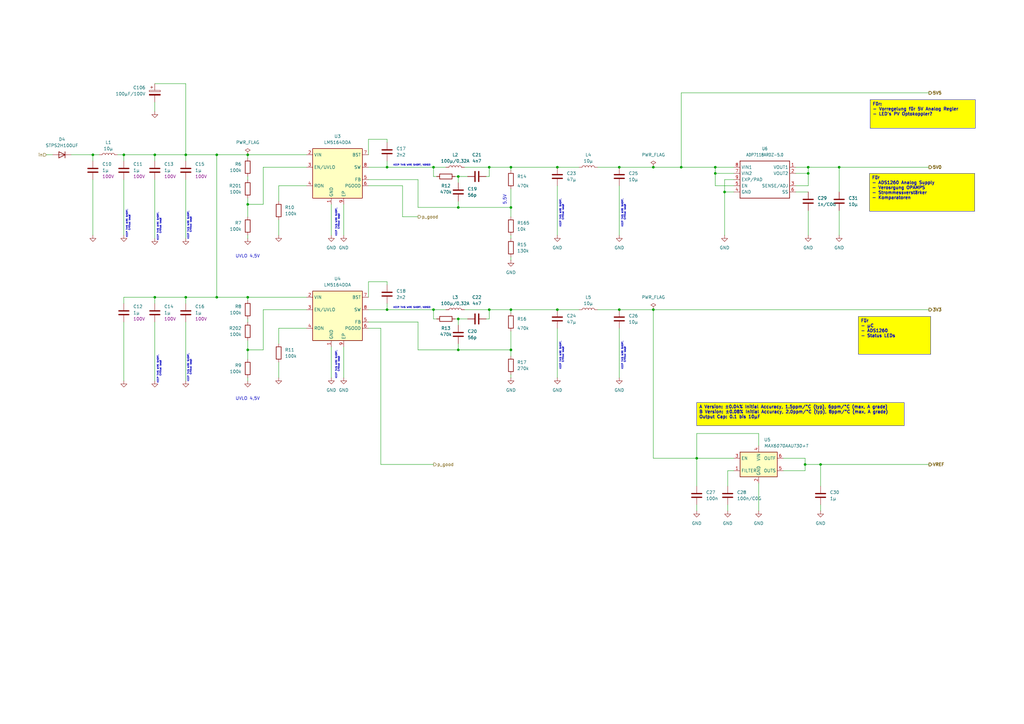
<source format=kicad_sch>
(kicad_sch
	(version 20250114)
	(generator "eeschema")
	(generator_version "9.0")
	(uuid "0a71412d-9bfe-4591-ab18-4fda89efb97a")
	(paper "A3")
	(lib_symbols
		(symbol "Device:C"
			(pin_numbers
				(hide yes)
			)
			(pin_names
				(offset 0.254)
			)
			(exclude_from_sim no)
			(in_bom yes)
			(on_board yes)
			(property "Reference" "C"
				(at 0.635 2.54 0)
				(effects
					(font
						(size 1.27 1.27)
					)
					(justify left)
				)
			)
			(property "Value" "C"
				(at 0.635 -2.54 0)
				(effects
					(font
						(size 1.27 1.27)
					)
					(justify left)
				)
			)
			(property "Footprint" ""
				(at 0.9652 -3.81 0)
				(effects
					(font
						(size 1.27 1.27)
					)
					(hide yes)
				)
			)
			(property "Datasheet" "~"
				(at 0 0 0)
				(effects
					(font
						(size 1.27 1.27)
					)
					(hide yes)
				)
			)
			(property "Description" "Unpolarized capacitor"
				(at 0 0 0)
				(effects
					(font
						(size 1.27 1.27)
					)
					(hide yes)
				)
			)
			(property "ki_keywords" "cap capacitor"
				(at 0 0 0)
				(effects
					(font
						(size 1.27 1.27)
					)
					(hide yes)
				)
			)
			(property "ki_fp_filters" "C_*"
				(at 0 0 0)
				(effects
					(font
						(size 1.27 1.27)
					)
					(hide yes)
				)
			)
			(symbol "C_0_1"
				(polyline
					(pts
						(xy -2.032 0.762) (xy 2.032 0.762)
					)
					(stroke
						(width 0.508)
						(type default)
					)
					(fill
						(type none)
					)
				)
				(polyline
					(pts
						(xy -2.032 -0.762) (xy 2.032 -0.762)
					)
					(stroke
						(width 0.508)
						(type default)
					)
					(fill
						(type none)
					)
				)
			)
			(symbol "C_1_1"
				(pin passive line
					(at 0 3.81 270)
					(length 2.794)
					(name "~"
						(effects
							(font
								(size 1.27 1.27)
							)
						)
					)
					(number "1"
						(effects
							(font
								(size 1.27 1.27)
							)
						)
					)
				)
				(pin passive line
					(at 0 -3.81 90)
					(length 2.794)
					(name "~"
						(effects
							(font
								(size 1.27 1.27)
							)
						)
					)
					(number "2"
						(effects
							(font
								(size 1.27 1.27)
							)
						)
					)
				)
			)
			(embedded_fonts no)
		)
		(symbol "Device:C_Polarized"
			(pin_numbers
				(hide yes)
			)
			(pin_names
				(offset 0.254)
			)
			(exclude_from_sim no)
			(in_bom yes)
			(on_board yes)
			(property "Reference" "C"
				(at 0.635 2.54 0)
				(effects
					(font
						(size 1.27 1.27)
					)
					(justify left)
				)
			)
			(property "Value" "C_Polarized"
				(at 0.635 -2.54 0)
				(effects
					(font
						(size 1.27 1.27)
					)
					(justify left)
				)
			)
			(property "Footprint" ""
				(at 0.9652 -3.81 0)
				(effects
					(font
						(size 1.27 1.27)
					)
					(hide yes)
				)
			)
			(property "Datasheet" "~"
				(at 0 0 0)
				(effects
					(font
						(size 1.27 1.27)
					)
					(hide yes)
				)
			)
			(property "Description" "Polarized capacitor"
				(at 0 0 0)
				(effects
					(font
						(size 1.27 1.27)
					)
					(hide yes)
				)
			)
			(property "ki_keywords" "cap capacitor"
				(at 0 0 0)
				(effects
					(font
						(size 1.27 1.27)
					)
					(hide yes)
				)
			)
			(property "ki_fp_filters" "CP_*"
				(at 0 0 0)
				(effects
					(font
						(size 1.27 1.27)
					)
					(hide yes)
				)
			)
			(symbol "C_Polarized_0_1"
				(rectangle
					(start -2.286 0.508)
					(end 2.286 1.016)
					(stroke
						(width 0)
						(type default)
					)
					(fill
						(type none)
					)
				)
				(polyline
					(pts
						(xy -1.778 2.286) (xy -0.762 2.286)
					)
					(stroke
						(width 0)
						(type default)
					)
					(fill
						(type none)
					)
				)
				(polyline
					(pts
						(xy -1.27 2.794) (xy -1.27 1.778)
					)
					(stroke
						(width 0)
						(type default)
					)
					(fill
						(type none)
					)
				)
				(rectangle
					(start 2.286 -0.508)
					(end -2.286 -1.016)
					(stroke
						(width 0)
						(type default)
					)
					(fill
						(type outline)
					)
				)
			)
			(symbol "C_Polarized_1_1"
				(pin passive line
					(at 0 3.81 270)
					(length 2.794)
					(name "~"
						(effects
							(font
								(size 1.27 1.27)
							)
						)
					)
					(number "1"
						(effects
							(font
								(size 1.27 1.27)
							)
						)
					)
				)
				(pin passive line
					(at 0 -3.81 90)
					(length 2.794)
					(name "~"
						(effects
							(font
								(size 1.27 1.27)
							)
						)
					)
					(number "2"
						(effects
							(font
								(size 1.27 1.27)
							)
						)
					)
				)
			)
			(embedded_fonts no)
		)
		(symbol "Device:D"
			(pin_numbers
				(hide yes)
			)
			(pin_names
				(offset 1.016)
				(hide yes)
			)
			(exclude_from_sim no)
			(in_bom yes)
			(on_board yes)
			(property "Reference" "D"
				(at 0 2.54 0)
				(effects
					(font
						(size 1.27 1.27)
					)
				)
			)
			(property "Value" "D"
				(at 0 -2.54 0)
				(effects
					(font
						(size 1.27 1.27)
					)
				)
			)
			(property "Footprint" ""
				(at 0 0 0)
				(effects
					(font
						(size 1.27 1.27)
					)
					(hide yes)
				)
			)
			(property "Datasheet" "~"
				(at 0 0 0)
				(effects
					(font
						(size 1.27 1.27)
					)
					(hide yes)
				)
			)
			(property "Description" "Diode"
				(at 0 0 0)
				(effects
					(font
						(size 1.27 1.27)
					)
					(hide yes)
				)
			)
			(property "Sim.Device" "D"
				(at 0 0 0)
				(effects
					(font
						(size 1.27 1.27)
					)
					(hide yes)
				)
			)
			(property "Sim.Pins" "1=K 2=A"
				(at 0 0 0)
				(effects
					(font
						(size 1.27 1.27)
					)
					(hide yes)
				)
			)
			(property "ki_keywords" "diode"
				(at 0 0 0)
				(effects
					(font
						(size 1.27 1.27)
					)
					(hide yes)
				)
			)
			(property "ki_fp_filters" "TO-???* *_Diode_* *SingleDiode* D_*"
				(at 0 0 0)
				(effects
					(font
						(size 1.27 1.27)
					)
					(hide yes)
				)
			)
			(symbol "D_0_1"
				(polyline
					(pts
						(xy -1.27 1.27) (xy -1.27 -1.27)
					)
					(stroke
						(width 0.254)
						(type default)
					)
					(fill
						(type none)
					)
				)
				(polyline
					(pts
						(xy 1.27 1.27) (xy 1.27 -1.27) (xy -1.27 0) (xy 1.27 1.27)
					)
					(stroke
						(width 0.254)
						(type default)
					)
					(fill
						(type none)
					)
				)
				(polyline
					(pts
						(xy 1.27 0) (xy -1.27 0)
					)
					(stroke
						(width 0)
						(type default)
					)
					(fill
						(type none)
					)
				)
			)
			(symbol "D_1_1"
				(pin passive line
					(at -3.81 0 0)
					(length 2.54)
					(name "K"
						(effects
							(font
								(size 1.27 1.27)
							)
						)
					)
					(number "1"
						(effects
							(font
								(size 1.27 1.27)
							)
						)
					)
				)
				(pin passive line
					(at 3.81 0 180)
					(length 2.54)
					(name "A"
						(effects
							(font
								(size 1.27 1.27)
							)
						)
					)
					(number "2"
						(effects
							(font
								(size 1.27 1.27)
							)
						)
					)
				)
			)
			(embedded_fonts no)
		)
		(symbol "Device:L"
			(pin_numbers
				(hide yes)
			)
			(pin_names
				(offset 1.016)
				(hide yes)
			)
			(exclude_from_sim no)
			(in_bom yes)
			(on_board yes)
			(property "Reference" "L"
				(at -1.27 0 90)
				(effects
					(font
						(size 1.27 1.27)
					)
				)
			)
			(property "Value" "L"
				(at 1.905 0 90)
				(effects
					(font
						(size 1.27 1.27)
					)
				)
			)
			(property "Footprint" ""
				(at 0 0 0)
				(effects
					(font
						(size 1.27 1.27)
					)
					(hide yes)
				)
			)
			(property "Datasheet" "~"
				(at 0 0 0)
				(effects
					(font
						(size 1.27 1.27)
					)
					(hide yes)
				)
			)
			(property "Description" "Inductor"
				(at 0 0 0)
				(effects
					(font
						(size 1.27 1.27)
					)
					(hide yes)
				)
			)
			(property "ki_keywords" "inductor choke coil reactor magnetic"
				(at 0 0 0)
				(effects
					(font
						(size 1.27 1.27)
					)
					(hide yes)
				)
			)
			(property "ki_fp_filters" "Choke_* *Coil* Inductor_* L_*"
				(at 0 0 0)
				(effects
					(font
						(size 1.27 1.27)
					)
					(hide yes)
				)
			)
			(symbol "L_0_1"
				(arc
					(start 0 2.54)
					(mid 0.6323 1.905)
					(end 0 1.27)
					(stroke
						(width 0)
						(type default)
					)
					(fill
						(type none)
					)
				)
				(arc
					(start 0 1.27)
					(mid 0.6323 0.635)
					(end 0 0)
					(stroke
						(width 0)
						(type default)
					)
					(fill
						(type none)
					)
				)
				(arc
					(start 0 0)
					(mid 0.6323 -0.635)
					(end 0 -1.27)
					(stroke
						(width 0)
						(type default)
					)
					(fill
						(type none)
					)
				)
				(arc
					(start 0 -1.27)
					(mid 0.6323 -1.905)
					(end 0 -2.54)
					(stroke
						(width 0)
						(type default)
					)
					(fill
						(type none)
					)
				)
			)
			(symbol "L_1_1"
				(pin passive line
					(at 0 3.81 270)
					(length 1.27)
					(name "1"
						(effects
							(font
								(size 1.27 1.27)
							)
						)
					)
					(number "1"
						(effects
							(font
								(size 1.27 1.27)
							)
						)
					)
				)
				(pin passive line
					(at 0 -3.81 90)
					(length 1.27)
					(name "2"
						(effects
							(font
								(size 1.27 1.27)
							)
						)
					)
					(number "2"
						(effects
							(font
								(size 1.27 1.27)
							)
						)
					)
				)
			)
			(embedded_fonts no)
		)
		(symbol "Device:R"
			(pin_numbers
				(hide yes)
			)
			(pin_names
				(offset 0)
			)
			(exclude_from_sim no)
			(in_bom yes)
			(on_board yes)
			(property "Reference" "R"
				(at 2.032 0 90)
				(effects
					(font
						(size 1.27 1.27)
					)
				)
			)
			(property "Value" "R"
				(at 0 0 90)
				(effects
					(font
						(size 1.27 1.27)
					)
				)
			)
			(property "Footprint" ""
				(at -1.778 0 90)
				(effects
					(font
						(size 1.27 1.27)
					)
					(hide yes)
				)
			)
			(property "Datasheet" "~"
				(at 0 0 0)
				(effects
					(font
						(size 1.27 1.27)
					)
					(hide yes)
				)
			)
			(property "Description" "Resistor"
				(at 0 0 0)
				(effects
					(font
						(size 1.27 1.27)
					)
					(hide yes)
				)
			)
			(property "ki_keywords" "R res resistor"
				(at 0 0 0)
				(effects
					(font
						(size 1.27 1.27)
					)
					(hide yes)
				)
			)
			(property "ki_fp_filters" "R_*"
				(at 0 0 0)
				(effects
					(font
						(size 1.27 1.27)
					)
					(hide yes)
				)
			)
			(symbol "R_0_1"
				(rectangle
					(start -1.016 -2.54)
					(end 1.016 2.54)
					(stroke
						(width 0.254)
						(type default)
					)
					(fill
						(type none)
					)
				)
			)
			(symbol "R_1_1"
				(pin passive line
					(at 0 3.81 270)
					(length 1.27)
					(name "~"
						(effects
							(font
								(size 1.27 1.27)
							)
						)
					)
					(number "1"
						(effects
							(font
								(size 1.27 1.27)
							)
						)
					)
				)
				(pin passive line
					(at 0 -3.81 90)
					(length 1.27)
					(name "~"
						(effects
							(font
								(size 1.27 1.27)
							)
						)
					)
					(number "2"
						(effects
							(font
								(size 1.27 1.27)
							)
						)
					)
				)
			)
			(embedded_fonts no)
		)
		(symbol "Reference_Voltage:MAX6070BAUT30+T"
			(exclude_from_sim no)
			(in_bom yes)
			(on_board yes)
			(property "Reference" "U"
				(at 1.27 8.89 0)
				(effects
					(font
						(size 1.27 1.27)
					)
					(justify left)
				)
			)
			(property "Value" "MAX6070BAUT30+T"
				(at 1.27 6.35 0)
				(effects
					(font
						(size 1.27 1.27)
						(italic yes)
					)
					(justify left)
				)
			)
			(property "Footprint" "Package_TO_SOT_SMD:SOT-23-6"
				(at 1.27 -7.62 0)
				(effects
					(font
						(size 1.27 1.27)
						(italic yes)
					)
					(justify left)
					(hide yes)
				)
			)
			(property "Datasheet" "https://www.analog.com/media/en/technical-documentation/data-sheets/MAX6070-MAX6071.pdf"
				(at 0 0 0)
				(effects
					(font
						(size 1.27 1.27)
						(italic yes)
					)
					(hide yes)
				)
			)
			(property "Description" "Low-Noise, High-Precision Series Voltage Reference, 3V, ±0.08% initial accuracy, SOT-23-6"
				(at 0 0 0)
				(effects
					(font
						(size 1.27 1.27)
					)
					(hide yes)
				)
			)
			(property "ki_keywords" "Low Noise Precision Voltage Reference"
				(at 0 0 0)
				(effects
					(font
						(size 1.27 1.27)
					)
					(hide yes)
				)
			)
			(property "ki_fp_filters" "SOT?23*"
				(at 0 0 0)
				(effects
					(font
						(size 1.27 1.27)
					)
					(hide yes)
				)
			)
			(symbol "MAX6070BAUT30+T_0_1"
				(rectangle
					(start -7.62 5.08)
					(end 7.62 -5.08)
					(stroke
						(width 0.254)
						(type solid)
					)
					(fill
						(type background)
					)
				)
			)
			(symbol "MAX6070BAUT30+T_1_1"
				(pin input line
					(at -10.16 2.54 0)
					(length 2.54)
					(name "EN"
						(effects
							(font
								(size 1.27 1.27)
							)
						)
					)
					(number "3"
						(effects
							(font
								(size 1.27 1.27)
							)
						)
					)
				)
				(pin passive line
					(at -10.16 -2.54 0)
					(length 2.54)
					(name "FILTER"
						(effects
							(font
								(size 1.27 1.27)
							)
						)
					)
					(number "1"
						(effects
							(font
								(size 1.27 1.27)
							)
						)
					)
				)
				(pin power_in line
					(at 0 7.62 270)
					(length 2.54)
					(name "VIN"
						(effects
							(font
								(size 1.27 1.27)
							)
						)
					)
					(number "4"
						(effects
							(font
								(size 1.27 1.27)
							)
						)
					)
				)
				(pin power_in line
					(at 0 -7.62 90)
					(length 2.54)
					(name "GND"
						(effects
							(font
								(size 1.27 1.27)
							)
						)
					)
					(number "2"
						(effects
							(font
								(size 1.27 1.27)
							)
						)
					)
				)
				(pin output line
					(at 10.16 2.54 180)
					(length 2.54)
					(name "OUTF"
						(effects
							(font
								(size 1.27 1.27)
							)
						)
					)
					(number "6"
						(effects
							(font
								(size 1.27 1.27)
							)
						)
					)
				)
				(pin input line
					(at 10.16 -2.54 180)
					(length 2.54)
					(name "OUTS"
						(effects
							(font
								(size 1.27 1.27)
							)
						)
					)
					(number "5"
						(effects
							(font
								(size 1.27 1.27)
							)
						)
					)
				)
			)
			(embedded_fonts no)
		)
		(symbol "Regulator_Switching:LM5164DDA"
			(exclude_from_sim no)
			(in_bom yes)
			(on_board yes)
			(property "Reference" "U"
				(at -8.89 11.43 0)
				(effects
					(font
						(size 1.27 1.27)
					)
				)
			)
			(property "Value" "LM5164DDA"
				(at 5.08 11.43 0)
				(effects
					(font
						(size 1.27 1.27)
					)
				)
			)
			(property "Footprint" "Package_SO:HSOP-8-1EP_3.9x4.9mm_P1.27mm_EP2.41x3.1mm_ThermalVias"
				(at 1.27 -11.43 0)
				(effects
					(font
						(size 1.27 1.27)
					)
					(hide yes)
				)
			)
			(property "Datasheet" "https://www.ti.com/lit/ds/symlink/lm5164.pdf?ts=1598311864250&ref_url=https%253A%252F%252Fwww.ti.com%252Fproduct%252FLM5164%253FHQS%253DTI-null-null-octopart-df-pf-null-wwe"
				(at -7.62 8.89 0)
				(effects
					(font
						(size 1.27 1.27)
					)
					(hide yes)
				)
			)
			(property "Description" "1A synchronous buck converter with ultra-low IQ, 6V - 100V input, adjustable output voltage, HSOP-8"
				(at 0 0 0)
				(effects
					(font
						(size 1.27 1.27)
					)
					(hide yes)
				)
			)
			(property "ki_keywords" "step-down dc-dc buck regulator adjustable"
				(at 0 0 0)
				(effects
					(font
						(size 1.27 1.27)
					)
					(hide yes)
				)
			)
			(property "ki_fp_filters" "HSOP*1EP*3.9x4.9*P1.27mm*"
				(at 0 0 0)
				(effects
					(font
						(size 1.27 1.27)
					)
					(hide yes)
				)
			)
			(symbol "LM5164DDA_1_1"
				(rectangle
					(start -10.16 10.16)
					(end 10.16 -10.16)
					(stroke
						(width 0.254)
						(type default)
					)
					(fill
						(type background)
					)
				)
				(pin power_in line
					(at -12.7 7.62 0)
					(length 2.54)
					(name "VIN"
						(effects
							(font
								(size 1.27 1.27)
							)
						)
					)
					(number "2"
						(effects
							(font
								(size 1.27 1.27)
							)
						)
					)
				)
				(pin input line
					(at -12.7 2.54 0)
					(length 2.54)
					(name "EN/UVLO"
						(effects
							(font
								(size 1.27 1.27)
							)
						)
					)
					(number "3"
						(effects
							(font
								(size 1.27 1.27)
							)
						)
					)
				)
				(pin passive line
					(at -12.7 -5.08 0)
					(length 2.54)
					(name "RON"
						(effects
							(font
								(size 1.27 1.27)
							)
						)
					)
					(number "4"
						(effects
							(font
								(size 1.27 1.27)
							)
						)
					)
				)
				(pin power_in line
					(at -2.54 -12.7 90)
					(length 2.54)
					(name "GND"
						(effects
							(font
								(size 1.27 1.27)
							)
						)
					)
					(number "1"
						(effects
							(font
								(size 1.27 1.27)
							)
						)
					)
				)
				(pin passive line
					(at 2.54 -12.7 90)
					(length 2.54)
					(name "EP"
						(effects
							(font
								(size 1.27 1.27)
							)
						)
					)
					(number "9"
						(effects
							(font
								(size 1.27 1.27)
							)
						)
					)
				)
				(pin passive line
					(at 12.7 7.62 180)
					(length 2.54)
					(name "BST"
						(effects
							(font
								(size 1.27 1.27)
							)
						)
					)
					(number "7"
						(effects
							(font
								(size 1.27 1.27)
							)
						)
					)
				)
				(pin power_out line
					(at 12.7 2.54 180)
					(length 2.54)
					(name "SW"
						(effects
							(font
								(size 1.27 1.27)
							)
						)
					)
					(number "8"
						(effects
							(font
								(size 1.27 1.27)
							)
						)
					)
				)
				(pin input line
					(at 12.7 -2.54 180)
					(length 2.54)
					(name "FB"
						(effects
							(font
								(size 1.27 1.27)
							)
						)
					)
					(number "5"
						(effects
							(font
								(size 1.27 1.27)
							)
						)
					)
				)
				(pin open_collector line
					(at 12.7 -5.08 180)
					(length 2.54)
					(name "PGOOD"
						(effects
							(font
								(size 1.27 1.27)
							)
						)
					)
					(number "6"
						(effects
							(font
								(size 1.27 1.27)
							)
						)
					)
				)
			)
			(embedded_fonts no)
		)
		(symbol "myVoltageRegulator:ADP7118"
			(exclude_from_sim no)
			(in_bom yes)
			(on_board yes)
			(property "Reference" "IC"
				(at 2.54 10.16 0)
				(effects
					(font
						(size 1.27 1.0795)
					)
					(justify left bottom)
				)
			)
			(property "Value" ""
				(at 2.54 -10.16 0)
				(effects
					(font
						(size 1.27 1.0795)
					)
					(justify left bottom)
				)
			)
			(property "Footprint" "greenMeter_v3:ADP7118_SOIC8"
				(at 0 0 0)
				(effects
					(font
						(size 1.27 1.27)
					)
					(hide yes)
				)
			)
			(property "Datasheet" ""
				(at 0 0 0)
				(effects
					(font
						(size 1.27 1.27)
					)
					(hide yes)
				)
			)
			(property "Description" ""
				(at 0 0 0)
				(effects
					(font
						(size 1.27 1.27)
					)
					(hide yes)
				)
			)
			(property "ki_locked" ""
				(at 0 0 0)
				(effects
					(font
						(size 1.27 1.27)
					)
				)
			)
			(symbol "ADP7118_1_0"
				(polyline
					(pts
						(xy -10.16 7.62) (xy 10.16 7.62)
					)
					(stroke
						(width 0.254)
						(type solid)
					)
					(fill
						(type none)
					)
				)
				(polyline
					(pts
						(xy -10.16 -7.62) (xy -10.16 7.62)
					)
					(stroke
						(width 0.254)
						(type solid)
					)
					(fill
						(type none)
					)
				)
				(polyline
					(pts
						(xy 10.16 7.62) (xy 10.16 -7.62)
					)
					(stroke
						(width 0.254)
						(type solid)
					)
					(fill
						(type none)
					)
				)
				(polyline
					(pts
						(xy 10.16 -7.62) (xy -10.16 -7.62)
					)
					(stroke
						(width 0.254)
						(type solid)
					)
					(fill
						(type none)
					)
				)
				(pin power_in line
					(at -12.7 5.08 0)
					(length 2.54)
					(name "VIN1"
						(effects
							(font
								(size 1.27 1.27)
							)
						)
					)
					(number "8"
						(effects
							(font
								(size 1.27 1.27)
							)
						)
					)
				)
				(pin power_in line
					(at -12.7 2.54 0)
					(length 2.54)
					(name "VIN2"
						(effects
							(font
								(size 1.27 1.27)
							)
						)
					)
					(number "7"
						(effects
							(font
								(size 1.27 1.27)
							)
						)
					)
				)
				(pin power_in line
					(at -12.7 0 0)
					(length 2.54)
					(name "EXP/PAD"
						(effects
							(font
								(size 1.27 1.27)
							)
						)
					)
					(number "9"
						(effects
							(font
								(size 1.27 1.27)
							)
						)
					)
				)
				(pin input line
					(at -12.7 -2.54 0)
					(length 2.54)
					(name "EN"
						(effects
							(font
								(size 1.27 1.27)
							)
						)
					)
					(number "5"
						(effects
							(font
								(size 1.27 1.27)
							)
						)
					)
				)
				(pin power_in line
					(at -12.7 -5.08 0)
					(length 2.54)
					(name "GND"
						(effects
							(font
								(size 1.27 1.27)
							)
						)
					)
					(number "4"
						(effects
							(font
								(size 1.27 1.27)
							)
						)
					)
				)
				(pin power_out line
					(at 12.7 5.08 180)
					(length 2.54)
					(name "VOUT1"
						(effects
							(font
								(size 1.27 1.27)
							)
						)
					)
					(number "1"
						(effects
							(font
								(size 1.27 1.27)
							)
						)
					)
				)
				(pin power_out line
					(at 12.7 2.54 180)
					(length 2.54)
					(name "VOUT2"
						(effects
							(font
								(size 1.27 1.27)
							)
						)
					)
					(number "2"
						(effects
							(font
								(size 1.27 1.27)
							)
						)
					)
				)
				(pin passive line
					(at 12.7 -2.54 180)
					(length 2.54)
					(name "SENSE/ADJ"
						(effects
							(font
								(size 1.27 1.27)
							)
						)
					)
					(number "3"
						(effects
							(font
								(size 1.27 1.27)
							)
						)
					)
				)
				(pin passive line
					(at 12.7 -5.08 180)
					(length 2.54)
					(name "SS"
						(effects
							(font
								(size 1.27 1.27)
							)
						)
					)
					(number "6"
						(effects
							(font
								(size 1.27 1.27)
							)
						)
					)
				)
			)
			(embedded_fonts no)
		)
		(symbol "power:GND"
			(power)
			(pin_numbers
				(hide yes)
			)
			(pin_names
				(offset 0)
				(hide yes)
			)
			(exclude_from_sim no)
			(in_bom yes)
			(on_board yes)
			(property "Reference" "#PWR"
				(at 0 -6.35 0)
				(effects
					(font
						(size 1.27 1.27)
					)
					(hide yes)
				)
			)
			(property "Value" "GND"
				(at 0 -3.81 0)
				(effects
					(font
						(size 1.27 1.27)
					)
				)
			)
			(property "Footprint" ""
				(at 0 0 0)
				(effects
					(font
						(size 1.27 1.27)
					)
					(hide yes)
				)
			)
			(property "Datasheet" ""
				(at 0 0 0)
				(effects
					(font
						(size 1.27 1.27)
					)
					(hide yes)
				)
			)
			(property "Description" "Power symbol creates a global label with name \"GND\" , ground"
				(at 0 0 0)
				(effects
					(font
						(size 1.27 1.27)
					)
					(hide yes)
				)
			)
			(property "ki_keywords" "global power"
				(at 0 0 0)
				(effects
					(font
						(size 1.27 1.27)
					)
					(hide yes)
				)
			)
			(symbol "GND_0_1"
				(polyline
					(pts
						(xy 0 0) (xy 0 -1.27) (xy 1.27 -1.27) (xy 0 -2.54) (xy -1.27 -1.27) (xy 0 -1.27)
					)
					(stroke
						(width 0)
						(type default)
					)
					(fill
						(type none)
					)
				)
			)
			(symbol "GND_1_1"
				(pin power_in line
					(at 0 0 270)
					(length 0)
					(name "~"
						(effects
							(font
								(size 1.27 1.27)
							)
						)
					)
					(number "1"
						(effects
							(font
								(size 1.27 1.27)
							)
						)
					)
				)
			)
			(embedded_fonts no)
		)
		(symbol "power:PWR_FLAG"
			(power)
			(pin_numbers
				(hide yes)
			)
			(pin_names
				(offset 0)
				(hide yes)
			)
			(exclude_from_sim no)
			(in_bom yes)
			(on_board yes)
			(property "Reference" "#FLG"
				(at 0 1.905 0)
				(effects
					(font
						(size 1.27 1.27)
					)
					(hide yes)
				)
			)
			(property "Value" "PWR_FLAG"
				(at 0 3.81 0)
				(effects
					(font
						(size 1.27 1.27)
					)
				)
			)
			(property "Footprint" ""
				(at 0 0 0)
				(effects
					(font
						(size 1.27 1.27)
					)
					(hide yes)
				)
			)
			(property "Datasheet" "~"
				(at 0 0 0)
				(effects
					(font
						(size 1.27 1.27)
					)
					(hide yes)
				)
			)
			(property "Description" "Special symbol for telling ERC where power comes from"
				(at 0 0 0)
				(effects
					(font
						(size 1.27 1.27)
					)
					(hide yes)
				)
			)
			(property "ki_keywords" "flag power"
				(at 0 0 0)
				(effects
					(font
						(size 1.27 1.27)
					)
					(hide yes)
				)
			)
			(symbol "PWR_FLAG_0_0"
				(pin power_out line
					(at 0 0 90)
					(length 0)
					(name "~"
						(effects
							(font
								(size 1.27 1.27)
							)
						)
					)
					(number "1"
						(effects
							(font
								(size 1.27 1.27)
							)
						)
					)
				)
			)
			(symbol "PWR_FLAG_0_1"
				(polyline
					(pts
						(xy 0 0) (xy 0 1.27) (xy -1.016 1.905) (xy 0 2.54) (xy 1.016 1.905) (xy 0 1.27)
					)
					(stroke
						(width 0)
						(type default)
					)
					(fill
						(type none)
					)
				)
			)
			(embedded_fonts no)
		)
	)
	(text "KEEP THIS WIRE SHORT, \nCritical loop!"
		(exclude_from_sim no)
		(at 65.278 151.13 90)
		(effects
			(font
				(size 0.635 0.635)
			)
		)
		(uuid "2fb1a431-5b69-4f83-8a6a-15a25785e3e5")
	)
	(text "KEEP THIS WIRE SHORT, \nCritical loop!"
		(exclude_from_sim no)
		(at 230.378 87.122 90)
		(effects
			(font
				(size 0.635 0.635)
			)
		)
		(uuid "32e3f2b0-d623-4520-8e32-98626fa14a62")
	)
	(text "UVLO 4,5V\n"
		(exclude_from_sim no)
		(at 101.6 163.576 0)
		(effects
			(font
				(size 1.27 1.27)
			)
		)
		(uuid "372d1083-c7ed-439d-b4b0-4090f2763f08")
	)
	(text "KEEP THIS WIRE SHORT, \nCritical loop!"
		(exclude_from_sim no)
		(at 255.778 145.542 90)
		(effects
			(font
				(size 0.635 0.635)
			)
		)
		(uuid "5f840927-6f77-4614-8660-39761cd87a62")
	)
	(text "UVLO 4,5V\n"
		(exclude_from_sim no)
		(at 101.6 105.156 0)
		(effects
			(font
				(size 1.27 1.27)
			)
		)
		(uuid "6f144863-5478-46df-9f69-3722819095f0")
	)
	(text "5,5V"
		(exclude_from_sim no)
		(at 207.772 84.074 90)
		(effects
			(font
				(size 1.27 1.27)
			)
			(justify left bottom)
		)
		(uuid "7590cfd5-fa8b-437e-8b55-21ac74a4dccf")
	)
	(text "KEEP THIS WIRE SHORT, NOISE!"
		(exclude_from_sim no)
		(at 168.91 67.818 0)
		(effects
			(font
				(size 0.635 0.635)
			)
		)
		(uuid "93239db0-3a95-4c82-894f-9817caab4582")
	)
	(text "KEEP THIS WIRE SHORT, \nCritical loop!"
		(exclude_from_sim no)
		(at 138.43 149.352 90)
		(effects
			(font
				(size 0.635 0.635)
			)
		)
		(uuid "946f197e-1c81-4c86-b0c7-35d6d585bb01")
	)
	(text "KEEP THIS WIRE SHORT, \nCritical loop!"
		(exclude_from_sim no)
		(at 255.778 87.122 90)
		(effects
			(font
				(size 0.635 0.635)
			)
		)
		(uuid "963e98e2-3ee6-4e42-9638-f4f344d0445f")
	)
	(text "KEEP THIS WIRE SHORT, \nCritical loop!"
		(exclude_from_sim no)
		(at 65.278 92.71 90)
		(effects
			(font
				(size 0.635 0.635)
			)
		)
		(uuid "d4e42818-60af-49e3-8a9c-d938eac00a01")
	)
	(text "KEEP THIS WIRE SHORT, \nCritical loop!"
		(exclude_from_sim no)
		(at 77.724 92.202 90)
		(effects
			(font
				(size 0.635 0.635)
			)
		)
		(uuid "de9b3a84-0c56-4d76-b463-54ef735824b7")
	)
	(text "KEEP THIS WIRE SHORT, \nCritical loop!"
		(exclude_from_sim no)
		(at 138.43 90.932 90)
		(effects
			(font
				(size 0.635 0.635)
			)
		)
		(uuid "e0c61d15-f500-48b1-a324-6cd7109c67af")
	)
	(text "KEEP THIS WIRE SHORT, NOISE!"
		(exclude_from_sim no)
		(at 168.91 126.238 0)
		(effects
			(font
				(size 0.635 0.635)
			)
		)
		(uuid "e53b2c61-f652-4bac-940f-08d03a2dbfcc")
	)
	(text "KEEP THIS WIRE SHORT, \nCritical loop!"
		(exclude_from_sim no)
		(at 52.578 91.44 90)
		(effects
			(font
				(size 0.635 0.635)
			)
		)
		(uuid "e94f7508-4827-4d59-9895-5bcf068b9e63")
	)
	(text "KEEP THIS WIRE SHORT, \nCritical loop!"
		(exclude_from_sim no)
		(at 77.724 150.622 90)
		(effects
			(font
				(size 0.635 0.635)
			)
		)
		(uuid "f27144d1-12b1-4f44-896f-fcfee967b780")
	)
	(text "KEEP THIS WIRE SHORT, \nCritical loop!"
		(exclude_from_sim no)
		(at 230.378 145.542 90)
		(effects
			(font
				(size 0.635 0.635)
			)
		)
		(uuid "f93878df-79f5-4890-b2e4-44134295579e")
	)
	(text_box "Für:\n- Vorregelung für 5V Analog Regler\n- LED's PV Optokoppler?"
		(exclude_from_sim no)
		(at 356.87 40.894 0)
		(size 43.18 11.684)
		(margins 0.9525 0.9525 0.9525 0.9525)
		(stroke
			(width 0)
			(type default)
		)
		(fill
			(type color)
			(color 255 255 0 1)
		)
		(effects
			(font
				(size 1.27 1.27)
				(thickness 0.254)
				(bold yes)
			)
			(justify left top)
		)
		(uuid "280d6aca-637e-4d48-931a-4d766d59fa1a")
	)
	(text_box "A Version: ±0.04% Initial Accuracy, 1.5ppm/°C (typ), 6ppm/°C (max, A grade)\nB Version: ±0.08% Initial Accuracy, 2.0ppm/°C (typ), 8ppm/°C (max, A grade)\nOutput Cap: 0.1 bis 10µF"
		(exclude_from_sim no)
		(at 285.75 165.1 0)
		(size 85.09 9.525)
		(margins 0.9525 0.9525 0.9525 0.9525)
		(stroke
			(width 0)
			(type default)
		)
		(fill
			(type color)
			(color 255 255 0 1)
		)
		(effects
			(font
				(size 1.27 1.27)
				(thickness 0.254)
				(bold yes)
			)
			(justify left top)
		)
		(uuid "2c90f373-62ce-47a2-a9ec-4e6f68ffa810")
	)
	(text_box "Für\n- µC\n- ADS1260\n- Status LEDs\n"
		(exclude_from_sim no)
		(at 352.044 129.794 0)
		(size 29.718 15.494)
		(margins 0.9525 0.9525 0.9525 0.9525)
		(stroke
			(width 0)
			(type default)
		)
		(fill
			(type color)
			(color 255 255 0 1)
		)
		(effects
			(font
				(size 1.27 1.27)
				(thickness 0.254)
				(bold yes)
			)
			(justify left top)
		)
		(uuid "51e268eb-7441-4376-8a48-afcbc4538593")
	)
	(text_box "Für\n- ADS1260 Analog Supply\n- Verosrgung OPAMPS\n- Strommessverstärker\n- Komparatoren\n"
		(exclude_from_sim no)
		(at 356.616 71.12 0)
		(size 43.18 15.494)
		(margins 0.9525 0.9525 0.9525 0.9525)
		(stroke
			(width 0)
			(type default)
		)
		(fill
			(type color)
			(color 255 255 0 1)
		)
		(effects
			(font
				(size 1.27 1.27)
				(thickness 0.254)
				(bold yes)
			)
			(justify left top)
		)
		(uuid "e7a8b682-1cca-4bef-9b16-a9ac8e27c75e")
	)
	(junction
		(at 267.97 68.58)
		(diameter 0)
		(color 0 0 0 0)
		(uuid "017310b7-a31c-4894-8ef6-546f6b96f711")
	)
	(junction
		(at 254 127)
		(diameter 0)
		(color 0 0 0 0)
		(uuid "01f43722-8fb0-4310-9391-6ea9a320ecc4")
	)
	(junction
		(at 88.9 121.92)
		(diameter 0)
		(color 0 0 0 0)
		(uuid "0a8750d6-9767-4e83-8d9e-2e7080fdeac8")
	)
	(junction
		(at 63.5 63.5)
		(diameter 0)
		(color 0 0 0 0)
		(uuid "13436fe3-550b-49a4-8108-cc5173267ae0")
	)
	(junction
		(at 200.66 127)
		(diameter 0)
		(color 0 0 0 0)
		(uuid "19da22f2-45e0-4e14-b3ba-6aad8612bcc1")
	)
	(junction
		(at 101.6 63.5)
		(diameter 0)
		(color 0 0 0 0)
		(uuid "1a75a511-0a62-4e55-a243-4397e35507a8")
	)
	(junction
		(at 330.2 190.5)
		(diameter 0)
		(color 0 0 0 0)
		(uuid "1b0780b5-3b76-4e2c-93d1-207491aefbae")
	)
	(junction
		(at 187.96 143.51)
		(diameter 0)
		(color 0 0 0 0)
		(uuid "1c72f919-3fe2-4ff8-aa42-41145651e968")
	)
	(junction
		(at 63.5 121.92)
		(diameter 0)
		(color 0 0 0 0)
		(uuid "29e8d28d-da57-47d9-9411-86f539da8f4c")
	)
	(junction
		(at 38.1 63.5)
		(diameter 0)
		(color 0 0 0 0)
		(uuid "2e9b781b-5741-4632-b2c9-3d67e10261e2")
	)
	(junction
		(at 209.55 127)
		(diameter 0)
		(color 0 0 0 0)
		(uuid "38ab6831-374a-403f-9802-4c31caafd4c8")
	)
	(junction
		(at 293.37 71.12)
		(diameter 0)
		(color 0 0 0 0)
		(uuid "40df898a-4676-4cf0-afd3-0d63df4e347f")
	)
	(junction
		(at 209.55 85.09)
		(diameter 0)
		(color 0 0 0 0)
		(uuid "40f65a3e-f21d-49c4-b17e-266f7aab54ec")
	)
	(junction
		(at 177.8 68.58)
		(diameter 0)
		(color 0 0 0 0)
		(uuid "4476a6cc-36d1-4d9f-9172-1cf9a0b4eaf1")
	)
	(junction
		(at 101.6 121.92)
		(diameter 0)
		(color 0 0 0 0)
		(uuid "4ce10989-c312-4481-a8a2-5cacace08491")
	)
	(junction
		(at 158.75 127)
		(diameter 0)
		(color 0 0 0 0)
		(uuid "4eb250b9-cb0b-4619-8d19-658356e94a2e")
	)
	(junction
		(at 279.4 68.58)
		(diameter 0)
		(color 0 0 0 0)
		(uuid "5c059de0-1503-4438-bbdb-663d869cc96f")
	)
	(junction
		(at 76.2 121.92)
		(diameter 0)
		(color 0 0 0 0)
		(uuid "5f99332a-f012-4c79-8952-af95471987b0")
	)
	(junction
		(at 158.75 68.58)
		(diameter 0)
		(color 0 0 0 0)
		(uuid "62d560d2-1370-4c39-8ee7-82a33bc59572")
	)
	(junction
		(at 101.6 83.82)
		(diameter 0)
		(color 0 0 0 0)
		(uuid "65ae405e-dd83-4049-9d67-421afb0a5287")
	)
	(junction
		(at 209.55 143.51)
		(diameter 0)
		(color 0 0 0 0)
		(uuid "6caa046d-bf22-49dd-b57a-800e4c800822")
	)
	(junction
		(at 336.55 190.5)
		(diameter 0)
		(color 0 0 0 0)
		(uuid "6e23ea4b-8e91-455b-a12c-c6ac5e3720d3")
	)
	(junction
		(at 187.96 85.09)
		(diameter 0)
		(color 0 0 0 0)
		(uuid "6ec7647c-27e4-4345-9829-d39ccfc10967")
	)
	(junction
		(at 297.18 78.74)
		(diameter 0)
		(color 0 0 0 0)
		(uuid "75dcabb4-aea8-4c2c-9e07-5f6f5fe14194")
	)
	(junction
		(at 187.96 72.39)
		(diameter 0)
		(color 0 0 0 0)
		(uuid "7852bf91-e3ba-40ee-ab94-9ea1dbfc1f49")
	)
	(junction
		(at 331.47 68.58)
		(diameter 0)
		(color 0 0 0 0)
		(uuid "7bae1c6c-297e-4799-a12d-2551e354a414")
	)
	(junction
		(at 88.9 63.5)
		(diameter 0)
		(color 0 0 0 0)
		(uuid "82e2a1f6-a5c8-4ee6-8571-7e632e890bed")
	)
	(junction
		(at 228.6 68.58)
		(diameter 0)
		(color 0 0 0 0)
		(uuid "867bebcc-6181-4c1f-8f2d-bfe76ff0971e")
	)
	(junction
		(at 344.17 68.58)
		(diameter 0)
		(color 0 0 0 0)
		(uuid "867d503a-fc04-4b5f-a3af-ea064dfa8024")
	)
	(junction
		(at 209.55 68.58)
		(diameter 0)
		(color 0 0 0 0)
		(uuid "8b65674b-534c-4790-bd65-3b6eb8b2d3f2")
	)
	(junction
		(at 331.47 71.12)
		(diameter 0)
		(color 0 0 0 0)
		(uuid "9354e4e1-abc5-4d02-9116-50982e1f23f3")
	)
	(junction
		(at 254 68.58)
		(diameter 0)
		(color 0 0 0 0)
		(uuid "941875c4-8c61-435e-b697-e23657faa806")
	)
	(junction
		(at 285.75 187.96)
		(diameter 0)
		(color 0 0 0 0)
		(uuid "b00fa211-b538-4512-82d9-8eb06fbdb66e")
	)
	(junction
		(at 267.97 127)
		(diameter 0)
		(color 0 0 0 0)
		(uuid "b6053727-fa8a-47aa-8abf-999714c80774")
	)
	(junction
		(at 101.6 143.51)
		(diameter 0)
		(color 0 0 0 0)
		(uuid "bc8331c1-3c4b-4f8a-b985-f15e4fa964fd")
	)
	(junction
		(at 293.37 68.58)
		(diameter 0)
		(color 0 0 0 0)
		(uuid "c0fdcc03-79bd-4706-ad65-d9e5f2dc4bde")
	)
	(junction
		(at 200.66 68.58)
		(diameter 0)
		(color 0 0 0 0)
		(uuid "c4eb1559-0185-44ee-b1e5-e862a74dfc30")
	)
	(junction
		(at 187.96 130.81)
		(diameter 0)
		(color 0 0 0 0)
		(uuid "d1f1df3d-8472-4357-b971-315b6b3fe3da")
	)
	(junction
		(at 177.8 127)
		(diameter 0)
		(color 0 0 0 0)
		(uuid "e8087ebd-fd67-4e8d-a9c5-cd59cac22eb7")
	)
	(junction
		(at 50.8 63.5)
		(diameter 0)
		(color 0 0 0 0)
		(uuid "f070e1c2-29da-4a22-8e06-2e563d41fc0f")
	)
	(junction
		(at 76.2 63.5)
		(diameter 0)
		(color 0 0 0 0)
		(uuid "fa8098ca-e1dd-4648-b572-42b83004226a")
	)
	(junction
		(at 228.6 127)
		(diameter 0)
		(color 0 0 0 0)
		(uuid "fcc7690c-8fdc-4f10-92c7-e21877b4d74c")
	)
	(wire
		(pts
			(xy 63.5 73.66) (xy 63.5 97.79)
		)
		(stroke
			(width 0)
			(type default)
		)
		(uuid "0013036f-53ae-4a93-a82d-2ba9ce9bb8b4")
	)
	(wire
		(pts
			(xy 101.6 83.82) (xy 107.95 83.82)
		)
		(stroke
			(width 0)
			(type default)
		)
		(uuid "0157fa22-29dd-416c-872f-89b60b7000ef")
	)
	(wire
		(pts
			(xy 29.21 63.5) (xy 38.1 63.5)
		)
		(stroke
			(width 0)
			(type default)
		)
		(uuid "048def85-ced5-4a22-a727-2710fc60d946")
	)
	(wire
		(pts
			(xy 114.3 140.97) (xy 114.3 134.62)
		)
		(stroke
			(width 0)
			(type default)
		)
		(uuid "05a63dcd-5245-4bc6-8e95-f002c5fc186e")
	)
	(wire
		(pts
			(xy 228.6 76.2) (xy 228.6 96.52)
		)
		(stroke
			(width 0)
			(type default)
		)
		(uuid "10885635-e653-4692-b98a-ca5dd4e6d9b5")
	)
	(wire
		(pts
			(xy 293.37 71.12) (xy 300.99 71.12)
		)
		(stroke
			(width 0)
			(type default)
		)
		(uuid "10f39506-4fa3-41c7-8431-6580ffec400a")
	)
	(wire
		(pts
			(xy 19.05 63.5) (xy 21.59 63.5)
		)
		(stroke
			(width 0)
			(type default)
		)
		(uuid "115e23db-fb79-49c6-aafe-fb0a10f3d891")
	)
	(wire
		(pts
			(xy 101.6 83.82) (xy 101.6 88.9)
		)
		(stroke
			(width 0)
			(type default)
		)
		(uuid "16430ac8-c4cb-4d3c-8324-c87ac0eea049")
	)
	(wire
		(pts
			(xy 63.5 41.91) (xy 63.5 45.72)
		)
		(stroke
			(width 0)
			(type default)
		)
		(uuid "1a21450c-4a39-4da2-a4a0-5d0cea44f4fc")
	)
	(wire
		(pts
			(xy 254 68.58) (xy 267.97 68.58)
		)
		(stroke
			(width 0)
			(type default)
		)
		(uuid "1c5e2149-2e2f-4dc9-b50e-8549935d0263")
	)
	(wire
		(pts
			(xy 158.75 127) (xy 177.8 127)
		)
		(stroke
			(width 0)
			(type default)
		)
		(uuid "1ca2de98-f272-42c8-8bd0-e747cac9c9a1")
	)
	(wire
		(pts
			(xy 285.75 207.01) (xy 285.75 209.55)
		)
		(stroke
			(width 0)
			(type default)
		)
		(uuid "1cbfd99c-f143-4ab6-b5fe-51cb215db219")
	)
	(wire
		(pts
			(xy 63.5 132.08) (xy 63.5 156.21)
		)
		(stroke
			(width 0)
			(type default)
		)
		(uuid "1ed91df9-2b3c-44fb-a07b-89df7ace5972")
	)
	(wire
		(pts
			(xy 228.6 134.62) (xy 228.6 154.94)
		)
		(stroke
			(width 0)
			(type default)
		)
		(uuid "1ef42a40-c7c0-4375-869b-017780f94c61")
	)
	(wire
		(pts
			(xy 331.47 76.2) (xy 331.47 71.12)
		)
		(stroke
			(width 0)
			(type default)
		)
		(uuid "1f66e761-e789-4102-ae5e-a0bf0b28bcec")
	)
	(wire
		(pts
			(xy 187.96 130.81) (xy 187.96 133.35)
		)
		(stroke
			(width 0)
			(type default)
		)
		(uuid "2154caed-f685-46a0-a250-c4c21a6bdbe1")
	)
	(wire
		(pts
			(xy 151.13 68.58) (xy 158.75 68.58)
		)
		(stroke
			(width 0)
			(type default)
		)
		(uuid "215d5143-5d7a-45d9-8705-1c5f806bf29d")
	)
	(wire
		(pts
			(xy 285.75 177.8) (xy 311.15 177.8)
		)
		(stroke
			(width 0)
			(type default)
		)
		(uuid "259c6a90-6bf7-4b22-bdc7-bd31cc699ef1")
	)
	(wire
		(pts
			(xy 38.1 73.66) (xy 38.1 96.52)
		)
		(stroke
			(width 0)
			(type default)
		)
		(uuid "26cfabe4-01ef-4f44-b358-2b30a29f9327")
	)
	(wire
		(pts
			(xy 101.6 154.94) (xy 101.6 156.21)
		)
		(stroke
			(width 0)
			(type default)
		)
		(uuid "27806db4-39cb-49f7-bcc8-42f1aa3a3275")
	)
	(wire
		(pts
			(xy 209.55 143.51) (xy 209.55 146.05)
		)
		(stroke
			(width 0)
			(type default)
		)
		(uuid "2a896553-a28e-4216-88ae-5a025a10df0b")
	)
	(wire
		(pts
			(xy 209.55 77.47) (xy 209.55 85.09)
		)
		(stroke
			(width 0)
			(type default)
		)
		(uuid "2b687f15-429d-4c85-8ca3-38276c0acfa0")
	)
	(wire
		(pts
			(xy 76.2 63.5) (xy 76.2 66.04)
		)
		(stroke
			(width 0)
			(type default)
		)
		(uuid "2c5dbf87-fd7f-4920-8b46-0d14d219e8b3")
	)
	(wire
		(pts
			(xy 267.97 127) (xy 267.97 187.96)
		)
		(stroke
			(width 0)
			(type default)
		)
		(uuid "2d76dcf1-7874-4f7c-b381-c636f3911e1b")
	)
	(wire
		(pts
			(xy 209.55 96.52) (xy 209.55 97.79)
		)
		(stroke
			(width 0)
			(type default)
		)
		(uuid "2dc49b84-011d-4d9b-a8a2-6204f22aff0e")
	)
	(wire
		(pts
			(xy 321.31 187.96) (xy 330.2 187.96)
		)
		(stroke
			(width 0)
			(type default)
		)
		(uuid "30843ef4-37ab-4bc2-b0a9-1468f7ee4590")
	)
	(wire
		(pts
			(xy 135.89 142.24) (xy 135.89 154.94)
		)
		(stroke
			(width 0)
			(type default)
		)
		(uuid "3095d4ba-632d-4632-b97f-5be4eea175d6")
	)
	(wire
		(pts
			(xy 311.15 182.88) (xy 311.15 177.8)
		)
		(stroke
			(width 0)
			(type default)
		)
		(uuid "331e8f59-6a59-4ba8-bd5e-baff0190a03d")
	)
	(wire
		(pts
			(xy 209.55 69.85) (xy 209.55 68.58)
		)
		(stroke
			(width 0)
			(type default)
		)
		(uuid "34712ed2-1b02-4c1e-ab23-ef78b0b80721")
	)
	(wire
		(pts
			(xy 107.95 127) (xy 107.95 143.51)
		)
		(stroke
			(width 0)
			(type default)
		)
		(uuid "35c5fd3c-5f83-40e1-b046-3bb7dbce7e0d")
	)
	(wire
		(pts
			(xy 200.66 68.58) (xy 190.5 68.58)
		)
		(stroke
			(width 0)
			(type default)
		)
		(uuid "368a36c6-d685-42c3-bd41-4d07d9b5e3da")
	)
	(wire
		(pts
			(xy 101.6 121.92) (xy 101.6 123.19)
		)
		(stroke
			(width 0)
			(type default)
		)
		(uuid "39da4e50-7cd4-4266-aab2-91d613057f0d")
	)
	(wire
		(pts
			(xy 209.55 85.09) (xy 209.55 88.9)
		)
		(stroke
			(width 0)
			(type default)
		)
		(uuid "3b780d5f-5bb3-43ea-92e4-84cc2e4a9020")
	)
	(wire
		(pts
			(xy 151.13 57.15) (xy 151.13 63.5)
		)
		(stroke
			(width 0)
			(type default)
		)
		(uuid "3bf18eec-ff5a-498e-b7b4-8e824e4cd7a8")
	)
	(wire
		(pts
			(xy 297.18 78.74) (xy 297.18 96.52)
		)
		(stroke
			(width 0)
			(type default)
		)
		(uuid "3dc2fba2-a5c0-487d-8364-b05228eb1178")
	)
	(wire
		(pts
			(xy 187.96 72.39) (xy 191.77 72.39)
		)
		(stroke
			(width 0)
			(type default)
		)
		(uuid "41406e39-0837-4ca9-a2d6-c15340dc42da")
	)
	(wire
		(pts
			(xy 187.96 140.97) (xy 187.96 143.51)
		)
		(stroke
			(width 0)
			(type default)
		)
		(uuid "45d9b3b7-7446-455c-95d5-875c6991e768")
	)
	(wire
		(pts
			(xy 209.55 153.67) (xy 209.55 154.94)
		)
		(stroke
			(width 0)
			(type default)
		)
		(uuid "4804e6d2-791d-4661-9b1b-d0ca1724c30a")
	)
	(wire
		(pts
			(xy 50.8 132.08) (xy 50.8 156.21)
		)
		(stroke
			(width 0)
			(type default)
		)
		(uuid "48ea960e-b4ec-46ac-a0e8-7118d9733735")
	)
	(wire
		(pts
			(xy 209.55 127) (xy 228.6 127)
		)
		(stroke
			(width 0)
			(type default)
		)
		(uuid "4b5924fc-c686-4f57-a97d-f1fe2f3be3d5")
	)
	(wire
		(pts
			(xy 228.6 127) (xy 237.49 127)
		)
		(stroke
			(width 0)
			(type default)
		)
		(uuid "4b59d096-b1b2-4f86-a6c0-92734aad6de1")
	)
	(wire
		(pts
			(xy 107.95 127) (xy 125.73 127)
		)
		(stroke
			(width 0)
			(type default)
		)
		(uuid "4b79f342-3be1-447b-8dba-e5b7f78bc32e")
	)
	(wire
		(pts
			(xy 171.45 143.51) (xy 171.45 132.08)
		)
		(stroke
			(width 0)
			(type default)
		)
		(uuid "4dcec276-68a0-4aec-9b5c-85b7ae6c9537")
	)
	(wire
		(pts
			(xy 321.31 193.04) (xy 330.2 193.04)
		)
		(stroke
			(width 0)
			(type default)
		)
		(uuid "4fe473c9-de17-42b5-b08d-1319d5b91c5a")
	)
	(wire
		(pts
			(xy 151.13 134.62) (xy 156.21 134.62)
		)
		(stroke
			(width 0)
			(type default)
		)
		(uuid "51e78214-65dc-401c-85d7-5f1a27bd6cc4")
	)
	(wire
		(pts
			(xy 285.75 187.96) (xy 300.99 187.96)
		)
		(stroke
			(width 0)
			(type default)
		)
		(uuid "54b425c7-b2ea-4c3e-bffe-f37c4f61c0b1")
	)
	(wire
		(pts
			(xy 279.4 68.58) (xy 293.37 68.58)
		)
		(stroke
			(width 0)
			(type default)
		)
		(uuid "55a7e390-3071-4218-a845-696cacddd339")
	)
	(wire
		(pts
			(xy 177.8 127) (xy 177.8 130.81)
		)
		(stroke
			(width 0)
			(type default)
		)
		(uuid "55d74de2-23ef-41f1-9c1f-abd818e752e4")
	)
	(wire
		(pts
			(xy 186.69 130.81) (xy 187.96 130.81)
		)
		(stroke
			(width 0)
			(type default)
		)
		(uuid "58470ce7-d82c-46d6-90a7-5b236baaab3a")
	)
	(wire
		(pts
			(xy 200.66 68.58) (xy 209.55 68.58)
		)
		(stroke
			(width 0)
			(type default)
		)
		(uuid "5a3d4049-104b-4254-a6ad-5979a3ddc52d")
	)
	(wire
		(pts
			(xy 177.8 68.58) (xy 182.88 68.58)
		)
		(stroke
			(width 0)
			(type default)
		)
		(uuid "5a9c1502-c39a-4bec-9222-dbabff71b461")
	)
	(wire
		(pts
			(xy 187.96 130.81) (xy 191.77 130.81)
		)
		(stroke
			(width 0)
			(type default)
		)
		(uuid "5e01ad40-47fe-49ec-b675-0573928222e4")
	)
	(wire
		(pts
			(xy 326.39 78.74) (xy 331.47 78.74)
		)
		(stroke
			(width 0)
			(type default)
		)
		(uuid "5ec18e3f-3dbd-4178-8cc4-e061d2752f24")
	)
	(wire
		(pts
			(xy 300.99 73.66) (xy 297.18 73.66)
		)
		(stroke
			(width 0)
			(type default)
		)
		(uuid "60c505d6-a221-4904-90f6-1d9191df5f32")
	)
	(wire
		(pts
			(xy 38.1 63.5) (xy 38.1 66.04)
		)
		(stroke
			(width 0)
			(type default)
		)
		(uuid "617c1e45-5400-4daa-b880-05b442314318")
	)
	(wire
		(pts
			(xy 101.6 121.92) (xy 125.73 121.92)
		)
		(stroke
			(width 0)
			(type default)
		)
		(uuid "628b93c8-504d-4e71-8cd6-c802452aecc5")
	)
	(wire
		(pts
			(xy 200.66 127) (xy 190.5 127)
		)
		(stroke
			(width 0)
			(type default)
		)
		(uuid "642c6103-d24a-4341-8316-c85b5c45b5bc")
	)
	(wire
		(pts
			(xy 151.13 115.57) (xy 151.13 121.92)
		)
		(stroke
			(width 0)
			(type default)
		)
		(uuid "66571095-28c4-4161-a9ab-11bce144945e")
	)
	(wire
		(pts
			(xy 114.3 148.59) (xy 114.3 154.94)
		)
		(stroke
			(width 0)
			(type default)
		)
		(uuid "6674d948-2bdc-4291-b177-54f3f0cffe05")
	)
	(wire
		(pts
			(xy 331.47 68.58) (xy 344.17 68.58)
		)
		(stroke
			(width 0)
			(type default)
		)
		(uuid "69add8a7-5eba-421c-8d34-1d252bb1212e")
	)
	(wire
		(pts
			(xy 199.39 130.81) (xy 200.66 130.81)
		)
		(stroke
			(width 0)
			(type default)
		)
		(uuid "6aaada62-1e6f-40cd-9405-bc1c56df378e")
	)
	(wire
		(pts
			(xy 101.6 63.5) (xy 125.73 63.5)
		)
		(stroke
			(width 0)
			(type default)
		)
		(uuid "6b909a07-d3be-4bad-8867-e17f15f2e1ea")
	)
	(wire
		(pts
			(xy 331.47 71.12) (xy 331.47 68.58)
		)
		(stroke
			(width 0)
			(type default)
		)
		(uuid "6d8e12f1-7c50-41ae-8610-c3bff6109ab6")
	)
	(wire
		(pts
			(xy 187.96 143.51) (xy 171.45 143.51)
		)
		(stroke
			(width 0)
			(type default)
		)
		(uuid "6f18c50a-9c2b-448f-b5ad-94a258c371b7")
	)
	(wire
		(pts
			(xy 156.21 190.5) (xy 177.8 190.5)
		)
		(stroke
			(width 0)
			(type default)
		)
		(uuid "6f1bf92c-a9a5-4a4d-bfdc-e4841cd8eafa")
	)
	(wire
		(pts
			(xy 293.37 76.2) (xy 300.99 76.2)
		)
		(stroke
			(width 0)
			(type default)
		)
		(uuid "7201b557-e219-4cfc-ac27-5e73734bfe44")
	)
	(wire
		(pts
			(xy 50.8 63.5) (xy 50.8 66.04)
		)
		(stroke
			(width 0)
			(type default)
		)
		(uuid "74544583-f888-4137-b1eb-02bc71c3a71b")
	)
	(wire
		(pts
			(xy 101.6 96.52) (xy 101.6 97.79)
		)
		(stroke
			(width 0)
			(type default)
		)
		(uuid "74b54549-d97c-47be-a526-227670bb7799")
	)
	(wire
		(pts
			(xy 63.5 121.92) (xy 63.5 124.46)
		)
		(stroke
			(width 0)
			(type default)
		)
		(uuid "785efb97-eb1f-41c0-b5e2-1fb051de538b")
	)
	(wire
		(pts
			(xy 114.3 82.55) (xy 114.3 76.2)
		)
		(stroke
			(width 0)
			(type default)
		)
		(uuid "7880a945-108e-4ca3-abb1-e0ce1789b810")
	)
	(wire
		(pts
			(xy 101.6 72.39) (xy 101.6 73.66)
		)
		(stroke
			(width 0)
			(type default)
		)
		(uuid "79f7a482-7033-48fc-9e52-b0d13bd76292")
	)
	(wire
		(pts
			(xy 114.3 134.62) (xy 125.73 134.62)
		)
		(stroke
			(width 0)
			(type default)
		)
		(uuid "7c18327a-b97c-4ffa-935f-bf33ae04c25a")
	)
	(wire
		(pts
			(xy 151.13 127) (xy 158.75 127)
		)
		(stroke
			(width 0)
			(type default)
		)
		(uuid "7cc03cc4-be07-460d-802d-1ba198f218df")
	)
	(wire
		(pts
			(xy 107.95 68.58) (xy 125.73 68.58)
		)
		(stroke
			(width 0)
			(type default)
		)
		(uuid "801add18-a6a8-4c4b-8717-1989374493ed")
	)
	(wire
		(pts
			(xy 293.37 68.58) (xy 293.37 71.12)
		)
		(stroke
			(width 0)
			(type default)
		)
		(uuid "80c49178-358c-4bac-9b4e-be2672d3babe")
	)
	(wire
		(pts
			(xy 107.95 68.58) (xy 107.95 83.82)
		)
		(stroke
			(width 0)
			(type default)
		)
		(uuid "82ba527d-9383-489d-b71c-8ad0f82684e6")
	)
	(wire
		(pts
			(xy 209.55 68.58) (xy 228.6 68.58)
		)
		(stroke
			(width 0)
			(type default)
		)
		(uuid "854e9713-b775-45a3-b37f-6e0c74de9911")
	)
	(wire
		(pts
			(xy 76.2 121.92) (xy 76.2 124.46)
		)
		(stroke
			(width 0)
			(type default)
		)
		(uuid "86f2f5d6-1459-4164-87e0-e497c0b389de")
	)
	(wire
		(pts
			(xy 63.5 63.5) (xy 63.5 66.04)
		)
		(stroke
			(width 0)
			(type default)
		)
		(uuid "87269780-cbdd-40d9-9543-197958aa80b8")
	)
	(wire
		(pts
			(xy 177.8 68.58) (xy 177.8 72.39)
		)
		(stroke
			(width 0)
			(type default)
		)
		(uuid "876cea29-423c-41be-b750-5414785d8792")
	)
	(wire
		(pts
			(xy 279.4 38.1) (xy 381 38.1)
		)
		(stroke
			(width 0)
			(type default)
		)
		(uuid "87831d2f-e7cd-4cb0-9624-b1c8b8cd0de0")
	)
	(wire
		(pts
			(xy 171.45 85.09) (xy 171.45 73.66)
		)
		(stroke
			(width 0)
			(type default)
		)
		(uuid "89acf664-6a4e-42f6-84ce-c4ed0f8c7798")
	)
	(wire
		(pts
			(xy 267.97 187.96) (xy 285.75 187.96)
		)
		(stroke
			(width 0)
			(type default)
		)
		(uuid "89ceec8b-da12-4d04-af5d-2000a53fc226")
	)
	(wire
		(pts
			(xy 179.07 130.81) (xy 177.8 130.81)
		)
		(stroke
			(width 0)
			(type default)
		)
		(uuid "8a47933f-e86c-4a81-97dc-bbab10dca847")
	)
	(wire
		(pts
			(xy 179.07 72.39) (xy 177.8 72.39)
		)
		(stroke
			(width 0)
			(type default)
		)
		(uuid "8a5aa5c5-fd2d-487a-9f66-6962ae36cbec")
	)
	(wire
		(pts
			(xy 171.45 73.66) (xy 151.13 73.66)
		)
		(stroke
			(width 0)
			(type default)
		)
		(uuid "8ac9f4d0-38ce-43d4-936c-814dd58bf1ce")
	)
	(wire
		(pts
			(xy 50.8 63.5) (xy 63.5 63.5)
		)
		(stroke
			(width 0)
			(type default)
		)
		(uuid "8e37f6e3-e753-4a47-80cd-c4ff718d3387")
	)
	(wire
		(pts
			(xy 330.2 193.04) (xy 330.2 190.5)
		)
		(stroke
			(width 0)
			(type default)
		)
		(uuid "8f69fd53-b2ca-4e5c-8871-c0b379be1629")
	)
	(wire
		(pts
			(xy 336.55 190.5) (xy 381 190.5)
		)
		(stroke
			(width 0)
			(type default)
		)
		(uuid "90279cff-d347-4e7e-8266-8f5742b59f6c")
	)
	(wire
		(pts
			(xy 101.6 143.51) (xy 107.95 143.51)
		)
		(stroke
			(width 0)
			(type default)
		)
		(uuid "9034792b-da33-4618-a7aa-a1544f1184aa")
	)
	(wire
		(pts
			(xy 209.55 128.27) (xy 209.55 127)
		)
		(stroke
			(width 0)
			(type default)
		)
		(uuid "90bdae56-d931-4cfe-8073-dfbb44287263")
	)
	(wire
		(pts
			(xy 101.6 143.51) (xy 101.6 147.32)
		)
		(stroke
			(width 0)
			(type default)
		)
		(uuid "92ee1612-e9ba-45d3-9885-def44598f7bd")
	)
	(wire
		(pts
			(xy 76.2 121.92) (xy 88.9 121.92)
		)
		(stroke
			(width 0)
			(type default)
		)
		(uuid "943624b4-b844-4594-98d9-44d8a65edd57")
	)
	(wire
		(pts
			(xy 344.17 86.36) (xy 344.17 96.52)
		)
		(stroke
			(width 0)
			(type default)
		)
		(uuid "9636376a-d452-4b5a-bc2b-40e3bab4e6a9")
	)
	(wire
		(pts
			(xy 209.55 105.41) (xy 209.55 106.68)
		)
		(stroke
			(width 0)
			(type default)
		)
		(uuid "96cbb043-9c7a-460e-bac8-17a54edfb5ed")
	)
	(wire
		(pts
			(xy 140.97 83.82) (xy 140.97 96.52)
		)
		(stroke
			(width 0)
			(type default)
		)
		(uuid "9726c3b6-9805-4976-bd21-26f42e584c66")
	)
	(wire
		(pts
			(xy 76.2 132.08) (xy 76.2 156.21)
		)
		(stroke
			(width 0)
			(type default)
		)
		(uuid "973c2641-7076-4d54-8d29-818b9cb008be")
	)
	(wire
		(pts
			(xy 336.55 190.5) (xy 336.55 199.39)
		)
		(stroke
			(width 0)
			(type default)
		)
		(uuid "97c6b2a5-263c-466e-8cda-6f7d71892f04")
	)
	(wire
		(pts
			(xy 245.11 127) (xy 254 127)
		)
		(stroke
			(width 0)
			(type default)
		)
		(uuid "97ccd819-3772-42a8-a48f-f19592d66ad3")
	)
	(wire
		(pts
			(xy 311.15 198.12) (xy 311.15 209.55)
		)
		(stroke
			(width 0)
			(type default)
		)
		(uuid "988d9b5b-1aca-4ab0-8d25-6e8f23b1cd1a")
	)
	(wire
		(pts
			(xy 331.47 68.58) (xy 326.39 68.58)
		)
		(stroke
			(width 0)
			(type default)
		)
		(uuid "98d40bee-b240-4b97-926f-0035ce743660")
	)
	(wire
		(pts
			(xy 50.8 73.66) (xy 50.8 96.52)
		)
		(stroke
			(width 0)
			(type default)
		)
		(uuid "994b7fc8-da37-43fc-9aad-69525c1c8000")
	)
	(wire
		(pts
			(xy 285.75 187.96) (xy 285.75 199.39)
		)
		(stroke
			(width 0)
			(type default)
		)
		(uuid "9a678301-9a1a-482a-b71f-815591e702a9")
	)
	(wire
		(pts
			(xy 158.75 68.58) (xy 177.8 68.58)
		)
		(stroke
			(width 0)
			(type default)
		)
		(uuid "9ca764eb-ef74-4dee-a3a3-b8f80d020a02")
	)
	(wire
		(pts
			(xy 50.8 121.92) (xy 50.8 124.46)
		)
		(stroke
			(width 0)
			(type default)
		)
		(uuid "9d864a88-19cf-46a0-85e7-cab7a2ba95e6")
	)
	(wire
		(pts
			(xy 326.39 76.2) (xy 331.47 76.2)
		)
		(stroke
			(width 0)
			(type default)
		)
		(uuid "9e113d0f-511e-4c9f-994f-7ee67645e25a")
	)
	(wire
		(pts
			(xy 114.3 76.2) (xy 125.73 76.2)
		)
		(stroke
			(width 0)
			(type default)
		)
		(uuid "9fd417de-7f4a-42b4-9d47-65ef7b1e9a0e")
	)
	(wire
		(pts
			(xy 186.69 72.39) (xy 187.96 72.39)
		)
		(stroke
			(width 0)
			(type default)
		)
		(uuid "a069b332-c1b4-4ae4-97fd-3ec9327a2c94")
	)
	(wire
		(pts
			(xy 38.1 63.5) (xy 40.64 63.5)
		)
		(stroke
			(width 0)
			(type default)
		)
		(uuid "a1bef32b-4879-4be7-8194-01159041ba4c")
	)
	(wire
		(pts
			(xy 298.45 207.01) (xy 298.45 209.55)
		)
		(stroke
			(width 0)
			(type default)
		)
		(uuid "a2d3c0ac-d609-4089-a03f-1b53f1ce9d65")
	)
	(wire
		(pts
			(xy 254 127) (xy 267.97 127)
		)
		(stroke
			(width 0)
			(type default)
		)
		(uuid "a4f2afa6-dfbb-49c5-a61e-4f830d4f767c")
	)
	(wire
		(pts
			(xy 381 68.58) (xy 344.17 68.58)
		)
		(stroke
			(width 0)
			(type default)
		)
		(uuid "a7400b2e-4a87-41a1-a5aa-e3654bd81f34")
	)
	(wire
		(pts
			(xy 158.75 57.15) (xy 151.13 57.15)
		)
		(stroke
			(width 0)
			(type default)
		)
		(uuid "a8aaca56-f8a5-4d2a-a3af-6c80f12b31d7")
	)
	(wire
		(pts
			(xy 199.39 72.39) (xy 200.66 72.39)
		)
		(stroke
			(width 0)
			(type default)
		)
		(uuid "aa6322eb-7577-414b-ab25-981d181edb7e")
	)
	(wire
		(pts
			(xy 200.66 127) (xy 200.66 130.81)
		)
		(stroke
			(width 0)
			(type default)
		)
		(uuid "aa846a39-764a-4204-be0d-d8977d3f3f5f")
	)
	(wire
		(pts
			(xy 63.5 34.29) (xy 76.2 34.29)
		)
		(stroke
			(width 0)
			(type default)
		)
		(uuid "aaa9eb34-45a1-48b3-9066-fc7783287ba6")
	)
	(wire
		(pts
			(xy 50.8 121.92) (xy 63.5 121.92)
		)
		(stroke
			(width 0)
			(type default)
		)
		(uuid "ac874fde-364c-4826-ab3c-c5f24743540c")
	)
	(wire
		(pts
			(xy 101.6 81.28) (xy 101.6 83.82)
		)
		(stroke
			(width 0)
			(type default)
		)
		(uuid "acf92edf-e2f4-4173-9a5c-13e8ae583764")
	)
	(wire
		(pts
			(xy 88.9 63.5) (xy 88.9 121.92)
		)
		(stroke
			(width 0)
			(type default)
		)
		(uuid "ad8a3779-c342-4d58-b95f-d6f07d7a1bc9")
	)
	(wire
		(pts
			(xy 88.9 121.92) (xy 101.6 121.92)
		)
		(stroke
			(width 0)
			(type default)
		)
		(uuid "b1d5aae4-09c0-4883-be54-08e2c3d2e180")
	)
	(wire
		(pts
			(xy 165.1 88.9) (xy 171.45 88.9)
		)
		(stroke
			(width 0)
			(type default)
		)
		(uuid "b24e2bb2-4c6f-4d06-a3fa-ea8238c22291")
	)
	(wire
		(pts
			(xy 254 76.2) (xy 254 96.52)
		)
		(stroke
			(width 0)
			(type default)
		)
		(uuid "b3c7f036-17a5-4e55-8df5-5032027da3a9")
	)
	(wire
		(pts
			(xy 293.37 76.2) (xy 293.37 71.12)
		)
		(stroke
			(width 0)
			(type default)
		)
		(uuid "b48b3d27-f522-439b-84d9-47a3cbd3f1da")
	)
	(wire
		(pts
			(xy 298.45 193.04) (xy 300.99 193.04)
		)
		(stroke
			(width 0)
			(type default)
		)
		(uuid "b74967e2-eb1f-41cc-946c-767d51e70c73")
	)
	(wire
		(pts
			(xy 285.75 187.96) (xy 285.75 177.8)
		)
		(stroke
			(width 0)
			(type default)
		)
		(uuid "b7ec4d49-2d92-4c25-b39b-e8c843c6e3d6")
	)
	(wire
		(pts
			(xy 187.96 85.09) (xy 209.55 85.09)
		)
		(stroke
			(width 0)
			(type default)
		)
		(uuid "b8cd2ffd-aff4-4e69-8f04-314473c771a7")
	)
	(wire
		(pts
			(xy 156.21 134.62) (xy 156.21 190.5)
		)
		(stroke
			(width 0)
			(type default)
		)
		(uuid "bbd48d15-8479-4823-b110-b2a6e9127220")
	)
	(wire
		(pts
			(xy 63.5 63.5) (xy 76.2 63.5)
		)
		(stroke
			(width 0)
			(type default)
		)
		(uuid "bbe507a6-6b8b-442e-a543-bc408abc18e1")
	)
	(wire
		(pts
			(xy 297.18 78.74) (xy 300.99 78.74)
		)
		(stroke
			(width 0)
			(type default)
		)
		(uuid "bf1bb25c-8efa-49db-8298-5df776351a69")
	)
	(wire
		(pts
			(xy 297.18 73.66) (xy 297.18 78.74)
		)
		(stroke
			(width 0)
			(type default)
		)
		(uuid "c0e1cf4f-d436-413a-8fc5-afb3be55cafd")
	)
	(wire
		(pts
			(xy 158.75 115.57) (xy 151.13 115.57)
		)
		(stroke
			(width 0)
			(type default)
		)
		(uuid "c2cdb787-5b46-4466-b6f3-0c43f9ea5675")
	)
	(wire
		(pts
			(xy 76.2 34.29) (xy 76.2 63.5)
		)
		(stroke
			(width 0)
			(type default)
		)
		(uuid "c623ad08-c080-451e-bdcf-1f16596aa772")
	)
	(wire
		(pts
			(xy 76.2 63.5) (xy 88.9 63.5)
		)
		(stroke
			(width 0)
			(type default)
		)
		(uuid "c6c9b1b8-bb38-4355-ac75-d8042cf66d6b")
	)
	(wire
		(pts
			(xy 336.55 207.01) (xy 336.55 209.55)
		)
		(stroke
			(width 0)
			(type default)
		)
		(uuid "c8793092-ae4d-4999-b695-cae0077fd4bf")
	)
	(wire
		(pts
			(xy 48.26 63.5) (xy 50.8 63.5)
		)
		(stroke
			(width 0)
			(type default)
		)
		(uuid "c8e5313b-4363-42ee-b1ef-231d5a11d46c")
	)
	(wire
		(pts
			(xy 187.96 143.51) (xy 209.55 143.51)
		)
		(stroke
			(width 0)
			(type default)
		)
		(uuid "c9877d1b-fd9c-4243-82fc-fa5d9f372800")
	)
	(wire
		(pts
			(xy 200.66 68.58) (xy 200.66 72.39)
		)
		(stroke
			(width 0)
			(type default)
		)
		(uuid "cb3e0d55-0837-4680-8f03-e580cbc2c6f6")
	)
	(wire
		(pts
			(xy 331.47 86.36) (xy 331.47 96.52)
		)
		(stroke
			(width 0)
			(type default)
		)
		(uuid "ce75a3f2-4cc4-4d32-a7db-376b1f5189fd")
	)
	(wire
		(pts
			(xy 158.75 115.57) (xy 158.75 116.84)
		)
		(stroke
			(width 0)
			(type default)
		)
		(uuid "cfb36e71-a85e-4b3e-b306-08f3b8fae6c2")
	)
	(wire
		(pts
			(xy 88.9 63.5) (xy 101.6 63.5)
		)
		(stroke
			(width 0)
			(type default)
		)
		(uuid "d2f708dc-b2c3-430f-8a0f-9d05645251a8")
	)
	(wire
		(pts
			(xy 267.97 68.58) (xy 279.4 68.58)
		)
		(stroke
			(width 0)
			(type default)
		)
		(uuid "d3c6656c-f231-47cd-9a35-0af8acb59c24")
	)
	(wire
		(pts
			(xy 245.11 68.58) (xy 254 68.58)
		)
		(stroke
			(width 0)
			(type default)
		)
		(uuid "d52f932f-a182-49ca-8b43-5bf353b0a715")
	)
	(wire
		(pts
			(xy 330.2 190.5) (xy 336.55 190.5)
		)
		(stroke
			(width 0)
			(type default)
		)
		(uuid "d58e3ad6-aa23-486d-ba81-b6ac023493f3")
	)
	(wire
		(pts
			(xy 101.6 63.5) (xy 101.6 64.77)
		)
		(stroke
			(width 0)
			(type default)
		)
		(uuid "d6ca2e48-0587-4468-81b8-68870161a32b")
	)
	(wire
		(pts
			(xy 151.13 76.2) (xy 165.1 76.2)
		)
		(stroke
			(width 0)
			(type default)
		)
		(uuid "d71efa3c-c303-4b90-b3a9-c6095808f2ac")
	)
	(wire
		(pts
			(xy 158.75 66.04) (xy 158.75 68.58)
		)
		(stroke
			(width 0)
			(type default)
		)
		(uuid "d802bbd7-d232-4708-bd2d-fe9ec1db78ca")
	)
	(wire
		(pts
			(xy 279.4 68.58) (xy 279.4 38.1)
		)
		(stroke
			(width 0)
			(type default)
		)
		(uuid "d89e7a31-70fc-43b3-94cc-2662a2f3bc12")
	)
	(wire
		(pts
			(xy 298.45 199.39) (xy 298.45 193.04)
		)
		(stroke
			(width 0)
			(type default)
		)
		(uuid "dc9b604b-3c30-44a5-85f2-9334d1e429c1")
	)
	(wire
		(pts
			(xy 158.75 57.15) (xy 158.75 58.42)
		)
		(stroke
			(width 0)
			(type default)
		)
		(uuid "df254698-d8b1-4eae-9eb9-06122671a9df")
	)
	(wire
		(pts
			(xy 177.8 127) (xy 182.88 127)
		)
		(stroke
			(width 0)
			(type default)
		)
		(uuid "e01e450b-83ad-4346-8c2f-7aa5d83f9031")
	)
	(wire
		(pts
			(xy 267.97 127) (xy 381 127)
		)
		(stroke
			(width 0)
			(type default)
		)
		(uuid "e185aae8-0ae6-4677-850f-e81f3d85cb4d")
	)
	(wire
		(pts
			(xy 63.5 121.92) (xy 76.2 121.92)
		)
		(stroke
			(width 0)
			(type default)
		)
		(uuid "e2bb7aef-ad5f-4774-9ea4-c83bfed04763")
	)
	(wire
		(pts
			(xy 344.17 68.58) (xy 344.17 78.74)
		)
		(stroke
			(width 0)
			(type default)
		)
		(uuid "e36f9459-27d5-4ea7-8bca-ed78a90017c5")
	)
	(wire
		(pts
			(xy 187.96 82.55) (xy 187.96 85.09)
		)
		(stroke
			(width 0)
			(type default)
		)
		(uuid "e62c42d3-aea3-42d2-a070-6380aeabed8c")
	)
	(wire
		(pts
			(xy 326.39 71.12) (xy 331.47 71.12)
		)
		(stroke
			(width 0)
			(type default)
		)
		(uuid "e769e930-4bd1-4dd2-9dc9-9d90e087fbfc")
	)
	(wire
		(pts
			(xy 158.75 124.46) (xy 158.75 127)
		)
		(stroke
			(width 0)
			(type default)
		)
		(uuid "e8896596-90bc-4041-a7d6-d980189dac65")
	)
	(wire
		(pts
			(xy 140.97 142.24) (xy 140.97 154.94)
		)
		(stroke
			(width 0)
			(type default)
		)
		(uuid "e9c96588-e1c3-47eb-9a23-9634e5eb7501")
	)
	(wire
		(pts
			(xy 293.37 68.58) (xy 300.99 68.58)
		)
		(stroke
			(width 0)
			(type default)
		)
		(uuid "ea77d700-c510-4188-aaf3-4e10f04c2736")
	)
	(wire
		(pts
			(xy 165.1 76.2) (xy 165.1 88.9)
		)
		(stroke
			(width 0)
			(type default)
		)
		(uuid "ea949fc8-20ef-4078-9b6f-19d162d8cf6f")
	)
	(wire
		(pts
			(xy 228.6 68.58) (xy 237.49 68.58)
		)
		(stroke
			(width 0)
			(type default)
		)
		(uuid "eab90a2c-bedb-4237-bc89-f762a4927afc")
	)
	(wire
		(pts
			(xy 187.96 72.39) (xy 187.96 74.93)
		)
		(stroke
			(width 0)
			(type default)
		)
		(uuid "ee8da583-f3b7-4214-8cfb-ea3e9f3c3c32")
	)
	(wire
		(pts
			(xy 101.6 130.81) (xy 101.6 132.08)
		)
		(stroke
			(width 0)
			(type default)
		)
		(uuid "efaae2e5-86f4-43e2-b2b2-e0090a2f88d3")
	)
	(wire
		(pts
			(xy 200.66 127) (xy 209.55 127)
		)
		(stroke
			(width 0)
			(type default)
		)
		(uuid "f115a202-eacf-4e8c-ab93-b25ceb6a8669")
	)
	(wire
		(pts
			(xy 254 134.62) (xy 254 154.94)
		)
		(stroke
			(width 0)
			(type default)
		)
		(uuid "f146f67a-95df-4c96-93c0-45e6bb978e46")
	)
	(wire
		(pts
			(xy 114.3 90.17) (xy 114.3 96.52)
		)
		(stroke
			(width 0)
			(type default)
		)
		(uuid "f3660fe6-c98f-4422-b7ca-9a81e0819982")
	)
	(wire
		(pts
			(xy 135.89 83.82) (xy 135.89 96.52)
		)
		(stroke
			(width 0)
			(type default)
		)
		(uuid "f5bada8d-22e8-42de-acab-f8506e883169")
	)
	(wire
		(pts
			(xy 171.45 132.08) (xy 151.13 132.08)
		)
		(stroke
			(width 0)
			(type default)
		)
		(uuid "f5c63fa8-1c1a-4768-9a2f-48f612a80a73")
	)
	(wire
		(pts
			(xy 330.2 190.5) (xy 330.2 187.96)
		)
		(stroke
			(width 0)
			(type default)
		)
		(uuid "f6069448-6c3b-434d-b10b-4869c5216ac0")
	)
	(wire
		(pts
			(xy 101.6 139.7) (xy 101.6 143.51)
		)
		(stroke
			(width 0)
			(type default)
		)
		(uuid "f6dc2b70-62f0-4d67-9faf-61405e9bda00")
	)
	(wire
		(pts
			(xy 76.2 73.66) (xy 76.2 97.79)
		)
		(stroke
			(width 0)
			(type default)
		)
		(uuid "f7829b46-1395-4140-a483-a446a0eaeb60")
	)
	(wire
		(pts
			(xy 209.55 135.89) (xy 209.55 143.51)
		)
		(stroke
			(width 0)
			(type default)
		)
		(uuid "f968bb64-94b6-4def-8057-d3bef83330af")
	)
	(wire
		(pts
			(xy 187.96 85.09) (xy 171.45 85.09)
		)
		(stroke
			(width 0)
			(type default)
		)
		(uuid "fa7dcdd6-8a19-4133-8a60-726fbc58ae75")
	)
	(hierarchical_label "p_good"
		(shape output)
		(at 171.45 88.9 0)
		(effects
			(font
				(size 1.27 1.27)
			)
			(justify left)
		)
		(uuid "175e087a-05d5-45fb-b5e2-18ac6c6cd37d")
	)
	(hierarchical_label "5V0"
		(shape output)
		(at 381 68.58 0)
		(effects
			(font
				(size 1.27 1.27)
				(thickness 0.254)
				(bold yes)
			)
			(justify left)
		)
		(uuid "2383dee1-62d3-4064-b913-30d6e8635a86")
	)
	(hierarchical_label "3V3"
		(shape output)
		(at 381 127 0)
		(effects
			(font
				(size 1.27 1.27)
				(thickness 0.254)
				(bold yes)
			)
			(justify left)
		)
		(uuid "951446c1-743d-4cd4-97cf-9d8ea9c5c59f")
	)
	(hierarchical_label "VREF"
		(shape output)
		(at 381 190.5 0)
		(effects
			(font
				(size 1.27 1.27)
				(thickness 0.254)
				(bold yes)
			)
			(justify left)
		)
		(uuid "9a333839-dbb9-4e98-b206-ec700a2b862e")
	)
	(hierarchical_label "5V5"
		(shape output)
		(at 381 38.1 0)
		(effects
			(font
				(size 1.27 1.27)
				(thickness 0.254)
				(bold yes)
			)
			(justify left)
		)
		(uuid "ae65d61c-3955-4a01-96a3-8723c20c06c3")
	)
	(hierarchical_label "in"
		(shape input)
		(at 19.05 63.5 180)
		(effects
			(font
				(size 1.27 1.27)
			)
			(justify right)
		)
		(uuid "b36d1a76-dd48-4ae0-852b-9d1932dff371")
	)
	(hierarchical_label "p_good"
		(shape output)
		(at 177.8 190.5 0)
		(effects
			(font
				(size 1.27 1.27)
			)
			(justify left)
		)
		(uuid "ee8922fd-1272-40c2-9aec-0e22043d4b90")
	)
	(symbol
		(lib_id "Device:R")
		(at 101.6 127 0)
		(unit 1)
		(exclude_from_sim no)
		(in_bom yes)
		(on_board yes)
		(dnp no)
		(uuid "011c6a6d-4cec-49f9-8c22-75958268f183")
		(property "Reference" "R8"
			(at 99.06 125.7299 0)
			(effects
				(font
					(size 1.27 1.27)
				)
				(justify right)
			)
		)
		(property "Value" "100k"
			(at 99.06 128.2699 0)
			(effects
				(font
					(size 1.27 1.27)
				)
				(justify right)
			)
		)
		(property "Footprint" "Resistor_SMD:R_0603_1608Metric"
			(at 99.822 127 90)
			(effects
				(font
					(size 1.27 1.27)
				)
				(hide yes)
			)
		)
		(property "Datasheet" "~"
			(at 101.6 127 0)
			(effects
				(font
					(size 1.27 1.27)
				)
				(hide yes)
			)
		)
		(property "Description" "100k0 0,1W 1% 0603 SMD"
			(at 101.6 127 0)
			(effects
				(font
					(size 1.27 1.27)
				)
				(hide yes)
			)
		)
		(property "ECS Art#" "R245"
			(at 101.6 127 0)
			(effects
				(font
					(size 1.27 1.27)
				)
				(hide yes)
			)
		)
		(property "HAN" "RC0603FR-07100KL"
			(at 101.6 127 0)
			(effects
				(font
					(size 1.27 1.27)
				)
				(hide yes)
			)
		)
		(property "Hersteller" "YAGEO"
			(at 101.6 127 0)
			(effects
				(font
					(size 1.27 1.27)
				)
				(hide yes)
			)
		)
		(property "Sim.Device" ""
			(at 101.6 127 0)
			(effects
				(font
					(size 1.27 1.27)
				)
				(hide yes)
			)
		)
		(property "Sim.Pins" ""
			(at 101.6 127 0)
			(effects
				(font
					(size 1.27 1.27)
				)
				(hide yes)
			)
		)
		(pin "1"
			(uuid "aee13f03-bb8a-4190-895a-8f917be0e6db")
		)
		(pin "2"
			(uuid "2257e0eb-ab53-455e-b400-319fce768b53")
		)
		(instances
			(project "smartPro"
				(path "/bf1f8167-8e29-49cc-a467-dd9cc2c77246/495a9cc7-0a8f-4e5c-b2f2-b552a73e5326"
					(reference "R8")
					(unit 1)
				)
			)
		)
	)
	(symbol
		(lib_id "power:GND")
		(at 228.6 96.52 0)
		(unit 1)
		(exclude_from_sim no)
		(in_bom yes)
		(on_board yes)
		(dnp no)
		(fields_autoplaced yes)
		(uuid "02ec5199-238f-47bf-b4e9-2e69d7eae25c")
		(property "Reference" "#PWR035"
			(at 228.6 102.87 0)
			(effects
				(font
					(size 1.27 1.27)
				)
				(hide yes)
			)
		)
		(property "Value" "GND"
			(at 228.6 101.6 0)
			(effects
				(font
					(size 1.27 1.27)
				)
			)
		)
		(property "Footprint" ""
			(at 228.6 96.52 0)
			(effects
				(font
					(size 1.27 1.27)
				)
				(hide yes)
			)
		)
		(property "Datasheet" ""
			(at 228.6 96.52 0)
			(effects
				(font
					(size 1.27 1.27)
				)
				(hide yes)
			)
		)
		(property "Description" "Power symbol creates a global label with name \"GND\" , ground"
			(at 228.6 96.52 0)
			(effects
				(font
					(size 1.27 1.27)
				)
				(hide yes)
			)
		)
		(pin "1"
			(uuid "8b8b5ecb-91ac-4bfe-9204-1a5d38a6bbe6")
		)
		(instances
			(project "greenSmartSwitch"
				(path "/bf1f8167-8e29-49cc-a467-dd9cc2c77246/495a9cc7-0a8f-4e5c-b2f2-b552a73e5326"
					(reference "#PWR035")
					(unit 1)
				)
			)
		)
	)
	(symbol
		(lib_id "power:PWR_FLAG")
		(at 101.6 63.5 0)
		(unit 1)
		(exclude_from_sim no)
		(in_bom yes)
		(on_board yes)
		(dnp no)
		(fields_autoplaced yes)
		(uuid "040350e9-1a77-40b3-8bb1-84c25fbf93b5")
		(property "Reference" "#FLG05"
			(at 101.6 61.595 0)
			(effects
				(font
					(size 1.27 1.27)
				)
				(hide yes)
			)
		)
		(property "Value" "PWR_FLAG"
			(at 101.6 58.42 0)
			(effects
				(font
					(size 1.27 1.27)
				)
			)
		)
		(property "Footprint" ""
			(at 101.6 63.5 0)
			(effects
				(font
					(size 1.27 1.27)
				)
				(hide yes)
			)
		)
		(property "Datasheet" "~"
			(at 101.6 63.5 0)
			(effects
				(font
					(size 1.27 1.27)
				)
				(hide yes)
			)
		)
		(property "Description" "Special symbol for telling ERC where power comes from"
			(at 101.6 63.5 0)
			(effects
				(font
					(size 1.27 1.27)
				)
				(hide yes)
			)
		)
		(pin "1"
			(uuid "7ed799b9-b46f-47ad-9a15-3dc6dc16c444")
		)
		(instances
			(project "greenSmartSwitch"
				(path "/bf1f8167-8e29-49cc-a467-dd9cc2c77246/495a9cc7-0a8f-4e5c-b2f2-b552a73e5326"
					(reference "#FLG05")
					(unit 1)
				)
			)
		)
	)
	(symbol
		(lib_id "Device:C")
		(at 63.5 128.27 0)
		(unit 1)
		(exclude_from_sim no)
		(in_bom yes)
		(on_board yes)
		(dnp no)
		(fields_autoplaced yes)
		(uuid "06acc992-1f38-4271-9ed9-7b8788c7b5fe")
		(property "Reference" "C14"
			(at 67.31 125.73 0)
			(effects
				(font
					(size 1.27 1.27)
				)
				(justify left)
			)
		)
		(property "Value" "1µ"
			(at 67.31 128.27 0)
			(effects
				(font
					(size 1.27 1.27)
				)
				(justify left)
			)
		)
		(property "Footprint" "Capacitor_SMD:C_1210_3225Metric"
			(at 64.4652 132.08 0)
			(effects
				(font
					(size 1.27 1.27)
				)
				(hide yes)
			)
		)
		(property "Datasheet" "~"
			(at 63.5 128.27 0)
			(effects
				(font
					(size 1.27 1.27)
				)
				(hide yes)
			)
		)
		(property "Description" "1µ0 100V 10% X7R 1210 SMD"
			(at 63.5 128.27 0)
			(effects
				(font
					(size 1.27 1.27)
				)
				(hide yes)
			)
		)
		(property "Voltage" "100V"
			(at 67.31 130.81 0)
			(effects
				(font
					(size 1.27 1.27)
				)
				(justify left)
			)
		)
		(property "ECS Art#" "C216"
			(at 63.5 128.27 0)
			(effects
				(font
					(size 1.27 1.27)
				)
				(hide yes)
			)
		)
		(property "HAN" "CL32B105KCJSNNE"
			(at 63.5 128.27 0)
			(effects
				(font
					(size 1.27 1.27)
				)
				(hide yes)
			)
		)
		(property "Toleranz" ""
			(at 63.5 128.27 0)
			(effects
				(font
					(size 1.27 1.27)
				)
			)
		)
		(property "Hersteller" "SAMSUNG"
			(at 63.5 128.27 0)
			(effects
				(font
					(size 1.27 1.27)
				)
				(hide yes)
			)
		)
		(property "Sim.Device" ""
			(at 63.5 128.27 0)
			(effects
				(font
					(size 1.27 1.27)
				)
				(hide yes)
			)
		)
		(property "Sim.Pins" ""
			(at 63.5 128.27 0)
			(effects
				(font
					(size 1.27 1.27)
				)
				(hide yes)
			)
		)
		(pin "1"
			(uuid "3d386531-cd96-4919-9de3-223c6558d623")
		)
		(pin "2"
			(uuid "81e5c7f4-843d-40c0-a00a-1546887e5ced")
		)
		(instances
			(project "greenSmartSwitch"
				(path "/bf1f8167-8e29-49cc-a467-dd9cc2c77246/495a9cc7-0a8f-4e5c-b2f2-b552a73e5326"
					(reference "C14")
					(unit 1)
				)
			)
		)
	)
	(symbol
		(lib_id "power:GND")
		(at 209.55 154.94 0)
		(unit 1)
		(exclude_from_sim no)
		(in_bom yes)
		(on_board yes)
		(dnp no)
		(fields_autoplaced yes)
		(uuid "0b819110-152f-4bf1-99cf-2b0a7ab37498")
		(property "Reference" "#PWR034"
			(at 209.55 161.29 0)
			(effects
				(font
					(size 1.27 1.27)
				)
				(hide yes)
			)
		)
		(property "Value" "GND"
			(at 209.55 160.02 0)
			(effects
				(font
					(size 1.27 1.27)
				)
			)
		)
		(property "Footprint" ""
			(at 209.55 154.94 0)
			(effects
				(font
					(size 1.27 1.27)
				)
				(hide yes)
			)
		)
		(property "Datasheet" ""
			(at 209.55 154.94 0)
			(effects
				(font
					(size 1.27 1.27)
				)
				(hide yes)
			)
		)
		(property "Description" "Power symbol creates a global label with name \"GND\" , ground"
			(at 209.55 154.94 0)
			(effects
				(font
					(size 1.27 1.27)
				)
				(hide yes)
			)
		)
		(pin "1"
			(uuid "9e4db6ac-7e8f-40e2-b166-a7ea2ef69ba4")
		)
		(instances
			(project "greenSmartSwitch"
				(path "/bf1f8167-8e29-49cc-a467-dd9cc2c77246/495a9cc7-0a8f-4e5c-b2f2-b552a73e5326"
					(reference "#PWR034")
					(unit 1)
				)
			)
		)
	)
	(symbol
		(lib_id "Device:R")
		(at 101.6 92.71 0)
		(unit 1)
		(exclude_from_sim no)
		(in_bom yes)
		(on_board yes)
		(dnp no)
		(uuid "0f572086-c3bd-440c-a9d8-3a13f3ceadec")
		(property "Reference" "R7"
			(at 99.06 91.4399 0)
			(effects
				(font
					(size 1.27 1.27)
				)
				(justify right)
			)
		)
		(property "Value" "100k"
			(at 99.06 93.9799 0)
			(effects
				(font
					(size 1.27 1.27)
				)
				(justify right)
			)
		)
		(property "Footprint" "Resistor_SMD:R_0603_1608Metric"
			(at 99.822 92.71 90)
			(effects
				(font
					(size 1.27 1.27)
				)
				(hide yes)
			)
		)
		(property "Datasheet" "~"
			(at 101.6 92.71 0)
			(effects
				(font
					(size 1.27 1.27)
				)
				(hide yes)
			)
		)
		(property "Description" "100k0 0,1W 1% 0603 SMD"
			(at 101.6 92.71 0)
			(effects
				(font
					(size 1.27 1.27)
				)
				(hide yes)
			)
		)
		(property "ECS Art#" "R245"
			(at 101.6 92.71 0)
			(effects
				(font
					(size 1.27 1.27)
				)
				(hide yes)
			)
		)
		(property "HAN" "RC0603FR-07100KL"
			(at 101.6 92.71 0)
			(effects
				(font
					(size 1.27 1.27)
				)
				(hide yes)
			)
		)
		(property "Hersteller" "YAGEO"
			(at 101.6 92.71 0)
			(effects
				(font
					(size 1.27 1.27)
				)
				(hide yes)
			)
		)
		(property "Sim.Device" ""
			(at 101.6 92.71 0)
			(effects
				(font
					(size 1.27 1.27)
				)
				(hide yes)
			)
		)
		(property "Sim.Pins" ""
			(at 101.6 92.71 0)
			(effects
				(font
					(size 1.27 1.27)
				)
				(hide yes)
			)
		)
		(pin "1"
			(uuid "28944564-db6e-4804-88bd-a7394ff1a54d")
		)
		(pin "2"
			(uuid "c6330c52-3295-4d7f-bf11-713a052be607")
		)
		(instances
			(project "greenSmartSwitch"
				(path "/bf1f8167-8e29-49cc-a467-dd9cc2c77246/495a9cc7-0a8f-4e5c-b2f2-b552a73e5326"
					(reference "R7")
					(unit 1)
				)
			)
		)
	)
	(symbol
		(lib_id "Device:C")
		(at 63.5 69.85 0)
		(unit 1)
		(exclude_from_sim no)
		(in_bom yes)
		(on_board yes)
		(dnp no)
		(fields_autoplaced yes)
		(uuid "0f681589-1470-422f-aa3d-e98f44f2b726")
		(property "Reference" "C13"
			(at 67.31 67.31 0)
			(effects
				(font
					(size 1.27 1.27)
				)
				(justify left)
			)
		)
		(property "Value" "1µ"
			(at 67.31 69.85 0)
			(effects
				(font
					(size 1.27 1.27)
				)
				(justify left)
			)
		)
		(property "Footprint" "Capacitor_SMD:C_1210_3225Metric"
			(at 64.4652 73.66 0)
			(effects
				(font
					(size 1.27 1.27)
				)
				(hide yes)
			)
		)
		(property "Datasheet" "~"
			(at 63.5 69.85 0)
			(effects
				(font
					(size 1.27 1.27)
				)
				(hide yes)
			)
		)
		(property "Description" "1µ0 100V 10% X7R 1210 SMD"
			(at 63.5 69.85 0)
			(effects
				(font
					(size 1.27 1.27)
				)
				(hide yes)
			)
		)
		(property "Voltage" "100V"
			(at 67.31 72.39 0)
			(effects
				(font
					(size 1.27 1.27)
				)
				(justify left)
			)
		)
		(property "ECS Art#" "C216"
			(at 63.5 69.85 0)
			(effects
				(font
					(size 1.27 1.27)
				)
				(hide yes)
			)
		)
		(property "HAN" "CL32B105KCJSNNE"
			(at 63.5 69.85 0)
			(effects
				(font
					(size 1.27 1.27)
				)
				(hide yes)
			)
		)
		(property "Toleranz" ""
			(at 63.5 69.85 0)
			(effects
				(font
					(size 1.27 1.27)
				)
			)
		)
		(property "Hersteller" "SAMSUNG"
			(at 63.5 69.85 0)
			(effects
				(font
					(size 1.27 1.27)
				)
				(hide yes)
			)
		)
		(property "Sim.Device" ""
			(at 63.5 69.85 0)
			(effects
				(font
					(size 1.27 1.27)
				)
				(hide yes)
			)
		)
		(property "Sim.Pins" ""
			(at 63.5 69.85 0)
			(effects
				(font
					(size 1.27 1.27)
				)
				(hide yes)
			)
		)
		(pin "1"
			(uuid "f0b12399-7102-46dc-b0d6-c632132bb7f9")
		)
		(pin "2"
			(uuid "b274a93a-9ebb-4d27-8f9a-a35363d6c4e5")
		)
		(instances
			(project "greenSmartSwitch"
				(path "/bf1f8167-8e29-49cc-a467-dd9cc2c77246/495a9cc7-0a8f-4e5c-b2f2-b552a73e5326"
					(reference "C13")
					(unit 1)
				)
			)
		)
	)
	(symbol
		(lib_id "power:GND")
		(at 297.18 96.52 0)
		(unit 1)
		(exclude_from_sim no)
		(in_bom yes)
		(on_board yes)
		(dnp no)
		(fields_autoplaced yes)
		(uuid "104edc67-ebed-4592-b867-f8eef976c13f")
		(property "Reference" "#PWR040"
			(at 297.18 102.87 0)
			(effects
				(font
					(size 1.27 1.27)
				)
				(hide yes)
			)
		)
		(property "Value" "GND"
			(at 297.18 101.6 0)
			(effects
				(font
					(size 1.27 1.27)
				)
			)
		)
		(property "Footprint" ""
			(at 297.18 96.52 0)
			(effects
				(font
					(size 1.27 1.27)
				)
				(hide yes)
			)
		)
		(property "Datasheet" ""
			(at 297.18 96.52 0)
			(effects
				(font
					(size 1.27 1.27)
				)
				(hide yes)
			)
		)
		(property "Description" "Power symbol creates a global label with name \"GND\" , ground"
			(at 297.18 96.52 0)
			(effects
				(font
					(size 1.27 1.27)
				)
				(hide yes)
			)
		)
		(pin "1"
			(uuid "b82ff16e-8f90-45fa-ac69-462e0bdb25da")
		)
		(instances
			(project "greenSmartSwitch"
				(path "/bf1f8167-8e29-49cc-a467-dd9cc2c77246/495a9cc7-0a8f-4e5c-b2f2-b552a73e5326"
					(reference "#PWR040")
					(unit 1)
				)
			)
		)
	)
	(symbol
		(lib_id "power:GND")
		(at 209.55 106.68 0)
		(unit 1)
		(exclude_from_sim no)
		(in_bom yes)
		(on_board yes)
		(dnp no)
		(fields_autoplaced yes)
		(uuid "169a9f7e-8bdc-4818-b454-e336f8005245")
		(property "Reference" "#PWR033"
			(at 209.55 113.03 0)
			(effects
				(font
					(size 1.27 1.27)
				)
				(hide yes)
			)
		)
		(property "Value" "GND"
			(at 209.55 111.76 0)
			(effects
				(font
					(size 1.27 1.27)
				)
			)
		)
		(property "Footprint" ""
			(at 209.55 106.68 0)
			(effects
				(font
					(size 1.27 1.27)
				)
				(hide yes)
			)
		)
		(property "Datasheet" ""
			(at 209.55 106.68 0)
			(effects
				(font
					(size 1.27 1.27)
				)
				(hide yes)
			)
		)
		(property "Description" "Power symbol creates a global label with name \"GND\" , ground"
			(at 209.55 106.68 0)
			(effects
				(font
					(size 1.27 1.27)
				)
				(hide yes)
			)
		)
		(pin "1"
			(uuid "7e8a8512-6317-4e12-be1e-fa6cfa4ca6bd")
		)
		(instances
			(project "greenSmartSwitch"
				(path "/bf1f8167-8e29-49cc-a467-dd9cc2c77246/495a9cc7-0a8f-4e5c-b2f2-b552a73e5326"
					(reference "#PWR033")
					(unit 1)
				)
			)
		)
	)
	(symbol
		(lib_id "Device:C")
		(at 50.8 128.27 0)
		(unit 1)
		(exclude_from_sim no)
		(in_bom yes)
		(on_board yes)
		(dnp no)
		(fields_autoplaced yes)
		(uuid "1af846c8-99b5-4f8d-b38a-c9776e6d0832")
		(property "Reference" "C12"
			(at 54.61 125.73 0)
			(effects
				(font
					(size 1.27 1.27)
				)
				(justify left)
			)
		)
		(property "Value" "1µ"
			(at 54.61 128.27 0)
			(effects
				(font
					(size 1.27 1.27)
				)
				(justify left)
			)
		)
		(property "Footprint" "Capacitor_SMD:C_1210_3225Metric"
			(at 51.7652 132.08 0)
			(effects
				(font
					(size 1.27 1.27)
				)
				(hide yes)
			)
		)
		(property "Datasheet" "~"
			(at 50.8 128.27 0)
			(effects
				(font
					(size 1.27 1.27)
				)
				(hide yes)
			)
		)
		(property "Description" "1µ0 100V 10% X7R 1210 SMD"
			(at 50.8 128.27 0)
			(effects
				(font
					(size 1.27 1.27)
				)
				(hide yes)
			)
		)
		(property "Voltage" "100V"
			(at 54.61 130.81 0)
			(effects
				(font
					(size 1.27 1.27)
				)
				(justify left)
			)
		)
		(property "ECS Art#" "C216"
			(at 50.8 128.27 0)
			(effects
				(font
					(size 1.27 1.27)
				)
				(hide yes)
			)
		)
		(property "HAN" "CL32B105KCJSNNE"
			(at 50.8 128.27 0)
			(effects
				(font
					(size 1.27 1.27)
				)
				(hide yes)
			)
		)
		(property "Toleranz" ""
			(at 50.8 128.27 0)
			(effects
				(font
					(size 1.27 1.27)
				)
			)
		)
		(property "Hersteller" "SAMSUNG"
			(at 50.8 128.27 0)
			(effects
				(font
					(size 1.27 1.27)
				)
				(hide yes)
			)
		)
		(property "Sim.Device" ""
			(at 50.8 128.27 0)
			(effects
				(font
					(size 1.27 1.27)
				)
				(hide yes)
			)
		)
		(property "Sim.Pins" ""
			(at 50.8 128.27 0)
			(effects
				(font
					(size 1.27 1.27)
				)
				(hide yes)
			)
		)
		(pin "1"
			(uuid "a5f0a952-a074-4c0f-a14c-8057ce8d701a")
		)
		(pin "2"
			(uuid "7ab2501b-dee4-46d3-b1b7-90ea8e3544df")
		)
		(instances
			(project "greenSmartSwitch"
				(path "/bf1f8167-8e29-49cc-a467-dd9cc2c77246/495a9cc7-0a8f-4e5c-b2f2-b552a73e5326"
					(reference "C12")
					(unit 1)
				)
			)
		)
	)
	(symbol
		(lib_id "power:GND")
		(at 114.3 154.94 0)
		(unit 1)
		(exclude_from_sim no)
		(in_bom yes)
		(on_board yes)
		(dnp no)
		(fields_autoplaced yes)
		(uuid "1cbb2079-df49-40d0-8a30-55bc668dbcb5")
		(property "Reference" "#PWR028"
			(at 114.3 161.29 0)
			(effects
				(font
					(size 1.27 1.27)
				)
				(hide yes)
			)
		)
		(property "Value" "GND"
			(at 114.3 160.02 0)
			(effects
				(font
					(size 1.27 1.27)
				)
				(hide yes)
			)
		)
		(property "Footprint" ""
			(at 114.3 154.94 0)
			(effects
				(font
					(size 1.27 1.27)
				)
				(hide yes)
			)
		)
		(property "Datasheet" ""
			(at 114.3 154.94 0)
			(effects
				(font
					(size 1.27 1.27)
				)
				(hide yes)
			)
		)
		(property "Description" "Power symbol creates a global label with name \"GND\" , ground"
			(at 114.3 154.94 0)
			(effects
				(font
					(size 1.27 1.27)
				)
				(hide yes)
			)
		)
		(pin "1"
			(uuid "566038e0-8e48-4c5c-8b33-14650a8cb4c4")
		)
		(instances
			(project "greenSmartSwitch"
				(path "/bf1f8167-8e29-49cc-a467-dd9cc2c77246/495a9cc7-0a8f-4e5c-b2f2-b552a73e5326"
					(reference "#PWR028")
					(unit 1)
				)
			)
		)
	)
	(symbol
		(lib_id "myVoltageRegulator:ADP7118")
		(at 313.69 73.66 0)
		(unit 1)
		(exclude_from_sim no)
		(in_bom yes)
		(on_board yes)
		(dnp no)
		(fields_autoplaced yes)
		(uuid "21b2e1be-c178-444e-bf89-faaf3d243284")
		(property "Reference" "U6"
			(at 313.69 60.96 0)
			(effects
				(font
					(size 1.27 1.0795)
				)
			)
		)
		(property "Value" "ADP7118ARDZ-5.0"
			(at 313.69 63.5 0)
			(effects
				(font
					(size 1.27 1.0795)
				)
			)
		)
		(property "Footprint" "myPackage_SO:ADP7118_SOIC8"
			(at 313.69 73.66 0)
			(effects
				(font
					(size 1.27 1.27)
				)
				(hide yes)
			)
		)
		(property "Datasheet" "https://www.analog.com/media/en/technical-documentation/data-sheets/adp7118.pdf"
			(at 313.69 73.66 0)
			(effects
				(font
					(size 1.27 1.27)
				)
				(hide yes)
			)
		)
		(property "Description" "ADP7118ARDZ-5.0 LDO SPANNUNGSREGLER 20V 200mA SOIC-8 SMD"
			(at 313.69 73.66 0)
			(effects
				(font
					(size 1.27 1.27)
				)
				(hide yes)
			)
		)
		(property "ECS Art#" "IC279"
			(at 313.69 73.66 0)
			(effects
				(font
					(size 1.27 1.27)
				)
				(hide yes)
			)
		)
		(property "HAN" "ADP7118ARDZ-5.0"
			(at 313.69 73.66 0)
			(effects
				(font
					(size 1.27 1.27)
				)
				(hide yes)
			)
		)
		(property "Voltage" ""
			(at 313.69 73.66 0)
			(effects
				(font
					(size 1.27 1.27)
				)
				(hide yes)
			)
		)
		(property "Toleranz" ""
			(at 313.69 73.66 0)
			(effects
				(font
					(size 1.27 1.27)
				)
				(hide yes)
			)
		)
		(property "Hersteller" "Analog Devices"
			(at 313.69 73.66 0)
			(effects
				(font
					(size 1.27 1.27)
				)
				(hide yes)
			)
		)
		(property "Sim.Device" ""
			(at 313.69 73.66 0)
			(effects
				(font
					(size 1.27 1.27)
				)
				(hide yes)
			)
		)
		(property "Sim.Pins" ""
			(at 313.69 73.66 0)
			(effects
				(font
					(size 1.27 1.27)
				)
				(hide yes)
			)
		)
		(pin "1"
			(uuid "303e122c-bd71-46b1-ba9e-d566b7b74552")
		)
		(pin "8"
			(uuid "d0d44c57-a34e-461b-8ab0-912911cf037e")
		)
		(pin "4"
			(uuid "e60411e1-18c8-47c1-9d8d-a3aa45f8b007")
		)
		(pin "9"
			(uuid "c30793ad-c775-4df0-9dbb-94689d392b36")
		)
		(pin "3"
			(uuid "91d11366-b190-49a4-8df5-a753f1bef5b3")
		)
		(pin "5"
			(uuid "46a61754-b8d3-4176-b0c9-a78449dfb4b4")
		)
		(pin "2"
			(uuid "0010c4ec-9ca4-401f-b31c-9d9d1f7ea765")
		)
		(pin "7"
			(uuid "5040c2c2-a02c-480c-9d38-ff462e4736eb")
		)
		(pin "6"
			(uuid "009b9a87-1761-4be7-b8ff-2ad1f3294449")
		)
		(instances
			(project ""
				(path "/bf1f8167-8e29-49cc-a467-dd9cc2c77246/495a9cc7-0a8f-4e5c-b2f2-b552a73e5326"
					(reference "U6")
					(unit 1)
				)
			)
		)
	)
	(symbol
		(lib_id "power:GND")
		(at 228.6 154.94 0)
		(unit 1)
		(exclude_from_sim no)
		(in_bom yes)
		(on_board yes)
		(dnp no)
		(fields_autoplaced yes)
		(uuid "25fcf040-e6e5-433d-b169-0757f1e860e7")
		(property "Reference" "#PWR036"
			(at 228.6 161.29 0)
			(effects
				(font
					(size 1.27 1.27)
				)
				(hide yes)
			)
		)
		(property "Value" "GND"
			(at 228.6 160.02 0)
			(effects
				(font
					(size 1.27 1.27)
				)
			)
		)
		(property "Footprint" ""
			(at 228.6 154.94 0)
			(effects
				(font
					(size 1.27 1.27)
				)
				(hide yes)
			)
		)
		(property "Datasheet" ""
			(at 228.6 154.94 0)
			(effects
				(font
					(size 1.27 1.27)
				)
				(hide yes)
			)
		)
		(property "Description" "Power symbol creates a global label with name \"GND\" , ground"
			(at 228.6 154.94 0)
			(effects
				(font
					(size 1.27 1.27)
				)
				(hide yes)
			)
		)
		(pin "1"
			(uuid "b74b9e0e-bac7-4356-a4b3-60fd0f22000b")
		)
		(instances
			(project "greenSmartSwitch"
				(path "/bf1f8167-8e29-49cc-a467-dd9cc2c77246/495a9cc7-0a8f-4e5c-b2f2-b552a73e5326"
					(reference "#PWR036")
					(unit 1)
				)
			)
		)
	)
	(symbol
		(lib_id "power:GND")
		(at 63.5 156.21 0)
		(unit 1)
		(exclude_from_sim no)
		(in_bom yes)
		(on_board yes)
		(dnp no)
		(fields_autoplaced yes)
		(uuid "26cb4066-1894-4c86-a187-4df0d2e6412e")
		(property "Reference" "#PWR022"
			(at 63.5 162.56 0)
			(effects
				(font
					(size 1.27 1.27)
				)
				(hide yes)
			)
		)
		(property "Value" "GND"
			(at 63.5 161.29 0)
			(effects
				(font
					(size 1.27 1.27)
				)
				(hide yes)
			)
		)
		(property "Footprint" ""
			(at 63.5 156.21 0)
			(effects
				(font
					(size 1.27 1.27)
				)
				(hide yes)
			)
		)
		(property "Datasheet" ""
			(at 63.5 156.21 0)
			(effects
				(font
					(size 1.27 1.27)
				)
				(hide yes)
			)
		)
		(property "Description" "Power symbol creates a global label with name \"GND\" , ground"
			(at 63.5 156.21 0)
			(effects
				(font
					(size 1.27 1.27)
				)
				(hide yes)
			)
		)
		(pin "1"
			(uuid "d8cab849-1b2e-44de-bffd-0d27fec92a07")
		)
		(instances
			(project "greenSmartSwitch"
				(path "/bf1f8167-8e29-49cc-a467-dd9cc2c77246/495a9cc7-0a8f-4e5c-b2f2-b552a73e5326"
					(reference "#PWR022")
					(unit 1)
				)
			)
		)
	)
	(symbol
		(lib_id "Device:L")
		(at 241.3 68.58 90)
		(unit 1)
		(exclude_from_sim no)
		(in_bom yes)
		(on_board yes)
		(dnp no)
		(fields_autoplaced yes)
		(uuid "26f95ca7-0742-4dcc-a570-04b0dbc21af3")
		(property "Reference" "L4"
			(at 241.3 63.5 90)
			(effects
				(font
					(size 1.27 1.27)
				)
			)
		)
		(property "Value" "10µ"
			(at 241.3 66.04 90)
			(effects
				(font
					(size 1.27 1.27)
				)
			)
		)
		(property "Footprint" "Inductor_SMD:L_Wuerth_WE-GF-1210"
			(at 241.3 68.58 0)
			(effects
				(font
					(size 1.27 1.27)
				)
				(hide yes)
			)
		)
		(property "Datasheet" "https://www.murata.com/en-eu/products/productdetail?partno=LQH32CN100K23%23"
			(at 241.3 68.58 0)
			(effects
				(font
					(size 1.27 1.27)
				)
				(hide yes)
			)
		)
		(property "Description" "LQH32CN100K23L FESTINDUKTIVITÄT 10µH 0,3A 440mOhm 1210 SMD"
			(at 241.3 68.58 0)
			(effects
				(font
					(size 1.27 1.27)
				)
				(hide yes)
			)
		)
		(property "ECS Art#" "L114"
			(at 241.3 68.58 0)
			(effects
				(font
					(size 1.27 1.27)
				)
				(hide yes)
			)
		)
		(property "Voltage" ""
			(at 241.3 68.58 0)
			(effects
				(font
					(size 1.27 1.27)
				)
			)
		)
		(property "HAN" "LQH32CN100K23L"
			(at 241.3 68.58 0)
			(effects
				(font
					(size 1.27 1.27)
				)
				(hide yes)
			)
		)
		(property "Hersteller" "muRata"
			(at 241.3 68.58 0)
			(effects
				(font
					(size 1.27 1.27)
				)
				(hide yes)
			)
		)
		(property "Sim.Device" ""
			(at 241.3 68.58 0)
			(effects
				(font
					(size 1.27 1.27)
				)
				(hide yes)
			)
		)
		(property "Sim.Pins" ""
			(at 241.3 68.58 0)
			(effects
				(font
					(size 1.27 1.27)
				)
				(hide yes)
			)
		)
		(pin "1"
			(uuid "3ede7000-2297-4514-8e59-a2113da2756b")
		)
		(pin "2"
			(uuid "437caa10-9277-489e-9306-ab879a8e6519")
		)
		(instances
			(project "greenSmartSwitch"
				(path "/bf1f8167-8e29-49cc-a467-dd9cc2c77246/495a9cc7-0a8f-4e5c-b2f2-b552a73e5326"
					(reference "L4")
					(unit 1)
				)
			)
		)
	)
	(symbol
		(lib_id "power:GND")
		(at 76.2 156.21 0)
		(unit 1)
		(exclude_from_sim no)
		(in_bom yes)
		(on_board yes)
		(dnp no)
		(fields_autoplaced yes)
		(uuid "27f72e1e-e083-4a34-b371-493d7d00f780")
		(property "Reference" "#PWR024"
			(at 76.2 162.56 0)
			(effects
				(font
					(size 1.27 1.27)
				)
				(hide yes)
			)
		)
		(property "Value" "GND"
			(at 76.2 161.29 0)
			(effects
				(font
					(size 1.27 1.27)
				)
				(hide yes)
			)
		)
		(property "Footprint" ""
			(at 76.2 156.21 0)
			(effects
				(font
					(size 1.27 1.27)
				)
				(hide yes)
			)
		)
		(property "Datasheet" ""
			(at 76.2 156.21 0)
			(effects
				(font
					(size 1.27 1.27)
				)
				(hide yes)
			)
		)
		(property "Description" "Power symbol creates a global label with name \"GND\" , ground"
			(at 76.2 156.21 0)
			(effects
				(font
					(size 1.27 1.27)
				)
				(hide yes)
			)
		)
		(pin "1"
			(uuid "bdd41097-aca2-4293-9184-688c5ea8e50e")
		)
		(instances
			(project "greenSmartSwitch"
				(path "/bf1f8167-8e29-49cc-a467-dd9cc2c77246/495a9cc7-0a8f-4e5c-b2f2-b552a73e5326"
					(reference "#PWR024")
					(unit 1)
				)
			)
		)
	)
	(symbol
		(lib_id "Device:R")
		(at 182.88 130.81 90)
		(unit 1)
		(exclude_from_sim no)
		(in_bom yes)
		(on_board yes)
		(dnp no)
		(uuid "28498b54-9ba3-4b84-8ede-6c88b05e2edd")
		(property "Reference" "R13"
			(at 182.88 134.62 90)
			(effects
				(font
					(size 1.27 1.27)
				)
			)
		)
		(property "Value" "470k"
			(at 182.88 137.16 90)
			(effects
				(font
					(size 1.27 1.27)
				)
			)
		)
		(property "Footprint" "Resistor_SMD:R_0603_1608Metric"
			(at 182.88 132.588 90)
			(effects
				(font
					(size 1.27 1.27)
				)
				(hide yes)
			)
		)
		(property "Datasheet" "~"
			(at 182.88 130.81 0)
			(effects
				(font
					(size 1.27 1.27)
				)
				(hide yes)
			)
		)
		(property "Description" "470k0 0,1W 1% 0603 SMD"
			(at 182.88 130.81 0)
			(effects
				(font
					(size 1.27 1.27)
				)
				(hide yes)
			)
		)
		(property "ECS Art#" "R261"
			(at 182.88 130.81 0)
			(effects
				(font
					(size 1.27 1.27)
				)
				(hide yes)
			)
		)
		(property "HAN" "RC0603FR-07470KL"
			(at 182.88 130.81 0)
			(effects
				(font
					(size 1.27 1.27)
				)
				(hide yes)
			)
		)
		(property "Hersteller" "YAGEO"
			(at 182.88 130.81 0)
			(effects
				(font
					(size 1.27 1.27)
				)
				(hide yes)
			)
		)
		(property "Sim.Device" ""
			(at 182.88 130.81 0)
			(effects
				(font
					(size 1.27 1.27)
				)
				(hide yes)
			)
		)
		(property "Sim.Pins" ""
			(at 182.88 130.81 0)
			(effects
				(font
					(size 1.27 1.27)
				)
				(hide yes)
			)
		)
		(pin "1"
			(uuid "b6483db2-3848-4617-819e-4ce84903bec2")
		)
		(pin "2"
			(uuid "65f6184d-9493-43c3-8c69-331277a8d279")
		)
		(instances
			(project "greenSmartSwitch"
				(path "/bf1f8167-8e29-49cc-a467-dd9cc2c77246/495a9cc7-0a8f-4e5c-b2f2-b552a73e5326"
					(reference "R13")
					(unit 1)
				)
			)
		)
	)
	(symbol
		(lib_id "power:GND")
		(at 135.89 154.94 0)
		(unit 1)
		(exclude_from_sim no)
		(in_bom yes)
		(on_board yes)
		(dnp no)
		(fields_autoplaced yes)
		(uuid "29c565a1-3e48-480c-867a-e1e1282543ab")
		(property "Reference" "#PWR030"
			(at 135.89 161.29 0)
			(effects
				(font
					(size 1.27 1.27)
				)
				(hide yes)
			)
		)
		(property "Value" "GND"
			(at 135.89 160.02 0)
			(effects
				(font
					(size 1.27 1.27)
				)
			)
		)
		(property "Footprint" ""
			(at 135.89 154.94 0)
			(effects
				(font
					(size 1.27 1.27)
				)
				(hide yes)
			)
		)
		(property "Datasheet" ""
			(at 135.89 154.94 0)
			(effects
				(font
					(size 1.27 1.27)
				)
				(hide yes)
			)
		)
		(property "Description" "Power symbol creates a global label with name \"GND\" , ground"
			(at 135.89 154.94 0)
			(effects
				(font
					(size 1.27 1.27)
				)
				(hide yes)
			)
		)
		(pin "1"
			(uuid "2dcdf721-c913-4370-b079-c71f275db15d")
		)
		(instances
			(project "greenSmartSwitch"
				(path "/bf1f8167-8e29-49cc-a467-dd9cc2c77246/495a9cc7-0a8f-4e5c-b2f2-b552a73e5326"
					(reference "#PWR030")
					(unit 1)
				)
			)
		)
	)
	(symbol
		(lib_id "Device:C")
		(at 254 130.81 0)
		(unit 1)
		(exclude_from_sim no)
		(in_bom yes)
		(on_board yes)
		(dnp no)
		(fields_autoplaced yes)
		(uuid "2a64e890-813b-4243-8db8-68363158fe8e")
		(property "Reference" "C26"
			(at 257.81 129.5399 0)
			(effects
				(font
					(size 1.27 1.27)
				)
				(justify left)
			)
		)
		(property "Value" "10µ"
			(at 257.81 132.0799 0)
			(effects
				(font
					(size 1.27 1.27)
				)
				(justify left)
			)
		)
		(property "Footprint" "Capacitor_SMD:C_1206_3216Metric"
			(at 254.9652 134.62 0)
			(effects
				(font
					(size 1.27 1.27)
				)
				(hide yes)
			)
		)
		(property "Datasheet" "~"
			(at 254 130.81 0)
			(effects
				(font
					(size 1.27 1.27)
				)
				(hide yes)
			)
		)
		(property "Description" "10µ0 10% 16V X7R 1206 SMD"
			(at 254 130.81 0)
			(effects
				(font
					(size 1.27 1.27)
				)
				(hide yes)
			)
		)
		(property "ECS Art#" "C242"
			(at 254 130.81 0)
			(effects
				(font
					(size 1.27 1.27)
				)
				(hide yes)
			)
		)
		(property "HAN" "CL31B106KOHNNNE"
			(at 254 130.81 0)
			(effects
				(font
					(size 1.27 1.27)
				)
				(hide yes)
			)
		)
		(property "Hersteller" "SAMSUNG"
			(at 254 130.81 0)
			(effects
				(font
					(size 1.27 1.27)
				)
				(hide yes)
			)
		)
		(property "Voltage" "16V"
			(at 254 130.81 0)
			(effects
				(font
					(size 1.27 1.27)
				)
				(hide yes)
			)
		)
		(property "Toleranz" ""
			(at 254 130.81 0)
			(effects
				(font
					(size 1.27 1.27)
				)
				(hide yes)
			)
		)
		(property "Sim.Device" ""
			(at 254 130.81 0)
			(effects
				(font
					(size 1.27 1.27)
				)
				(hide yes)
			)
		)
		(property "Sim.Pins" ""
			(at 254 130.81 0)
			(effects
				(font
					(size 1.27 1.27)
				)
				(hide yes)
			)
		)
		(pin "1"
			(uuid "796f612d-a31e-4a30-ac3c-92dab4dfd255")
		)
		(pin "2"
			(uuid "886cdd6d-c8d7-4e2c-b211-c24528860573")
		)
		(instances
			(project "greenSmartSwitch"
				(path "/bf1f8167-8e29-49cc-a467-dd9cc2c77246/495a9cc7-0a8f-4e5c-b2f2-b552a73e5326"
					(reference "C26")
					(unit 1)
				)
			)
		)
	)
	(symbol
		(lib_id "Device:C")
		(at 285.75 203.2 180)
		(unit 1)
		(exclude_from_sim no)
		(in_bom yes)
		(on_board yes)
		(dnp no)
		(fields_autoplaced yes)
		(uuid "32247a7e-e199-4087-ba2b-eba6316722fc")
		(property "Reference" "C27"
			(at 289.56 201.9299 0)
			(effects
				(font
					(size 1.27 1.27)
				)
				(justify right)
			)
		)
		(property "Value" "100n"
			(at 289.56 204.4699 0)
			(effects
				(font
					(size 1.27 1.27)
				)
				(justify right)
			)
		)
		(property "Footprint" "Capacitor_SMD:C_0603_1608Metric"
			(at 284.7848 199.39 0)
			(effects
				(font
					(size 1.27 1.27)
				)
				(hide yes)
			)
		)
		(property "Datasheet" "~"
			(at 285.75 203.2 0)
			(effects
				(font
					(size 1.27 1.27)
				)
				(hide yes)
			)
		)
		(property "Description" "100n 10% 50V X7R 0603 SMD"
			(at 285.75 203.2 0)
			(effects
				(font
					(size 1.27 1.27)
				)
				(hide yes)
			)
		)
		(property "ECS Art#" "C067"
			(at 285.75 203.2 0)
			(effects
				(font
					(size 1.27 1.27)
				)
				(hide yes)
			)
		)
		(property "HAN" "CL10B104KB8NNNC"
			(at 285.75 203.2 0)
			(effects
				(font
					(size 1.27 1.27)
				)
				(hide yes)
			)
		)
		(property "Hersteller" "SAMSUNG"
			(at 285.75 203.2 0)
			(effects
				(font
					(size 1.27 1.27)
				)
				(hide yes)
			)
		)
		(property "Voltage" "50V"
			(at 285.75 203.2 0)
			(effects
				(font
					(size 1.27 1.27)
				)
				(hide yes)
			)
		)
		(property "Sim.Device" ""
			(at 285.75 203.2 0)
			(effects
				(font
					(size 1.27 1.27)
				)
				(hide yes)
			)
		)
		(property "Sim.Pins" ""
			(at 285.75 203.2 0)
			(effects
				(font
					(size 1.27 1.27)
				)
				(hide yes)
			)
		)
		(pin "2"
			(uuid "c4ccbef1-8e91-4d48-b304-33a38ccc7413")
		)
		(pin "1"
			(uuid "788d245d-ff16-46ae-856f-7d0e19b81e51")
		)
		(instances
			(project "greenSmartSwitch"
				(path "/bf1f8167-8e29-49cc-a467-dd9cc2c77246/495a9cc7-0a8f-4e5c-b2f2-b552a73e5326"
					(reference "C27")
					(unit 1)
				)
			)
		)
	)
	(symbol
		(lib_id "Device:R")
		(at 101.6 135.89 0)
		(unit 1)
		(exclude_from_sim no)
		(in_bom yes)
		(on_board yes)
		(dnp no)
		(uuid "382cd908-c059-433f-968f-116f10e937c2")
		(property "Reference" "R202"
			(at 99.06 134.6199 0)
			(effects
				(font
					(size 1.27 1.27)
				)
				(justify right)
			)
		)
		(property "Value" "100k"
			(at 99.06 137.1599 0)
			(effects
				(font
					(size 1.27 1.27)
				)
				(justify right)
			)
		)
		(property "Footprint" "Resistor_SMD:R_0603_1608Metric"
			(at 99.822 135.89 90)
			(effects
				(font
					(size 1.27 1.27)
				)
				(hide yes)
			)
		)
		(property "Datasheet" "~"
			(at 101.6 135.89 0)
			(effects
				(font
					(size 1.27 1.27)
				)
				(hide yes)
			)
		)
		(property "Description" "100k0 0,1W 1% 0603 SMD"
			(at 101.6 135.89 0)
			(effects
				(font
					(size 1.27 1.27)
				)
				(hide yes)
			)
		)
		(property "ECS Art#" "R245"
			(at 101.6 135.89 0)
			(effects
				(font
					(size 1.27 1.27)
				)
				(hide yes)
			)
		)
		(property "HAN" "RC0603FR-07100KL"
			(at 101.6 135.89 0)
			(effects
				(font
					(size 1.27 1.27)
				)
				(hide yes)
			)
		)
		(property "Hersteller" "YAGEO"
			(at 101.6 135.89 0)
			(effects
				(font
					(size 1.27 1.27)
				)
				(hide yes)
			)
		)
		(property "Sim.Device" ""
			(at 101.6 135.89 0)
			(effects
				(font
					(size 1.27 1.27)
				)
				(hide yes)
			)
		)
		(property "Sim.Pins" ""
			(at 101.6 135.89 0)
			(effects
				(font
					(size 1.27 1.27)
				)
				(hide yes)
			)
		)
		(pin "1"
			(uuid "e1aa2a84-f47c-4a47-91d1-13bce603df8c")
		)
		(pin "2"
			(uuid "b7fd1157-7598-46af-b691-c0bed965a40f")
		)
		(instances
			(project "smartPro"
				(path "/bf1f8167-8e29-49cc-a467-dd9cc2c77246/495a9cc7-0a8f-4e5c-b2f2-b552a73e5326"
					(reference "R202")
					(unit 1)
				)
			)
		)
	)
	(symbol
		(lib_id "Device:C")
		(at 158.75 62.23 0)
		(unit 1)
		(exclude_from_sim no)
		(in_bom yes)
		(on_board yes)
		(dnp no)
		(uuid "3d50c879-ce60-4e0c-b595-669e0745e461")
		(property "Reference" "C17"
			(at 162.56 60.96 0)
			(effects
				(font
					(size 1.27 1.27)
				)
				(justify left)
			)
		)
		(property "Value" "2n2"
			(at 162.56 63.5 0)
			(effects
				(font
					(size 1.27 1.27)
				)
				(justify left)
			)
		)
		(property "Footprint" "Capacitor_SMD:C_0603_1608Metric"
			(at 159.7152 66.04 0)
			(effects
				(font
					(size 1.27 1.27)
				)
				(hide yes)
			)
		)
		(property "Datasheet" "~"
			(at 158.75 62.23 0)
			(effects
				(font
					(size 1.27 1.27)
				)
				(hide yes)
			)
		)
		(property "Description" "2n20 10% 50V X7R 0603 SMD"
			(at 158.75 62.23 0)
			(effects
				(font
					(size 1.27 1.27)
				)
				(hide yes)
			)
		)
		(property "Voltage" "50V"
			(at 158.75 62.23 0)
			(effects
				(font
					(size 1.27 1.27)
				)
				(hide yes)
			)
		)
		(property "ECS Art#" "C047"
			(at 158.75 62.23 0)
			(effects
				(font
					(size 1.27 1.27)
				)
				(hide yes)
			)
		)
		(property "HAN" "CL10B222KB8NNNC"
			(at 158.75 62.23 0)
			(effects
				(font
					(size 1.27 1.27)
				)
				(hide yes)
			)
		)
		(property "Hersteller" "SAMSUNG"
			(at 158.75 62.23 0)
			(effects
				(font
					(size 1.27 1.27)
				)
				(hide yes)
			)
		)
		(property "Sim.Device" ""
			(at 158.75 62.23 0)
			(effects
				(font
					(size 1.27 1.27)
				)
				(hide yes)
			)
		)
		(property "Sim.Pins" ""
			(at 158.75 62.23 0)
			(effects
				(font
					(size 1.27 1.27)
				)
				(hide yes)
			)
		)
		(pin "1"
			(uuid "ae6edd06-e14f-4422-8052-075f53a8f2c5")
		)
		(pin "2"
			(uuid "bd5efaea-4330-4d46-962a-5890c91dd861")
		)
		(instances
			(project "greenSmartSwitch"
				(path "/bf1f8167-8e29-49cc-a467-dd9cc2c77246/495a9cc7-0a8f-4e5c-b2f2-b552a73e5326"
					(reference "C17")
					(unit 1)
				)
			)
		)
	)
	(symbol
		(lib_id "Device:C")
		(at 195.58 72.39 90)
		(unit 1)
		(exclude_from_sim no)
		(in_bom yes)
		(on_board yes)
		(dnp no)
		(uuid "3ffcb87c-c46a-435c-aa33-0e9f108b2233")
		(property "Reference" "C21"
			(at 195.58 63.5 90)
			(effects
				(font
					(size 1.27 1.27)
				)
			)
		)
		(property "Value" "4n7"
			(at 195.58 66.04 90)
			(effects
				(font
					(size 1.27 1.27)
				)
			)
		)
		(property "Footprint" "Capacitor_SMD:C_0603_1608Metric"
			(at 199.39 71.4248 0)
			(effects
				(font
					(size 1.27 1.27)
				)
				(hide yes)
			)
		)
		(property "Datasheet" "~"
			(at 195.58 72.39 0)
			(effects
				(font
					(size 1.27 1.27)
				)
				(hide yes)
			)
		)
		(property "Description" "4n70 10% 50V X7R 0603 SMD"
			(at 195.58 72.39 0)
			(effects
				(font
					(size 1.27 1.27)
				)
				(hide yes)
			)
		)
		(property "Voltage" "50V"
			(at 195.58 72.39 0)
			(effects
				(font
					(size 1.27 1.27)
				)
				(hide yes)
			)
		)
		(property "ECS Art#" "C051"
			(at 195.58 72.39 0)
			(effects
				(font
					(size 1.27 1.27)
				)
				(hide yes)
			)
		)
		(property "HAN" "CL10B472KB8NNNC"
			(at 195.58 72.39 0)
			(effects
				(font
					(size 1.27 1.27)
				)
				(hide yes)
			)
		)
		(property "Hersteller" "SAMSUNG"
			(at 195.58 72.39 0)
			(effects
				(font
					(size 1.27 1.27)
				)
				(hide yes)
			)
		)
		(property "Sim.Device" ""
			(at 195.58 72.39 0)
			(effects
				(font
					(size 1.27 1.27)
				)
				(hide yes)
			)
		)
		(property "Sim.Pins" ""
			(at 195.58 72.39 0)
			(effects
				(font
					(size 1.27 1.27)
				)
				(hide yes)
			)
		)
		(pin "1"
			(uuid "b86e1fc3-0932-4a33-bf16-d22d2dc6bae4")
		)
		(pin "2"
			(uuid "e18a2e07-cd18-4004-a0f4-eeae86115ba9")
		)
		(instances
			(project "greenSmartSwitch"
				(path "/bf1f8167-8e29-49cc-a467-dd9cc2c77246/495a9cc7-0a8f-4e5c-b2f2-b552a73e5326"
					(reference "C21")
					(unit 1)
				)
			)
		)
	)
	(symbol
		(lib_id "Regulator_Switching:LM5164DDA")
		(at 138.43 129.54 0)
		(unit 1)
		(exclude_from_sim no)
		(in_bom yes)
		(on_board yes)
		(dnp no)
		(fields_autoplaced yes)
		(uuid "4042fce6-9164-430e-9c1e-0b7b456f341e")
		(property "Reference" "U4"
			(at 138.43 114.3 0)
			(effects
				(font
					(size 1.27 1.27)
				)
			)
		)
		(property "Value" "LM5164DDA"
			(at 138.43 116.84 0)
			(effects
				(font
					(size 1.27 1.27)
				)
			)
		)
		(property "Footprint" "myPackage_SO:HSOP-8-1EP_3.9x4.9mm_P1.27mm_EP2.41x3.1mm_ThermalVias_0.3mm"
			(at 139.7 140.97 0)
			(effects
				(font
					(size 1.27 1.27)
				)
				(hide yes)
			)
		)
		(property "Datasheet" "https://www.ti.com/lit/ds/symlink/lm5164.pdf?ts=1598311864250&ref_url=https%253A%252F%252Fwww.ti.com%252Fproduct%252FLM5164%253FHQS%253DTI-null-null-octopart-df-pf-null-wwe"
			(at 130.81 120.65 0)
			(effects
				(font
					(size 1.27 1.27)
				)
				(hide yes)
			)
		)
		(property "Description" "LM5164DDAR DC DC SPANNUNGSREGLER 6 bis100V EINGANG.: 1A –40°C bis +150°C SO-PowerPad-8 SMD"
			(at 138.43 129.54 0)
			(effects
				(font
					(size 1.27 1.27)
				)
				(hide yes)
			)
		)
		(property "Voltage" ""
			(at 138.43 129.54 0)
			(effects
				(font
					(size 1.27 1.27)
				)
			)
		)
		(property "ECS Art#" "IC377"
			(at 138.43 129.54 0)
			(effects
				(font
					(size 1.27 1.27)
				)
				(hide yes)
			)
		)
		(property "Toleranz" ""
			(at 138.43 129.54 0)
			(effects
				(font
					(size 1.27 1.27)
				)
			)
		)
		(property "HAN" "LM5164DDAR"
			(at 138.43 129.54 0)
			(effects
				(font
					(size 1.27 1.27)
				)
				(hide yes)
			)
		)
		(property "Hersteller" "TI"
			(at 138.43 129.54 0)
			(effects
				(font
					(size 1.27 1.27)
				)
				(hide yes)
			)
		)
		(property "Sim.Device" ""
			(at 138.43 129.54 0)
			(effects
				(font
					(size 1.27 1.27)
				)
				(hide yes)
			)
		)
		(property "Sim.Pins" ""
			(at 138.43 129.54 0)
			(effects
				(font
					(size 1.27 1.27)
				)
				(hide yes)
			)
		)
		(pin "1"
			(uuid "69772af1-c4ec-4880-8a42-4eea8307fbee")
		)
		(pin "2"
			(uuid "9d01050a-3259-47d7-8796-19214462fb67")
		)
		(pin "3"
			(uuid "7f1d6e94-3302-4995-b589-ba97638c4e23")
		)
		(pin "4"
			(uuid "6efb9e73-46d2-4d39-ba6c-24de17f4388c")
		)
		(pin "5"
			(uuid "2c8bf1c2-e72d-4c63-bbbe-6436b56dc410")
		)
		(pin "6"
			(uuid "4fad8d3b-d069-4029-a1c4-9042c3e30dcc")
		)
		(pin "7"
			(uuid "3ebe3a5f-eee2-4fe1-ad29-3c1b7cd123c0")
		)
		(pin "8"
			(uuid "8bd444b1-34e4-4103-a00f-431763d893b2")
		)
		(pin "9"
			(uuid "b099783d-71c6-4c43-bbff-a03c983e89f7")
		)
		(instances
			(project "greenSmartSwitch"
				(path "/bf1f8167-8e29-49cc-a467-dd9cc2c77246/495a9cc7-0a8f-4e5c-b2f2-b552a73e5326"
					(reference "U4")
					(unit 1)
				)
			)
		)
	)
	(symbol
		(lib_id "Regulator_Switching:LM5164DDA")
		(at 138.43 71.12 0)
		(unit 1)
		(exclude_from_sim no)
		(in_bom yes)
		(on_board yes)
		(dnp no)
		(fields_autoplaced yes)
		(uuid "41f85828-ef96-4c7e-92bc-b5fe71f5bd0d")
		(property "Reference" "U3"
			(at 138.43 55.88 0)
			(effects
				(font
					(size 1.27 1.27)
				)
			)
		)
		(property "Value" "LM5164DDA"
			(at 138.43 58.42 0)
			(effects
				(font
					(size 1.27 1.27)
				)
			)
		)
		(property "Footprint" "myPackage_SO:HSOP-8-1EP_3.9x4.9mm_P1.27mm_EP2.41x3.1mm_ThermalVias_0.3mm"
			(at 139.7 82.55 0)
			(effects
				(font
					(size 1.27 1.27)
				)
				(hide yes)
			)
		)
		(property "Datasheet" "https://www.ti.com/lit/ds/symlink/lm5164.pdf?ts=1598311864250&ref_url=https%253A%252F%252Fwww.ti.com%252Fproduct%252FLM5164%253FHQS%253DTI-null-null-octopart-df-pf-null-wwe"
			(at 130.81 62.23 0)
			(effects
				(font
					(size 1.27 1.27)
				)
				(hide yes)
			)
		)
		(property "Description" "LM5164DDAR DC DC SPANNUNGSREGLER 6 bis100V EINGANG.: 1A –40°C bis +150°C SO-PowerPad-8 SMD"
			(at 138.43 71.12 0)
			(effects
				(font
					(size 1.27 1.27)
				)
				(hide yes)
			)
		)
		(property "Voltage" ""
			(at 138.43 71.12 0)
			(effects
				(font
					(size 1.27 1.27)
				)
			)
		)
		(property "ECS Art#" "IC377"
			(at 138.43 71.12 0)
			(effects
				(font
					(size 1.27 1.27)
				)
				(hide yes)
			)
		)
		(property "Toleranz" ""
			(at 138.43 71.12 0)
			(effects
				(font
					(size 1.27 1.27)
				)
			)
		)
		(property "HAN" "LM5164DDAR"
			(at 138.43 71.12 0)
			(effects
				(font
					(size 1.27 1.27)
				)
				(hide yes)
			)
		)
		(property "Hersteller" "TI"
			(at 138.43 71.12 0)
			(effects
				(font
					(size 1.27 1.27)
				)
				(hide yes)
			)
		)
		(property "Sim.Device" ""
			(at 138.43 71.12 0)
			(effects
				(font
					(size 1.27 1.27)
				)
				(hide yes)
			)
		)
		(property "Sim.Pins" ""
			(at 138.43 71.12 0)
			(effects
				(font
					(size 1.27 1.27)
				)
				(hide yes)
			)
		)
		(pin "1"
			(uuid "5f561e4b-afee-44be-bce1-381e92c48deb")
		)
		(pin "2"
			(uuid "68970956-01f4-4322-b313-78404920c536")
		)
		(pin "3"
			(uuid "95f98d05-3ebf-4bfe-92dd-2e91de2c7b96")
		)
		(pin "4"
			(uuid "c2984676-a490-4e2e-8c02-778b36789497")
		)
		(pin "5"
			(uuid "74d506cc-5ae8-4474-8ea5-86b2966f9235")
		)
		(pin "6"
			(uuid "42a4bb4b-4679-4af7-86da-a25bbcf9ee37")
		)
		(pin "7"
			(uuid "4c56e9ea-2fdc-4021-8b3d-16760bbfbdf5")
		)
		(pin "8"
			(uuid "9dd53c45-bfb8-4f7e-8b19-2b4aceb8d2c6")
		)
		(pin "9"
			(uuid "596929cf-baca-4aba-8709-0ed4eda78731")
		)
		(instances
			(project "greenSmartSwitch"
				(path "/bf1f8167-8e29-49cc-a467-dd9cc2c77246/495a9cc7-0a8f-4e5c-b2f2-b552a73e5326"
					(reference "U3")
					(unit 1)
				)
			)
		)
	)
	(symbol
		(lib_id "power:GND")
		(at 311.15 209.55 0)
		(unit 1)
		(exclude_from_sim no)
		(in_bom yes)
		(on_board yes)
		(dnp no)
		(fields_autoplaced yes)
		(uuid "45817ad6-eb6f-4e6f-a1d3-fb0c7db748c1")
		(property "Reference" "#PWR042"
			(at 311.15 215.9 0)
			(effects
				(font
					(size 1.27 1.27)
				)
				(hide yes)
			)
		)
		(property "Value" "GND"
			(at 311.15 214.63 0)
			(effects
				(font
					(size 1.27 1.27)
				)
			)
		)
		(property "Footprint" ""
			(at 311.15 209.55 0)
			(effects
				(font
					(size 1.27 1.27)
				)
				(hide yes)
			)
		)
		(property "Datasheet" ""
			(at 311.15 209.55 0)
			(effects
				(font
					(size 1.27 1.27)
				)
				(hide yes)
			)
		)
		(property "Description" "Power symbol creates a global label with name \"GND\" , ground"
			(at 311.15 209.55 0)
			(effects
				(font
					(size 1.27 1.27)
				)
				(hide yes)
			)
		)
		(pin "1"
			(uuid "b9f210b7-3d11-49f1-8336-98bfa7e42115")
		)
		(instances
			(project "greenSmartSwitch"
				(path "/bf1f8167-8e29-49cc-a467-dd9cc2c77246/495a9cc7-0a8f-4e5c-b2f2-b552a73e5326"
					(reference "#PWR042")
					(unit 1)
				)
			)
		)
	)
	(symbol
		(lib_id "Device:R")
		(at 114.3 144.78 0)
		(unit 1)
		(exclude_from_sim no)
		(in_bom yes)
		(on_board yes)
		(dnp no)
		(fields_autoplaced yes)
		(uuid "460bb7f8-a5d9-43f6-99ab-1ecec81135f9")
		(property "Reference" "R11"
			(at 116.84 143.51 0)
			(effects
				(font
					(size 1.27 1.27)
				)
				(justify left)
			)
		)
		(property "Value" "100k"
			(at 116.84 146.05 0)
			(effects
				(font
					(size 1.27 1.27)
				)
				(justify left)
			)
		)
		(property "Footprint" "Resistor_SMD:R_0603_1608Metric"
			(at 112.522 144.78 90)
			(effects
				(font
					(size 1.27 1.27)
				)
				(hide yes)
			)
		)
		(property "Datasheet" "~"
			(at 114.3 144.78 0)
			(effects
				(font
					(size 1.27 1.27)
				)
				(hide yes)
			)
		)
		(property "Description" "100k0 0,1W 1% 0603 SMD"
			(at 114.3 144.78 0)
			(effects
				(font
					(size 1.27 1.27)
				)
				(hide yes)
			)
		)
		(property "ECS Art#" "R245"
			(at 114.3 144.78 0)
			(effects
				(font
					(size 1.27 1.27)
				)
				(hide yes)
			)
		)
		(property "Voltage" ""
			(at 114.3 144.78 0)
			(effects
				(font
					(size 1.27 1.27)
				)
			)
		)
		(property "HAN" "RC0603FR-07100KL"
			(at 114.3 144.78 0)
			(effects
				(font
					(size 1.27 1.27)
				)
				(hide yes)
			)
		)
		(property "Hersteller" "YAGEO"
			(at 114.3 144.78 0)
			(effects
				(font
					(size 1.27 1.27)
				)
				(hide yes)
			)
		)
		(property "Sim.Device" ""
			(at 114.3 144.78 0)
			(effects
				(font
					(size 1.27 1.27)
				)
				(hide yes)
			)
		)
		(property "Sim.Pins" ""
			(at 114.3 144.78 0)
			(effects
				(font
					(size 1.27 1.27)
				)
				(hide yes)
			)
		)
		(pin "1"
			(uuid "f3cd97b0-e0c6-4612-b616-5fa883e2949a")
		)
		(pin "2"
			(uuid "5f1185fc-6919-4b6b-a4ad-09519b39ec2f")
		)
		(instances
			(project "greenSmartSwitch"
				(path "/bf1f8167-8e29-49cc-a467-dd9cc2c77246/495a9cc7-0a8f-4e5c-b2f2-b552a73e5326"
					(reference "R11")
					(unit 1)
				)
			)
		)
	)
	(symbol
		(lib_id "Device:C")
		(at 38.1 69.85 0)
		(unit 1)
		(exclude_from_sim no)
		(in_bom yes)
		(on_board yes)
		(dnp no)
		(fields_autoplaced yes)
		(uuid "4ceaaeca-6ae6-49cc-b72b-c95b50f1faa6")
		(property "Reference" "C10"
			(at 41.91 67.31 0)
			(effects
				(font
					(size 1.27 1.27)
				)
				(justify left)
			)
		)
		(property "Value" "1µ"
			(at 41.91 69.85 0)
			(effects
				(font
					(size 1.27 1.27)
				)
				(justify left)
			)
		)
		(property "Footprint" "Capacitor_SMD:C_1210_3225Metric"
			(at 39.0652 73.66 0)
			(effects
				(font
					(size 1.27 1.27)
				)
				(hide yes)
			)
		)
		(property "Datasheet" "~"
			(at 38.1 69.85 0)
			(effects
				(font
					(size 1.27 1.27)
				)
				(hide yes)
			)
		)
		(property "Description" "1µ0 100V 10% X7R 1210 SMD"
			(at 38.1 69.85 0)
			(effects
				(font
					(size 1.27 1.27)
				)
				(hide yes)
			)
		)
		(property "Voltage" "100V"
			(at 41.91 72.39 0)
			(effects
				(font
					(size 1.27 1.27)
				)
				(justify left)
			)
		)
		(property "ECS Art#" "C216"
			(at 38.1 69.85 0)
			(effects
				(font
					(size 1.27 1.27)
				)
				(hide yes)
			)
		)
		(property "HAN" "CL32B105KCJSNNE"
			(at 38.1 69.85 0)
			(effects
				(font
					(size 1.27 1.27)
				)
				(hide yes)
			)
		)
		(property "Toleranz" ""
			(at 38.1 69.85 0)
			(effects
				(font
					(size 1.27 1.27)
				)
			)
		)
		(property "Hersteller" "SAMSUNG"
			(at 38.1 69.85 0)
			(effects
				(font
					(size 1.27 1.27)
				)
				(hide yes)
			)
		)
		(property "Sim.Device" ""
			(at 38.1 69.85 0)
			(effects
				(font
					(size 1.27 1.27)
				)
				(hide yes)
			)
		)
		(property "Sim.Pins" ""
			(at 38.1 69.85 0)
			(effects
				(font
					(size 1.27 1.27)
				)
				(hide yes)
			)
		)
		(pin "1"
			(uuid "4c27d70a-c028-4659-87a4-44e8acbbbb14")
		)
		(pin "2"
			(uuid "f4b660d6-5234-4ae1-b6fe-426dfa75c072")
		)
		(instances
			(project "greenSmartSwitch"
				(path "/bf1f8167-8e29-49cc-a467-dd9cc2c77246/495a9cc7-0a8f-4e5c-b2f2-b552a73e5326"
					(reference "C10")
					(unit 1)
				)
			)
		)
	)
	(symbol
		(lib_id "Device:C")
		(at 76.2 128.27 0)
		(unit 1)
		(exclude_from_sim no)
		(in_bom yes)
		(on_board yes)
		(dnp no)
		(fields_autoplaced yes)
		(uuid "4ec1f082-0f14-4c8d-886c-4536b0adeace")
		(property "Reference" "C16"
			(at 80.01 125.73 0)
			(effects
				(font
					(size 1.27 1.27)
				)
				(justify left)
			)
		)
		(property "Value" "1µ"
			(at 80.01 128.27 0)
			(effects
				(font
					(size 1.27 1.27)
				)
				(justify left)
			)
		)
		(property "Footprint" "Capacitor_SMD:C_1210_3225Metric"
			(at 77.1652 132.08 0)
			(effects
				(font
					(size 1.27 1.27)
				)
				(hide yes)
			)
		)
		(property "Datasheet" "~"
			(at 76.2 128.27 0)
			(effects
				(font
					(size 1.27 1.27)
				)
				(hide yes)
			)
		)
		(property "Description" "1µ0 100V 10% X7R 1210 SMD"
			(at 76.2 128.27 0)
			(effects
				(font
					(size 1.27 1.27)
				)
				(hide yes)
			)
		)
		(property "Voltage" "100V"
			(at 80.01 130.81 0)
			(effects
				(font
					(size 1.27 1.27)
				)
				(justify left)
			)
		)
		(property "ECS Art#" "C216"
			(at 76.2 128.27 0)
			(effects
				(font
					(size 1.27 1.27)
				)
				(hide yes)
			)
		)
		(property "HAN" "CL32B105KCJSNNE"
			(at 76.2 128.27 0)
			(effects
				(font
					(size 1.27 1.27)
				)
				(hide yes)
			)
		)
		(property "Toleranz" ""
			(at 76.2 128.27 0)
			(effects
				(font
					(size 1.27 1.27)
				)
			)
		)
		(property "Hersteller" "SAMSUNG"
			(at 76.2 128.27 0)
			(effects
				(font
					(size 1.27 1.27)
				)
				(hide yes)
			)
		)
		(property "Sim.Device" ""
			(at 76.2 128.27 0)
			(effects
				(font
					(size 1.27 1.27)
				)
				(hide yes)
			)
		)
		(property "Sim.Pins" ""
			(at 76.2 128.27 0)
			(effects
				(font
					(size 1.27 1.27)
				)
				(hide yes)
			)
		)
		(pin "1"
			(uuid "e8823e8c-617a-4fa0-87b4-877da500b7e2")
		)
		(pin "2"
			(uuid "f3fa8566-f7f1-46ed-9a04-480056b0e8ca")
		)
		(instances
			(project "greenSmartSwitch"
				(path "/bf1f8167-8e29-49cc-a467-dd9cc2c77246/495a9cc7-0a8f-4e5c-b2f2-b552a73e5326"
					(reference "C16")
					(unit 1)
				)
			)
		)
	)
	(symbol
		(lib_id "power:GND")
		(at 101.6 156.21 0)
		(unit 1)
		(exclude_from_sim no)
		(in_bom yes)
		(on_board yes)
		(dnp no)
		(fields_autoplaced yes)
		(uuid "53bb2095-573b-4d25-b880-80fb23b46522")
		(property "Reference" "#PWR026"
			(at 101.6 162.56 0)
			(effects
				(font
					(size 1.27 1.27)
				)
				(hide yes)
			)
		)
		(property "Value" "GND"
			(at 101.6 161.29 0)
			(effects
				(font
					(size 1.27 1.27)
				)
				(hide yes)
			)
		)
		(property "Footprint" ""
			(at 101.6 156.21 0)
			(effects
				(font
					(size 1.27 1.27)
				)
				(hide yes)
			)
		)
		(property "Datasheet" ""
			(at 101.6 156.21 0)
			(effects
				(font
					(size 1.27 1.27)
				)
				(hide yes)
			)
		)
		(property "Description" "Power symbol creates a global label with name \"GND\" , ground"
			(at 101.6 156.21 0)
			(effects
				(font
					(size 1.27 1.27)
				)
				(hide yes)
			)
		)
		(pin "1"
			(uuid "2f35c2b7-14b7-4f65-b29a-e46bb8aa7228")
		)
		(instances
			(project "greenSmartSwitch"
				(path "/bf1f8167-8e29-49cc-a467-dd9cc2c77246/495a9cc7-0a8f-4e5c-b2f2-b552a73e5326"
					(reference "#PWR026")
					(unit 1)
				)
			)
		)
	)
	(symbol
		(lib_id "Device:C")
		(at 336.55 203.2 180)
		(unit 1)
		(exclude_from_sim no)
		(in_bom yes)
		(on_board yes)
		(dnp no)
		(fields_autoplaced yes)
		(uuid "5c477250-ee69-4970-9749-2a653a77bc81")
		(property "Reference" "C30"
			(at 340.36 201.9299 0)
			(effects
				(font
					(size 1.27 1.27)
				)
				(justify right)
			)
		)
		(property "Value" "1µ"
			(at 340.36 204.4699 0)
			(effects
				(font
					(size 1.27 1.27)
				)
				(justify right)
			)
		)
		(property "Footprint" "Capacitor_SMD:C_0603_1608Metric"
			(at 335.5848 199.39 0)
			(effects
				(font
					(size 1.27 1.27)
				)
				(hide yes)
			)
		)
		(property "Datasheet" "~"
			(at 336.55 203.2 0)
			(effects
				(font
					(size 1.27 1.27)
				)
				(hide yes)
			)
		)
		(property "Description" "1µ00 10% 16V X5R 0603 SMD"
			(at 336.55 203.2 0)
			(effects
				(font
					(size 1.27 1.27)
				)
				(hide yes)
			)
		)
		(property "ECS Art#" "C079"
			(at 336.55 203.2 0)
			(effects
				(font
					(size 1.27 1.27)
				)
				(hide yes)
			)
		)
		(property "HAN" "CL10A105KO8NNNC"
			(at 336.55 203.2 0)
			(effects
				(font
					(size 1.27 1.27)
				)
				(hide yes)
			)
		)
		(property "Hersteller" "SAMSUNG"
			(at 336.55 203.2 0)
			(effects
				(font
					(size 1.27 1.27)
				)
				(hide yes)
			)
		)
		(property "Voltage" "16V"
			(at 336.55 203.2 0)
			(effects
				(font
					(size 1.27 1.27)
				)
				(hide yes)
			)
		)
		(property "Sim.Device" ""
			(at 336.55 203.2 0)
			(effects
				(font
					(size 1.27 1.27)
				)
				(hide yes)
			)
		)
		(property "Sim.Pins" ""
			(at 336.55 203.2 0)
			(effects
				(font
					(size 1.27 1.27)
				)
				(hide yes)
			)
		)
		(pin "2"
			(uuid "b769d9d7-3759-4081-9dc2-9de399c27e8c")
		)
		(pin "1"
			(uuid "7a33a464-f282-4b9b-88bb-5952e47774aa")
		)
		(instances
			(project "greenSmartSwitch"
				(path "/bf1f8167-8e29-49cc-a467-dd9cc2c77246/495a9cc7-0a8f-4e5c-b2f2-b552a73e5326"
					(reference "C30")
					(unit 1)
				)
			)
		)
	)
	(symbol
		(lib_id "Device:R")
		(at 209.55 101.6 0)
		(unit 1)
		(exclude_from_sim no)
		(in_bom yes)
		(on_board yes)
		(dnp no)
		(uuid "5d1beb75-150c-4f78-9234-9fc6d0fbfa99")
		(property "Reference" "R15"
			(at 212.09 100.33 0)
			(effects
				(font
					(size 1.27 1.27)
				)
				(justify left)
			)
		)
		(property "Value" "130k"
			(at 212.09 102.87 0)
			(effects
				(font
					(size 1.27 1.27)
				)
				(justify left)
			)
		)
		(property "Footprint" "Resistor_SMD:R_0603_1608Metric"
			(at 207.772 101.6 90)
			(effects
				(font
					(size 1.27 1.27)
				)
				(hide yes)
			)
		)
		(property "Datasheet" "~"
			(at 209.55 101.6 0)
			(effects
				(font
					(size 1.27 1.27)
				)
				(hide yes)
			)
		)
		(property "Description" "130k0 0,1W 1% 0603 SMD"
			(at 209.55 101.6 0)
			(effects
				(font
					(size 1.27 1.27)
				)
				(hide yes)
			)
		)
		(property "ECS Art#" "R248"
			(at 209.55 101.6 0)
			(effects
				(font
					(size 1.27 1.27)
				)
				(hide yes)
			)
		)
		(property "Voltage" ""
			(at 209.55 101.6 0)
			(effects
				(font
					(size 1.27 1.27)
				)
			)
		)
		(property "HAN" "RC0603FR-07130KL"
			(at 209.55 101.6 0)
			(effects
				(font
					(size 1.27 1.27)
				)
				(hide yes)
			)
		)
		(property "Hersteller" "YAGEO"
			(at 209.55 101.6 0)
			(effects
				(font
					(size 1.27 1.27)
				)
				(hide yes)
			)
		)
		(property "Toleranz" ""
			(at 209.55 101.6 0)
			(effects
				(font
					(size 1.27 1.27)
				)
				(hide yes)
			)
		)
		(property "Sim.Device" ""
			(at 209.55 101.6 0)
			(effects
				(font
					(size 1.27 1.27)
				)
				(hide yes)
			)
		)
		(property "Sim.Pins" ""
			(at 209.55 101.6 0)
			(effects
				(font
					(size 1.27 1.27)
				)
				(hide yes)
			)
		)
		(pin "1"
			(uuid "a49e438b-2d77-49a2-86a6-e393ec1a9606")
		)
		(pin "2"
			(uuid "8e751444-6978-4b94-8685-5fb9f404209e")
		)
		(instances
			(project "greenSmartSwitch"
				(path "/bf1f8167-8e29-49cc-a467-dd9cc2c77246/495a9cc7-0a8f-4e5c-b2f2-b552a73e5326"
					(reference "R15")
					(unit 1)
				)
			)
		)
	)
	(symbol
		(lib_id "power:PWR_FLAG")
		(at 267.97 127 0)
		(unit 1)
		(exclude_from_sim no)
		(in_bom yes)
		(on_board yes)
		(dnp no)
		(fields_autoplaced yes)
		(uuid "5dee7666-d8a6-4ddb-8eaa-5718267b8269")
		(property "Reference" "#FLG07"
			(at 267.97 125.095 0)
			(effects
				(font
					(size 1.27 1.27)
				)
				(hide yes)
			)
		)
		(property "Value" "PWR_FLAG"
			(at 267.97 121.92 0)
			(effects
				(font
					(size 1.27 1.27)
				)
			)
		)
		(property "Footprint" ""
			(at 267.97 127 0)
			(effects
				(font
					(size 1.27 1.27)
				)
				(hide yes)
			)
		)
		(property "Datasheet" "~"
			(at 267.97 127 0)
			(effects
				(font
					(size 1.27 1.27)
				)
				(hide yes)
			)
		)
		(property "Description" "Special symbol for telling ERC where power comes from"
			(at 267.97 127 0)
			(effects
				(font
					(size 1.27 1.27)
				)
				(hide yes)
			)
		)
		(pin "1"
			(uuid "228b1016-8c47-4f58-98e5-3c8ea1fcbcaf")
		)
		(instances
			(project "greenSmartSwitch"
				(path "/bf1f8167-8e29-49cc-a467-dd9cc2c77246/495a9cc7-0a8f-4e5c-b2f2-b552a73e5326"
					(reference "#FLG07")
					(unit 1)
				)
			)
		)
	)
	(symbol
		(lib_id "power:GND")
		(at 331.47 96.52 0)
		(unit 1)
		(exclude_from_sim no)
		(in_bom yes)
		(on_board yes)
		(dnp no)
		(fields_autoplaced yes)
		(uuid "6882d6ab-8b9e-4d3b-beb2-11216479ee29")
		(property "Reference" "#PWR043"
			(at 331.47 102.87 0)
			(effects
				(font
					(size 1.27 1.27)
				)
				(hide yes)
			)
		)
		(property "Value" "GND"
			(at 331.47 101.6 0)
			(effects
				(font
					(size 1.27 1.27)
				)
			)
		)
		(property "Footprint" ""
			(at 331.47 96.52 0)
			(effects
				(font
					(size 1.27 1.27)
				)
				(hide yes)
			)
		)
		(property "Datasheet" ""
			(at 331.47 96.52 0)
			(effects
				(font
					(size 1.27 1.27)
				)
				(hide yes)
			)
		)
		(property "Description" "Power symbol creates a global label with name \"GND\" , ground"
			(at 331.47 96.52 0)
			(effects
				(font
					(size 1.27 1.27)
				)
				(hide yes)
			)
		)
		(pin "1"
			(uuid "3295f638-20df-4b91-8eed-beaa6e65aa7a")
		)
		(instances
			(project "greenSmartSwitch"
				(path "/bf1f8167-8e29-49cc-a467-dd9cc2c77246/495a9cc7-0a8f-4e5c-b2f2-b552a73e5326"
					(reference "#PWR043")
					(unit 1)
				)
			)
		)
	)
	(symbol
		(lib_id "Device:C")
		(at 228.6 72.39 0)
		(unit 1)
		(exclude_from_sim no)
		(in_bom yes)
		(on_board yes)
		(dnp no)
		(fields_autoplaced yes)
		(uuid "6b737ccf-1336-4740-b7c8-6a13182eab46")
		(property "Reference" "C23"
			(at 232.41 71.1199 0)
			(effects
				(font
					(size 1.27 1.27)
				)
				(justify left)
			)
		)
		(property "Value" "47µ"
			(at 232.41 73.6599 0)
			(effects
				(font
					(size 1.27 1.27)
				)
				(justify left)
			)
		)
		(property "Footprint" "Capacitor_SMD:C_1210_3225Metric"
			(at 229.5652 76.2 0)
			(effects
				(font
					(size 1.27 1.27)
				)
				(hide yes)
			)
		)
		(property "Datasheet" "~"
			(at 228.6 72.39 0)
			(effects
				(font
					(size 1.27 1.27)
				)
				(hide yes)
			)
		)
		(property "Description" "47µ0 16V 10% X5R 1210 SMD"
			(at 228.6 72.39 0)
			(effects
				(font
					(size 1.27 1.27)
				)
				(hide yes)
			)
		)
		(property "ECS Art#" "C219"
			(at 228.6 72.39 0)
			(effects
				(font
					(size 1.27 1.27)
				)
				(hide yes)
			)
		)
		(property "HAN" "GRM32ER61C476KE15L"
			(at 228.6 72.39 0)
			(effects
				(font
					(size 1.27 1.27)
				)
				(hide yes)
			)
		)
		(property "Hersteller" "muRata"
			(at 228.6 72.39 0)
			(effects
				(font
					(size 1.27 1.27)
				)
				(hide yes)
			)
		)
		(property "Voltage" "16V"
			(at 228.6 72.39 0)
			(effects
				(font
					(size 1.27 1.27)
				)
				(hide yes)
			)
		)
		(property "Sim.Device" ""
			(at 228.6 72.39 0)
			(effects
				(font
					(size 1.27 1.27)
				)
				(hide yes)
			)
		)
		(property "Sim.Pins" ""
			(at 228.6 72.39 0)
			(effects
				(font
					(size 1.27 1.27)
				)
				(hide yes)
			)
		)
		(pin "1"
			(uuid "62ce0682-d20c-49c2-8317-ada198425b3c")
		)
		(pin "2"
			(uuid "6b814fa6-1ad1-42c0-8c9e-9b0f987b4bae")
		)
		(instances
			(project "greenSmartSwitch"
				(path "/bf1f8167-8e29-49cc-a467-dd9cc2c77246/495a9cc7-0a8f-4e5c-b2f2-b552a73e5326"
					(reference "C23")
					(unit 1)
				)
			)
		)
	)
	(symbol
		(lib_id "Device:C_Polarized")
		(at 63.5 38.1 0)
		(unit 1)
		(exclude_from_sim no)
		(in_bom yes)
		(on_board yes)
		(dnp no)
		(fields_autoplaced yes)
		(uuid "6c443af8-94d5-46b1-b850-3f3cdb439e91")
		(property "Reference" "C106"
			(at 59.69 35.9409 0)
			(effects
				(font
					(size 1.27 1.27)
				)
				(justify right)
			)
		)
		(property "Value" "100µF/100V"
			(at 59.69 38.4809 0)
			(effects
				(font
					(size 1.27 1.27)
				)
				(justify right)
			)
		)
		(property "Footprint" "Capacitor_THT:CP_Radial_D10.0mm_P5.00mm"
			(at 64.4652 41.91 0)
			(effects
				(font
					(size 1.27 1.27)
				)
				(hide yes)
			)
		)
		(property "Datasheet" "~"
			(at 63.5 38.1 0)
			(effects
				(font
					(size 1.27 1.27)
				)
				(hide yes)
			)
		)
		(property "Description" "ELKO 100µF 100V 105°C 0,32A RM5 10x20 THT"
			(at 63.5 38.1 0)
			(effects
				(font
					(size 1.27 1.27)
				)
				(hide yes)
			)
		)
		(property "ECS Art#" "C190"
			(at 63.754 59.944 0)
			(effects
				(font
					(size 1.27 1.27)
				)
				(hide yes)
			)
		)
		(property "HAN" "TKR101M2AG21M"
			(at 63.5 52.324 0)
			(effects
				(font
					(size 1.27 1.27)
				)
				(hide yes)
			)
		)
		(property "Hersteller" "Jamicon"
			(at 63.5 54.61 0)
			(effects
				(font
					(size 1.27 1.27)
				)
				(hide yes)
			)
		)
		(property "Voltage" ""
			(at 63.5 38.1 0)
			(effects
				(font
					(size 1.27 1.27)
				)
				(hide yes)
			)
		)
		(property "Toleranz" ""
			(at 63.5 38.1 0)
			(effects
				(font
					(size 1.27 1.27)
				)
				(hide yes)
			)
		)
		(pin "2"
			(uuid "264ff0a1-566d-4a60-907e-aae4840e2922")
		)
		(pin "1"
			(uuid "694e4af8-2ce3-40bc-8829-19eb5ef92b36")
		)
		(instances
			(project "smartPro"
				(path "/bf1f8167-8e29-49cc-a467-dd9cc2c77246/495a9cc7-0a8f-4e5c-b2f2-b552a73e5326"
					(reference "C106")
					(unit 1)
				)
			)
		)
	)
	(symbol
		(lib_id "Device:C")
		(at 228.6 130.81 0)
		(unit 1)
		(exclude_from_sim no)
		(in_bom yes)
		(on_board yes)
		(dnp no)
		(fields_autoplaced yes)
		(uuid "6e2b2f7c-048d-470b-9409-16bb42788798")
		(property "Reference" "C24"
			(at 232.41 129.5399 0)
			(effects
				(font
					(size 1.27 1.27)
				)
				(justify left)
			)
		)
		(property "Value" "47µ"
			(at 232.41 132.0799 0)
			(effects
				(font
					(size 1.27 1.27)
				)
				(justify left)
			)
		)
		(property "Footprint" "Capacitor_SMD:C_1210_3225Metric"
			(at 229.5652 134.62 0)
			(effects
				(font
					(size 1.27 1.27)
				)
				(hide yes)
			)
		)
		(property "Datasheet" "~"
			(at 228.6 130.81 0)
			(effects
				(font
					(size 1.27 1.27)
				)
				(hide yes)
			)
		)
		(property "Description" "47µ0 16V 10% X5R 1210 SMD"
			(at 228.6 130.81 0)
			(effects
				(font
					(size 1.27 1.27)
				)
				(hide yes)
			)
		)
		(property "ECS Art#" "C219"
			(at 228.6 130.81 0)
			(effects
				(font
					(size 1.27 1.27)
				)
				(hide yes)
			)
		)
		(property "HAN" "GRM32ER61C476KE15L"
			(at 228.6 130.81 0)
			(effects
				(font
					(size 1.27 1.27)
				)
				(hide yes)
			)
		)
		(property "Hersteller" "muRata"
			(at 228.6 130.81 0)
			(effects
				(font
					(size 1.27 1.27)
				)
				(hide yes)
			)
		)
		(property "Voltage" "16V"
			(at 228.6 130.81 0)
			(effects
				(font
					(size 1.27 1.27)
				)
				(hide yes)
			)
		)
		(property "Sim.Device" ""
			(at 228.6 130.81 0)
			(effects
				(font
					(size 1.27 1.27)
				)
				(hide yes)
			)
		)
		(property "Sim.Pins" ""
			(at 228.6 130.81 0)
			(effects
				(font
					(size 1.27 1.27)
				)
				(hide yes)
			)
		)
		(pin "1"
			(uuid "e04c9232-15f9-42d0-a655-689f7f69ab55")
		)
		(pin "2"
			(uuid "3a4fdbd7-f7d7-4687-90af-acd87ca2531a")
		)
		(instances
			(project "greenSmartSwitch"
				(path "/bf1f8167-8e29-49cc-a467-dd9cc2c77246/495a9cc7-0a8f-4e5c-b2f2-b552a73e5326"
					(reference "C24")
					(unit 1)
				)
			)
		)
	)
	(symbol
		(lib_id "power:GND")
		(at 344.17 96.52 0)
		(unit 1)
		(exclude_from_sim no)
		(in_bom yes)
		(on_board yes)
		(dnp no)
		(fields_autoplaced yes)
		(uuid "71e44462-eaa5-4c1f-ac04-93bbbd1bdfac")
		(property "Reference" "#PWR045"
			(at 344.17 102.87 0)
			(effects
				(font
					(size 1.27 1.27)
				)
				(hide yes)
			)
		)
		(property "Value" "GND"
			(at 344.17 101.6 0)
			(effects
				(font
					(size 1.27 1.27)
				)
			)
		)
		(property "Footprint" ""
			(at 344.17 96.52 0)
			(effects
				(font
					(size 1.27 1.27)
				)
				(hide yes)
			)
		)
		(property "Datasheet" ""
			(at 344.17 96.52 0)
			(effects
				(font
					(size 1.27 1.27)
				)
				(hide yes)
			)
		)
		(property "Description" "Power symbol creates a global label with name \"GND\" , ground"
			(at 344.17 96.52 0)
			(effects
				(font
					(size 1.27 1.27)
				)
				(hide yes)
			)
		)
		(pin "1"
			(uuid "71df1d5f-bd7d-4170-89f4-8b401c3e08e7")
		)
		(instances
			(project "greenSmartSwitch"
				(path "/bf1f8167-8e29-49cc-a467-dd9cc2c77246/495a9cc7-0a8f-4e5c-b2f2-b552a73e5326"
					(reference "#PWR045")
					(unit 1)
				)
			)
		)
	)
	(symbol
		(lib_id "power:GND")
		(at 50.8 156.21 0)
		(unit 1)
		(exclude_from_sim no)
		(in_bom yes)
		(on_board yes)
		(dnp no)
		(fields_autoplaced yes)
		(uuid "73e4cb75-a23e-4786-b9c2-5830a57100af")
		(property "Reference" "#PWR020"
			(at 50.8 162.56 0)
			(effects
				(font
					(size 1.27 1.27)
				)
				(hide yes)
			)
		)
		(property "Value" "GND"
			(at 50.8 161.29 0)
			(effects
				(font
					(size 1.27 1.27)
				)
				(hide yes)
			)
		)
		(property "Footprint" ""
			(at 50.8 156.21 0)
			(effects
				(font
					(size 1.27 1.27)
				)
				(hide yes)
			)
		)
		(property "Datasheet" ""
			(at 50.8 156.21 0)
			(effects
				(font
					(size 1.27 1.27)
				)
				(hide yes)
			)
		)
		(property "Description" "Power symbol creates a global label with name \"GND\" , ground"
			(at 50.8 156.21 0)
			(effects
				(font
					(size 1.27 1.27)
				)
				(hide yes)
			)
		)
		(pin "1"
			(uuid "59125dba-f024-45bc-bbd8-3acb8893fd0e")
		)
		(instances
			(project "greenSmartSwitch"
				(path "/bf1f8167-8e29-49cc-a467-dd9cc2c77246/495a9cc7-0a8f-4e5c-b2f2-b552a73e5326"
					(reference "#PWR020")
					(unit 1)
				)
			)
		)
	)
	(symbol
		(lib_id "Device:R")
		(at 101.6 77.47 0)
		(unit 1)
		(exclude_from_sim no)
		(in_bom yes)
		(on_board yes)
		(dnp no)
		(uuid "75b4b52c-4c2a-48a4-9ae6-8769f2d28778")
		(property "Reference" "R201"
			(at 99.06 76.1999 0)
			(effects
				(font
					(size 1.27 1.27)
				)
				(justify right)
			)
		)
		(property "Value" "100k"
			(at 99.06 78.7399 0)
			(effects
				(font
					(size 1.27 1.27)
				)
				(justify right)
			)
		)
		(property "Footprint" "Resistor_SMD:R_0603_1608Metric"
			(at 99.822 77.47 90)
			(effects
				(font
					(size 1.27 1.27)
				)
				(hide yes)
			)
		)
		(property "Datasheet" "~"
			(at 101.6 77.47 0)
			(effects
				(font
					(size 1.27 1.27)
				)
				(hide yes)
			)
		)
		(property "Description" "100k0 0,1W 1% 0603 SMD"
			(at 101.6 77.47 0)
			(effects
				(font
					(size 1.27 1.27)
				)
				(hide yes)
			)
		)
		(property "ECS Art#" "R245"
			(at 101.6 77.47 0)
			(effects
				(font
					(size 1.27 1.27)
				)
				(hide yes)
			)
		)
		(property "HAN" "RC0603FR-07100KL"
			(at 101.6 77.47 0)
			(effects
				(font
					(size 1.27 1.27)
				)
				(hide yes)
			)
		)
		(property "Hersteller" "YAGEO"
			(at 101.6 77.47 0)
			(effects
				(font
					(size 1.27 1.27)
				)
				(hide yes)
			)
		)
		(property "Sim.Device" ""
			(at 101.6 77.47 0)
			(effects
				(font
					(size 1.27 1.27)
				)
				(hide yes)
			)
		)
		(property "Sim.Pins" ""
			(at 101.6 77.47 0)
			(effects
				(font
					(size 1.27 1.27)
				)
				(hide yes)
			)
		)
		(pin "1"
			(uuid "671f3f10-04c9-44c1-bf60-bc078a7a6dde")
		)
		(pin "2"
			(uuid "720f9350-c87f-4569-b815-a5307828b844")
		)
		(instances
			(project "smartPro"
				(path "/bf1f8167-8e29-49cc-a467-dd9cc2c77246/495a9cc7-0a8f-4e5c-b2f2-b552a73e5326"
					(reference "R201")
					(unit 1)
				)
			)
		)
	)
	(symbol
		(lib_id "power:GND")
		(at 285.75 209.55 0)
		(unit 1)
		(exclude_from_sim no)
		(in_bom yes)
		(on_board yes)
		(dnp no)
		(fields_autoplaced yes)
		(uuid "77fb2459-ffd0-4c53-84ca-db12e1d9b554")
		(property "Reference" "#PWR039"
			(at 285.75 215.9 0)
			(effects
				(font
					(size 1.27 1.27)
				)
				(hide yes)
			)
		)
		(property "Value" "GND"
			(at 285.75 214.63 0)
			(effects
				(font
					(size 1.27 1.27)
				)
			)
		)
		(property "Footprint" ""
			(at 285.75 209.55 0)
			(effects
				(font
					(size 1.27 1.27)
				)
				(hide yes)
			)
		)
		(property "Datasheet" ""
			(at 285.75 209.55 0)
			(effects
				(font
					(size 1.27 1.27)
				)
				(hide yes)
			)
		)
		(property "Description" "Power symbol creates a global label with name \"GND\" , ground"
			(at 285.75 209.55 0)
			(effects
				(font
					(size 1.27 1.27)
				)
				(hide yes)
			)
		)
		(pin "1"
			(uuid "1e836954-f45d-4c61-b5f1-bc580715c23b")
		)
		(instances
			(project "greenSmartSwitch"
				(path "/bf1f8167-8e29-49cc-a467-dd9cc2c77246/495a9cc7-0a8f-4e5c-b2f2-b552a73e5326"
					(reference "#PWR039")
					(unit 1)
				)
			)
		)
	)
	(symbol
		(lib_id "power:GND")
		(at 101.6 97.79 0)
		(unit 1)
		(exclude_from_sim no)
		(in_bom yes)
		(on_board yes)
		(dnp no)
		(fields_autoplaced yes)
		(uuid "794462ff-a27a-4ce0-98ff-9f935bc954dd")
		(property "Reference" "#PWR025"
			(at 101.6 104.14 0)
			(effects
				(font
					(size 1.27 1.27)
				)
				(hide yes)
			)
		)
		(property "Value" "GND"
			(at 101.6 102.87 0)
			(effects
				(font
					(size 1.27 1.27)
				)
				(hide yes)
			)
		)
		(property "Footprint" ""
			(at 101.6 97.79 0)
			(effects
				(font
					(size 1.27 1.27)
				)
				(hide yes)
			)
		)
		(property "Datasheet" ""
			(at 101.6 97.79 0)
			(effects
				(font
					(size 1.27 1.27)
				)
				(hide yes)
			)
		)
		(property "Description" "Power symbol creates a global label with name \"GND\" , ground"
			(at 101.6 97.79 0)
			(effects
				(font
					(size 1.27 1.27)
				)
				(hide yes)
			)
		)
		(pin "1"
			(uuid "0f8b3efa-8b89-4bfd-86e8-8a95b9466f0f")
		)
		(instances
			(project "greenSmartSwitch"
				(path "/bf1f8167-8e29-49cc-a467-dd9cc2c77246/495a9cc7-0a8f-4e5c-b2f2-b552a73e5326"
					(reference "#PWR025")
					(unit 1)
				)
			)
		)
	)
	(symbol
		(lib_id "Device:R")
		(at 209.55 132.08 0)
		(unit 1)
		(exclude_from_sim no)
		(in_bom yes)
		(on_board yes)
		(dnp no)
		(uuid "794c7b7d-71a3-4d2b-89e0-13b3714f4415")
		(property "Reference" "R16"
			(at 212.09 130.81 0)
			(effects
				(font
					(size 1.27 1.27)
				)
				(justify left)
			)
		)
		(property "Value" "470k"
			(at 212.09 134.62 0)
			(effects
				(font
					(size 1.27 1.27)
				)
				(justify left)
			)
		)
		(property "Footprint" "Resistor_SMD:R_0603_1608Metric"
			(at 207.772 132.08 90)
			(effects
				(font
					(size 1.27 1.27)
				)
				(hide yes)
			)
		)
		(property "Datasheet" "~"
			(at 209.55 132.08 0)
			(effects
				(font
					(size 1.27 1.27)
				)
				(hide yes)
			)
		)
		(property "Description" "470k0 0,1W 1% 0603 SMD"
			(at 209.55 132.08 0)
			(effects
				(font
					(size 1.27 1.27)
				)
				(hide yes)
			)
		)
		(property "ECS Art#" "R261"
			(at 209.55 132.08 0)
			(effects
				(font
					(size 1.27 1.27)
				)
				(hide yes)
			)
		)
		(property "HAN" "RC0603FR-07470KL"
			(at 209.55 132.08 0)
			(effects
				(font
					(size 1.27 1.27)
				)
				(hide yes)
			)
		)
		(property "Hersteller" "YAGEO"
			(at 209.55 132.08 0)
			(effects
				(font
					(size 1.27 1.27)
				)
				(hide yes)
			)
		)
		(property "Sim.Device" ""
			(at 209.55 132.08 0)
			(effects
				(font
					(size 1.27 1.27)
				)
				(hide yes)
			)
		)
		(property "Sim.Pins" ""
			(at 209.55 132.08 0)
			(effects
				(font
					(size 1.27 1.27)
				)
				(hide yes)
			)
		)
		(pin "1"
			(uuid "23c38a35-87c1-42b8-81e1-4391f8d523d7")
		)
		(pin "2"
			(uuid "f3f27cd9-cc78-4720-9905-5758766511b4")
		)
		(instances
			(project "greenSmartSwitch"
				(path "/bf1f8167-8e29-49cc-a467-dd9cc2c77246/495a9cc7-0a8f-4e5c-b2f2-b552a73e5326"
					(reference "R16")
					(unit 1)
				)
			)
		)
	)
	(symbol
		(lib_id "Device:C")
		(at 344.17 82.55 0)
		(unit 1)
		(exclude_from_sim no)
		(in_bom yes)
		(on_board yes)
		(dnp no)
		(fields_autoplaced yes)
		(uuid "7c8abb43-1e7c-44a1-8d26-1bf37a0d17e1")
		(property "Reference" "C31"
			(at 347.98 81.2799 0)
			(effects
				(font
					(size 1.27 1.27)
				)
				(justify left)
			)
		)
		(property "Value" "10µ"
			(at 347.98 83.8199 0)
			(effects
				(font
					(size 1.27 1.27)
				)
				(justify left)
			)
		)
		(property "Footprint" "Capacitor_SMD:C_1206_3216Metric"
			(at 345.1352 86.36 0)
			(effects
				(font
					(size 1.27 1.27)
				)
				(hide yes)
			)
		)
		(property "Datasheet" "~"
			(at 344.17 82.55 0)
			(effects
				(font
					(size 1.27 1.27)
				)
				(hide yes)
			)
		)
		(property "Description" "10µ0 10% 16V X7R 1206 SMD"
			(at 344.17 82.55 0)
			(effects
				(font
					(size 1.27 1.27)
				)
				(hide yes)
			)
		)
		(property "ECS Art#" "C242"
			(at 344.17 82.55 0)
			(effects
				(font
					(size 1.27 1.27)
				)
				(hide yes)
			)
		)
		(property "HAN" "CL31B106KOHNNNE"
			(at 344.17 82.55 0)
			(effects
				(font
					(size 1.27 1.27)
				)
				(hide yes)
			)
		)
		(property "Hersteller" "SAMSUNG"
			(at 344.17 82.55 0)
			(effects
				(font
					(size 1.27 1.27)
				)
				(hide yes)
			)
		)
		(property "Voltage" "16V"
			(at 344.17 82.55 0)
			(effects
				(font
					(size 1.27 1.27)
				)
				(hide yes)
			)
		)
		(property "Toleranz" ""
			(at 344.17 82.55 0)
			(effects
				(font
					(size 1.27 1.27)
				)
				(hide yes)
			)
		)
		(property "Sim.Device" ""
			(at 344.17 82.55 0)
			(effects
				(font
					(size 1.27 1.27)
				)
				(hide yes)
			)
		)
		(property "Sim.Pins" ""
			(at 344.17 82.55 0)
			(effects
				(font
					(size 1.27 1.27)
				)
				(hide yes)
			)
		)
		(pin "1"
			(uuid "82a5c705-30e8-4bbc-ac02-ed8d60d5f06e")
		)
		(pin "2"
			(uuid "91201d91-6884-4956-9b66-b9652f622e91")
		)
		(instances
			(project "greenSmartSwitch"
				(path "/bf1f8167-8e29-49cc-a467-dd9cc2c77246/495a9cc7-0a8f-4e5c-b2f2-b552a73e5326"
					(reference "C31")
					(unit 1)
				)
			)
		)
	)
	(symbol
		(lib_id "Device:C")
		(at 187.96 137.16 0)
		(unit 1)
		(exclude_from_sim no)
		(in_bom yes)
		(on_board yes)
		(dnp no)
		(fields_autoplaced yes)
		(uuid "7dac77b8-678d-4c72-93a0-a9066eee16f4")
		(property "Reference" "C20"
			(at 191.77 135.89 0)
			(effects
				(font
					(size 1.27 1.27)
				)
				(justify left)
			)
		)
		(property "Value" "56p"
			(at 191.77 138.43 0)
			(effects
				(font
					(size 1.27 1.27)
				)
				(justify left)
			)
		)
		(property "Footprint" "Capacitor_SMD:C_0603_1608Metric"
			(at 188.9252 140.97 0)
			(effects
				(font
					(size 1.27 1.27)
				)
				(hide yes)
			)
		)
		(property "Datasheet" "~"
			(at 187.96 137.16 0)
			(effects
				(font
					(size 1.27 1.27)
				)
				(hide yes)
			)
		)
		(property "Description" "56p0 5% 50V NPO 0603 SMD"
			(at 187.96 137.16 0)
			(effects
				(font
					(size 1.27 1.27)
				)
				(hide yes)
			)
		)
		(property "Voltage" "50V"
			(at 187.96 137.16 0)
			(effects
				(font
					(size 1.27 1.27)
				)
				(hide yes)
			)
		)
		(property "ECS Art#" "C029"
			(at 187.96 137.16 0)
			(effects
				(font
					(size 1.27 1.27)
				)
				(hide yes)
			)
		)
		(property "HAN" "CL10C560JB8NNNC"
			(at 187.96 137.16 0)
			(effects
				(font
					(size 1.27 1.27)
				)
				(hide yes)
			)
		)
		(property "Hersteller" "SAMSUNG"
			(at 187.96 137.16 0)
			(effects
				(font
					(size 1.27 1.27)
				)
				(hide yes)
			)
		)
		(property "Sim.Device" ""
			(at 187.96 137.16 0)
			(effects
				(font
					(size 1.27 1.27)
				)
				(hide yes)
			)
		)
		(property "Sim.Pins" ""
			(at 187.96 137.16 0)
			(effects
				(font
					(size 1.27 1.27)
				)
				(hide yes)
			)
		)
		(pin "1"
			(uuid "9a35f6af-329d-48cd-b93d-a673ba5ddf01")
		)
		(pin "2"
			(uuid "d4bddc00-8828-4f34-bc68-51b3d1612347")
		)
		(instances
			(project "greenSmartSwitch"
				(path "/bf1f8167-8e29-49cc-a467-dd9cc2c77246/495a9cc7-0a8f-4e5c-b2f2-b552a73e5326"
					(reference "C20")
					(unit 1)
				)
			)
		)
	)
	(symbol
		(lib_id "Device:R")
		(at 101.6 151.13 0)
		(unit 1)
		(exclude_from_sim no)
		(in_bom yes)
		(on_board yes)
		(dnp no)
		(uuid "817a3c19-c3e3-4f91-ba5a-33525afd4e63")
		(property "Reference" "R9"
			(at 99.06 149.8599 0)
			(effects
				(font
					(size 1.27 1.27)
				)
				(justify right)
			)
		)
		(property "Value" "100k"
			(at 99.06 152.3999 0)
			(effects
				(font
					(size 1.27 1.27)
				)
				(justify right)
			)
		)
		(property "Footprint" "Resistor_SMD:R_0603_1608Metric"
			(at 99.822 151.13 90)
			(effects
				(font
					(size 1.27 1.27)
				)
				(hide yes)
			)
		)
		(property "Datasheet" "~"
			(at 101.6 151.13 0)
			(effects
				(font
					(size 1.27 1.27)
				)
				(hide yes)
			)
		)
		(property "Description" "100k0 0,1W 1% 0603 SMD"
			(at 101.6 151.13 0)
			(effects
				(font
					(size 1.27 1.27)
				)
				(hide yes)
			)
		)
		(property "ECS Art#" "R245"
			(at 101.6 151.13 0)
			(effects
				(font
					(size 1.27 1.27)
				)
				(hide yes)
			)
		)
		(property "HAN" "RC0603FR-07100KL"
			(at 101.6 151.13 0)
			(effects
				(font
					(size 1.27 1.27)
				)
				(hide yes)
			)
		)
		(property "Hersteller" "YAGEO"
			(at 101.6 151.13 0)
			(effects
				(font
					(size 1.27 1.27)
				)
				(hide yes)
			)
		)
		(property "Sim.Device" ""
			(at 101.6 151.13 0)
			(effects
				(font
					(size 1.27 1.27)
				)
				(hide yes)
			)
		)
		(property "Sim.Pins" ""
			(at 101.6 151.13 0)
			(effects
				(font
					(size 1.27 1.27)
				)
				(hide yes)
			)
		)
		(pin "1"
			(uuid "13f950d8-9a8a-49c2-9256-ee9cf9dfbf1a")
		)
		(pin "2"
			(uuid "dd240bf5-61c7-4995-97e6-ac9dc92efc11")
		)
		(instances
			(project "greenSmartSwitch"
				(path "/bf1f8167-8e29-49cc-a467-dd9cc2c77246/495a9cc7-0a8f-4e5c-b2f2-b552a73e5326"
					(reference "R9")
					(unit 1)
				)
			)
		)
	)
	(symbol
		(lib_id "power:GND")
		(at 254 96.52 0)
		(unit 1)
		(exclude_from_sim no)
		(in_bom yes)
		(on_board yes)
		(dnp no)
		(fields_autoplaced yes)
		(uuid "83ed617b-7b12-41be-a5e1-f828ee90a541")
		(property "Reference" "#PWR037"
			(at 254 102.87 0)
			(effects
				(font
					(size 1.27 1.27)
				)
				(hide yes)
			)
		)
		(property "Value" "GND"
			(at 254 101.6 0)
			(effects
				(font
					(size 1.27 1.27)
				)
			)
		)
		(property "Footprint" ""
			(at 254 96.52 0)
			(effects
				(font
					(size 1.27 1.27)
				)
				(hide yes)
			)
		)
		(property "Datasheet" ""
			(at 254 96.52 0)
			(effects
				(font
					(size 1.27 1.27)
				)
				(hide yes)
			)
		)
		(property "Description" "Power symbol creates a global label with name \"GND\" , ground"
			(at 254 96.52 0)
			(effects
				(font
					(size 1.27 1.27)
				)
				(hide yes)
			)
		)
		(pin "1"
			(uuid "bff3fee3-3af0-4fa5-944a-deeb162227b7")
		)
		(instances
			(project "greenSmartSwitch"
				(path "/bf1f8167-8e29-49cc-a467-dd9cc2c77246/495a9cc7-0a8f-4e5c-b2f2-b552a73e5326"
					(reference "#PWR037")
					(unit 1)
				)
			)
		)
	)
	(symbol
		(lib_id "Reference_Voltage:MAX6070BAUT30+T")
		(at 311.15 190.5 0)
		(unit 1)
		(exclude_from_sim no)
		(in_bom yes)
		(on_board yes)
		(dnp no)
		(fields_autoplaced yes)
		(uuid "8aeabb5c-d539-4dc5-b1bb-f45ef07bb7e9")
		(property "Reference" "U5"
			(at 313.3441 180.34 0)
			(effects
				(font
					(size 1.27 1.27)
				)
				(justify left)
			)
		)
		(property "Value" "MAX6070AAUT30+T"
			(at 313.3441 182.88 0)
			(effects
				(font
					(size 1.27 1.27)
					(italic yes)
				)
				(justify left)
			)
		)
		(property "Footprint" "Package_TO_SOT_SMD:SOT-23-6"
			(at 312.42 198.12 0)
			(effects
				(font
					(size 1.27 1.27)
					(italic yes)
				)
				(justify left)
				(hide yes)
			)
		)
		(property "Datasheet" "https://www.analog.com/media/en/technical-documentation/data-sheets/MAX6070-MAX6071.pdf"
			(at 311.15 190.5 0)
			(effects
				(font
					(size 1.27 1.27)
					(italic yes)
				)
				(hide yes)
			)
		)
		(property "Description" "MAX6070AAUT30+T SPANNUNGSREFERENZEN 3V 0.04 % SOT-23-6 SMD --> geändert von BAUT mit 0,08%"
			(at 311.15 190.5 0)
			(effects
				(font
					(size 1.27 1.27)
				)
				(hide yes)
			)
		)
		(property "Sim.Device" ""
			(at 311.15 190.5 0)
			(effects
				(font
					(size 1.27 1.27)
				)
				(hide yes)
			)
		)
		(property "Sim.Pins" ""
			(at 311.15 190.5 0)
			(effects
				(font
					(size 1.27 1.27)
				)
				(hide yes)
			)
		)
		(property "ECS Art#" "IC253"
			(at 311.15 190.5 0)
			(effects
				(font
					(size 1.27 1.27)
				)
				(hide yes)
			)
		)
		(property "HAN" "MAX6070AAUT30+T"
			(at 311.15 190.5 0)
			(effects
				(font
					(size 1.27 1.27)
				)
				(hide yes)
			)
		)
		(property "Hersteller" "ANALOG DEVICES"
			(at 311.15 190.5 0)
			(effects
				(font
					(size 1.27 1.27)
				)
				(hide yes)
			)
		)
		(property "Voltage" ""
			(at 311.15 190.5 0)
			(effects
				(font
					(size 1.27 1.27)
				)
				(hide yes)
			)
		)
		(property "Toleranz" ""
			(at 311.15 190.5 0)
			(effects
				(font
					(size 1.27 1.27)
				)
				(hide yes)
			)
		)
		(pin "6"
			(uuid "1d5f0c83-d711-4bd2-8540-1a747df1efc4")
		)
		(pin "4"
			(uuid "f008dbaa-80f1-4835-8d0f-2aad1d5ac16a")
		)
		(pin "1"
			(uuid "1776791b-cfe6-4ece-8c14-b9948558ac03")
		)
		(pin "2"
			(uuid "d0ba608e-cd0c-44c8-8566-f2dd6b707e34")
		)
		(pin "5"
			(uuid "9f246b9f-84d2-4262-80b7-915131eeaf94")
		)
		(pin "3"
			(uuid "64d6341e-af13-4fde-824e-19b8fe5ddaa5")
		)
		(instances
			(project ""
				(path "/bf1f8167-8e29-49cc-a467-dd9cc2c77246/495a9cc7-0a8f-4e5c-b2f2-b552a73e5326"
					(reference "U5")
					(unit 1)
				)
			)
		)
	)
	(symbol
		(lib_id "power:GND")
		(at 298.45 209.55 0)
		(unit 1)
		(exclude_from_sim no)
		(in_bom yes)
		(on_board yes)
		(dnp no)
		(fields_autoplaced yes)
		(uuid "90ebccc5-4615-4b43-a461-ae83a601d8f7")
		(property "Reference" "#PWR041"
			(at 298.45 215.9 0)
			(effects
				(font
					(size 1.27 1.27)
				)
				(hide yes)
			)
		)
		(property "Value" "GND"
			(at 298.45 214.63 0)
			(effects
				(font
					(size 1.27 1.27)
				)
			)
		)
		(property "Footprint" ""
			(at 298.45 209.55 0)
			(effects
				(font
					(size 1.27 1.27)
				)
				(hide yes)
			)
		)
		(property "Datasheet" ""
			(at 298.45 209.55 0)
			(effects
				(font
					(size 1.27 1.27)
				)
				(hide yes)
			)
		)
		(property "Description" "Power symbol creates a global label with name \"GND\" , ground"
			(at 298.45 209.55 0)
			(effects
				(font
					(size 1.27 1.27)
				)
				(hide yes)
			)
		)
		(pin "1"
			(uuid "34283a71-5e6f-4d78-8e4a-7493dcb1d6b6")
		)
		(instances
			(project "greenSmartSwitch"
				(path "/bf1f8167-8e29-49cc-a467-dd9cc2c77246/495a9cc7-0a8f-4e5c-b2f2-b552a73e5326"
					(reference "#PWR041")
					(unit 1)
				)
			)
		)
	)
	(symbol
		(lib_id "power:PWR_FLAG")
		(at 267.97 68.58 0)
		(unit 1)
		(exclude_from_sim no)
		(in_bom yes)
		(on_board yes)
		(dnp no)
		(fields_autoplaced yes)
		(uuid "96e26e4c-2322-486f-94d1-329e00bf1df2")
		(property "Reference" "#FLG06"
			(at 267.97 66.675 0)
			(effects
				(font
					(size 1.27 1.27)
				)
				(hide yes)
			)
		)
		(property "Value" "PWR_FLAG"
			(at 267.97 63.5 0)
			(effects
				(font
					(size 1.27 1.27)
				)
			)
		)
		(property "Footprint" ""
			(at 267.97 68.58 0)
			(effects
				(font
					(size 1.27 1.27)
				)
				(hide yes)
			)
		)
		(property "Datasheet" "~"
			(at 267.97 68.58 0)
			(effects
				(font
					(size 1.27 1.27)
				)
				(hide yes)
			)
		)
		(property "Description" "Special symbol for telling ERC where power comes from"
			(at 267.97 68.58 0)
			(effects
				(font
					(size 1.27 1.27)
				)
				(hide yes)
			)
		)
		(pin "1"
			(uuid "6bf4bc87-aa58-41ee-aeb4-67de1157de95")
		)
		(instances
			(project "greenSmartSwitch"
				(path "/bf1f8167-8e29-49cc-a467-dd9cc2c77246/495a9cc7-0a8f-4e5c-b2f2-b552a73e5326"
					(reference "#FLG06")
					(unit 1)
				)
			)
		)
	)
	(symbol
		(lib_id "Device:C")
		(at 254 72.39 0)
		(unit 1)
		(exclude_from_sim no)
		(in_bom yes)
		(on_board yes)
		(dnp no)
		(fields_autoplaced yes)
		(uuid "9bcd7d92-2554-4216-b89d-a61e5bedd36e")
		(property "Reference" "C25"
			(at 257.81 71.1199 0)
			(effects
				(font
					(size 1.27 1.27)
				)
				(justify left)
			)
		)
		(property "Value" "10µ"
			(at 257.81 73.6599 0)
			(effects
				(font
					(size 1.27 1.27)
				)
				(justify left)
			)
		)
		(property "Footprint" "Capacitor_SMD:C_1206_3216Metric"
			(at 254.9652 76.2 0)
			(effects
				(font
					(size 1.27 1.27)
				)
				(hide yes)
			)
		)
		(property "Datasheet" "~"
			(at 254 72.39 0)
			(effects
				(font
					(size 1.27 1.27)
				)
				(hide yes)
			)
		)
		(property "Description" "10µ0 10% 16V X7R 1206 SMD"
			(at 254 72.39 0)
			(effects
				(font
					(size 1.27 1.27)
				)
				(hide yes)
			)
		)
		(property "ECS Art#" "C242"
			(at 254 72.39 0)
			(effects
				(font
					(size 1.27 1.27)
				)
				(hide yes)
			)
		)
		(property "HAN" "CL31B106KOHNNNE"
			(at 254 72.39 0)
			(effects
				(font
					(size 1.27 1.27)
				)
				(hide yes)
			)
		)
		(property "Hersteller" "SAMSUNG"
			(at 254 72.39 0)
			(effects
				(font
					(size 1.27 1.27)
				)
				(hide yes)
			)
		)
		(property "Voltage" "16V"
			(at 254 72.39 0)
			(effects
				(font
					(size 1.27 1.27)
				)
				(hide yes)
			)
		)
		(property "Toleranz" ""
			(at 254 72.39 0)
			(effects
				(font
					(size 1.27 1.27)
				)
				(hide yes)
			)
		)
		(property "Sim.Device" ""
			(at 254 72.39 0)
			(effects
				(font
					(size 1.27 1.27)
				)
				(hide yes)
			)
		)
		(property "Sim.Pins" ""
			(at 254 72.39 0)
			(effects
				(font
					(size 1.27 1.27)
				)
				(hide yes)
			)
		)
		(pin "1"
			(uuid "6c73c2fc-69e0-4b3e-b631-989651d85aa3")
		)
		(pin "2"
			(uuid "fcc430ba-0538-4258-833c-f8dc623d881e")
		)
		(instances
			(project "greenSmartSwitch"
				(path "/bf1f8167-8e29-49cc-a467-dd9cc2c77246/495a9cc7-0a8f-4e5c-b2f2-b552a73e5326"
					(reference "C25")
					(unit 1)
				)
			)
		)
	)
	(symbol
		(lib_id "power:GND")
		(at 63.5 45.72 0)
		(unit 1)
		(exclude_from_sim no)
		(in_bom yes)
		(on_board yes)
		(dnp no)
		(fields_autoplaced yes)
		(uuid "a3322d80-f457-45ef-a82c-393eaf6e23be")
		(property "Reference" "#PWR0276"
			(at 63.5 52.07 0)
			(effects
				(font
					(size 1.27 1.27)
				)
				(hide yes)
			)
		)
		(property "Value" "GND"
			(at 63.5 50.8 0)
			(effects
				(font
					(size 1.27 1.27)
				)
				(hide yes)
			)
		)
		(property "Footprint" ""
			(at 63.5 45.72 0)
			(effects
				(font
					(size 1.27 1.27)
				)
				(hide yes)
			)
		)
		(property "Datasheet" ""
			(at 63.5 45.72 0)
			(effects
				(font
					(size 1.27 1.27)
				)
				(hide yes)
			)
		)
		(property "Description" "Power symbol creates a global label with name \"GND\" , ground"
			(at 63.5 45.72 0)
			(effects
				(font
					(size 1.27 1.27)
				)
				(hide yes)
			)
		)
		(pin "1"
			(uuid "9be8fbd1-bb59-4d9c-9012-c96fe660157c")
		)
		(instances
			(project "smartPro"
				(path "/bf1f8167-8e29-49cc-a467-dd9cc2c77246/495a9cc7-0a8f-4e5c-b2f2-b552a73e5326"
					(reference "#PWR0276")
					(unit 1)
				)
			)
		)
	)
	(symbol
		(lib_id "Device:R")
		(at 209.55 149.86 0)
		(unit 1)
		(exclude_from_sim no)
		(in_bom yes)
		(on_board yes)
		(dnp no)
		(uuid "a38dd2cf-4be4-4faa-8ee1-6d1efcf7e399")
		(property "Reference" "R17"
			(at 212.09 148.59 0)
			(effects
				(font
					(size 1.27 1.27)
				)
				(justify left)
			)
		)
		(property "Value" "270k"
			(at 212.09 151.13 0)
			(effects
				(font
					(size 1.27 1.27)
				)
				(justify left)
			)
		)
		(property "Footprint" "Resistor_SMD:R_0603_1608Metric"
			(at 207.772 149.86 90)
			(effects
				(font
					(size 1.27 1.27)
				)
				(hide yes)
			)
		)
		(property "Datasheet" "~"
			(at 209.55 149.86 0)
			(effects
				(font
					(size 1.27 1.27)
				)
				(hide yes)
			)
		)
		(property "Description" "270k0 0,1W 1% 0603 SMD"
			(at 209.55 149.86 0)
			(effects
				(font
					(size 1.27 1.27)
				)
				(hide yes)
			)
		)
		(property "ECS Art#" "R255"
			(at 209.55 149.86 0)
			(effects
				(font
					(size 1.27 1.27)
				)
				(hide yes)
			)
		)
		(property "Voltage" ""
			(at 209.55 149.86 0)
			(effects
				(font
					(size 1.27 1.27)
				)
			)
		)
		(property "HAN" "RC0603FR-07270KL"
			(at 209.55 149.86 0)
			(effects
				(font
					(size 1.27 1.27)
				)
				(hide yes)
			)
		)
		(property "Hersteller" "YAGEO"
			(at 209.55 149.86 0)
			(effects
				(font
					(size 1.27 1.27)
				)
				(hide yes)
			)
		)
		(property "Toleranz" ""
			(at 209.55 149.86 0)
			(effects
				(font
					(size 1.27 1.27)
				)
				(hide yes)
			)
		)
		(property "Sim.Device" ""
			(at 209.55 149.86 0)
			(effects
				(font
					(size 1.27 1.27)
				)
				(hide yes)
			)
		)
		(property "Sim.Pins" ""
			(at 209.55 149.86 0)
			(effects
				(font
					(size 1.27 1.27)
				)
				(hide yes)
			)
		)
		(pin "1"
			(uuid "aaf06e30-0467-4ec1-949b-64d6d25c1b22")
		)
		(pin "2"
			(uuid "b1c50a62-f1cf-47d8-94db-9f1272f742e8")
		)
		(instances
			(project "greenSmartSwitch"
				(path "/bf1f8167-8e29-49cc-a467-dd9cc2c77246/495a9cc7-0a8f-4e5c-b2f2-b552a73e5326"
					(reference "R17")
					(unit 1)
				)
			)
		)
	)
	(symbol
		(lib_id "power:GND")
		(at 140.97 154.94 0)
		(unit 1)
		(exclude_from_sim no)
		(in_bom yes)
		(on_board yes)
		(dnp no)
		(fields_autoplaced yes)
		(uuid "a8d62ab1-996f-4e45-b416-a3d99710e1bb")
		(property "Reference" "#PWR032"
			(at 140.97 161.29 0)
			(effects
				(font
					(size 1.27 1.27)
				)
				(hide yes)
			)
		)
		(property "Value" "GND"
			(at 140.97 160.02 0)
			(effects
				(font
					(size 1.27 1.27)
				)
			)
		)
		(property "Footprint" ""
			(at 140.97 154.94 0)
			(effects
				(font
					(size 1.27 1.27)
				)
				(hide yes)
			)
		)
		(property "Datasheet" ""
			(at 140.97 154.94 0)
			(effects
				(font
					(size 1.27 1.27)
				)
				(hide yes)
			)
		)
		(property "Description" "Power symbol creates a global label with name \"GND\" , ground"
			(at 140.97 154.94 0)
			(effects
				(font
					(size 1.27 1.27)
				)
				(hide yes)
			)
		)
		(pin "1"
			(uuid "200ead4e-e31c-41f5-8a0f-b8c98729973c")
		)
		(instances
			(project "greenSmartSwitch"
				(path "/bf1f8167-8e29-49cc-a467-dd9cc2c77246/495a9cc7-0a8f-4e5c-b2f2-b552a73e5326"
					(reference "#PWR032")
					(unit 1)
				)
			)
		)
	)
	(symbol
		(lib_id "Device:L")
		(at 44.45 63.5 90)
		(unit 1)
		(exclude_from_sim no)
		(in_bom yes)
		(on_board yes)
		(dnp no)
		(fields_autoplaced yes)
		(uuid "a9688825-c01f-4fe6-b127-6a7ecb5e9072")
		(property "Reference" "L1"
			(at 44.45 58.42 90)
			(effects
				(font
					(size 1.27 1.27)
				)
			)
		)
		(property "Value" "10µ"
			(at 44.45 60.96 90)
			(effects
				(font
					(size 1.27 1.27)
				)
			)
		)
		(property "Footprint" "Inductor_SMD:L_Wuerth_WE-GF-1210"
			(at 44.45 63.5 0)
			(effects
				(font
					(size 1.27 1.27)
				)
				(hide yes)
			)
		)
		(property "Datasheet" "https://www.murata.com/en-eu/products/productdetail?partno=LQH32CN100K23%23"
			(at 44.45 63.5 0)
			(effects
				(font
					(size 1.27 1.27)
				)
				(hide yes)
			)
		)
		(property "Description" "LQH32CN100K23L FESTINDUKTIVITÄT 10µH 0,3A 440mOhm 1210 SMD"
			(at 44.45 63.5 0)
			(effects
				(font
					(size 1.27 1.27)
				)
				(hide yes)
			)
		)
		(property "ECS Art#" "L114"
			(at 44.45 63.5 0)
			(effects
				(font
					(size 1.27 1.27)
				)
				(hide yes)
			)
		)
		(property "Voltage" ""
			(at 44.45 63.5 0)
			(effects
				(font
					(size 1.27 1.27)
				)
			)
		)
		(property "HAN" "LQH32CN100K23L"
			(at 44.45 63.5 0)
			(effects
				(font
					(size 1.27 1.27)
				)
				(hide yes)
			)
		)
		(property "Hersteller" "muRata"
			(at 44.45 63.5 0)
			(effects
				(font
					(size 1.27 1.27)
				)
				(hide yes)
			)
		)
		(property "Sim.Device" ""
			(at 44.45 63.5 0)
			(effects
				(font
					(size 1.27 1.27)
				)
				(hide yes)
			)
		)
		(property "Sim.Pins" ""
			(at 44.45 63.5 0)
			(effects
				(font
					(size 1.27 1.27)
				)
				(hide yes)
			)
		)
		(pin "1"
			(uuid "e6fec0a4-195e-44dd-9e08-8e10f2b1a383")
		)
		(pin "2"
			(uuid "29942cd4-4179-43b8-9d3f-a6d8c1a3413d")
		)
		(instances
			(project "greenSmartSwitch"
				(path "/bf1f8167-8e29-49cc-a467-dd9cc2c77246/495a9cc7-0a8f-4e5c-b2f2-b552a73e5326"
					(reference "L1")
					(unit 1)
				)
			)
		)
	)
	(symbol
		(lib_id "Device:L")
		(at 241.3 127 90)
		(unit 1)
		(exclude_from_sim no)
		(in_bom yes)
		(on_board yes)
		(dnp no)
		(fields_autoplaced yes)
		(uuid "aceeb45d-4c47-482f-af30-821bd4850378")
		(property "Reference" "L5"
			(at 241.3 121.92 90)
			(effects
				(font
					(size 1.27 1.27)
				)
			)
		)
		(property "Value" "10µ"
			(at 241.3 124.46 90)
			(effects
				(font
					(size 1.27 1.27)
				)
			)
		)
		(property "Footprint" "Inductor_SMD:L_Wuerth_WE-GF-1210"
			(at 241.3 127 0)
			(effects
				(font
					(size 1.27 1.27)
				)
				(hide yes)
			)
		)
		(property "Datasheet" "https://www.murata.com/en-eu/products/productdetail?partno=LQH32CN100K23%23"
			(at 241.3 127 0)
			(effects
				(font
					(size 1.27 1.27)
				)
				(hide yes)
			)
		)
		(property "Description" "LQH32CN100K23L FESTINDUKTIVITÄT 10µH 0,3A 440mOhm 1210 SMD"
			(at 241.3 127 0)
			(effects
				(font
					(size 1.27 1.27)
				)
				(hide yes)
			)
		)
		(property "ECS Art#" "L114"
			(at 241.3 127 0)
			(effects
				(font
					(size 1.27 1.27)
				)
				(hide yes)
			)
		)
		(property "Voltage" ""
			(at 241.3 127 0)
			(effects
				(font
					(size 1.27 1.27)
				)
			)
		)
		(property "HAN" "LQH32CN100K23L"
			(at 241.3 127 0)
			(effects
				(font
					(size 1.27 1.27)
				)
				(hide yes)
			)
		)
		(property "Hersteller" "muRata"
			(at 241.3 127 0)
			(effects
				(font
					(size 1.27 1.27)
				)
				(hide yes)
			)
		)
		(property "Sim.Device" ""
			(at 241.3 127 0)
			(effects
				(font
					(size 1.27 1.27)
				)
				(hide yes)
			)
		)
		(property "Sim.Pins" ""
			(at 241.3 127 0)
			(effects
				(font
					(size 1.27 1.27)
				)
				(hide yes)
			)
		)
		(pin "1"
			(uuid "8b4c579e-df3d-4f5a-a69d-c1cdaef7db8e")
		)
		(pin "2"
			(uuid "656aa1f5-e8df-4ff2-881e-4420932d162f")
		)
		(instances
			(project "greenSmartSwitch"
				(path "/bf1f8167-8e29-49cc-a467-dd9cc2c77246/495a9cc7-0a8f-4e5c-b2f2-b552a73e5326"
					(reference "L5")
					(unit 1)
				)
			)
		)
	)
	(symbol
		(lib_id "Device:R")
		(at 114.3 86.36 0)
		(unit 1)
		(exclude_from_sim no)
		(in_bom yes)
		(on_board yes)
		(dnp no)
		(fields_autoplaced yes)
		(uuid "b17e1e89-b84f-4025-960f-d6f4e84d0dd3")
		(property "Reference" "R10"
			(at 116.84 85.09 0)
			(effects
				(font
					(size 1.27 1.27)
				)
				(justify left)
			)
		)
		(property "Value" "100k"
			(at 116.84 87.63 0)
			(effects
				(font
					(size 1.27 1.27)
				)
				(justify left)
			)
		)
		(property "Footprint" "Resistor_SMD:R_0603_1608Metric"
			(at 112.522 86.36 90)
			(effects
				(font
					(size 1.27 1.27)
				)
				(hide yes)
			)
		)
		(property "Datasheet" "~"
			(at 114.3 86.36 0)
			(effects
				(font
					(size 1.27 1.27)
				)
				(hide yes)
			)
		)
		(property "Description" "100k0 0,1W 1% 0603 SMD"
			(at 114.3 86.36 0)
			(effects
				(font
					(size 1.27 1.27)
				)
				(hide yes)
			)
		)
		(property "ECS Art#" "R245"
			(at 114.3 86.36 0)
			(effects
				(font
					(size 1.27 1.27)
				)
				(hide yes)
			)
		)
		(property "Voltage" ""
			(at 114.3 86.36 0)
			(effects
				(font
					(size 1.27 1.27)
				)
			)
		)
		(property "HAN" "RC0603FR-07100KL"
			(at 114.3 86.36 0)
			(effects
				(font
					(size 1.27 1.27)
				)
				(hide yes)
			)
		)
		(property "Hersteller" "YAGEO"
			(at 114.3 86.36 0)
			(effects
				(font
					(size 1.27 1.27)
				)
				(hide yes)
			)
		)
		(property "Sim.Device" ""
			(at 114.3 86.36 0)
			(effects
				(font
					(size 1.27 1.27)
				)
				(hide yes)
			)
		)
		(property "Sim.Pins" ""
			(at 114.3 86.36 0)
			(effects
				(font
					(size 1.27 1.27)
				)
				(hide yes)
			)
		)
		(pin "1"
			(uuid "025e9ac3-6e9d-4945-bc75-34e03b36cc3e")
		)
		(pin "2"
			(uuid "23682eec-1028-4c22-8d09-dfa380da4e06")
		)
		(instances
			(project "greenSmartSwitch"
				(path "/bf1f8167-8e29-49cc-a467-dd9cc2c77246/495a9cc7-0a8f-4e5c-b2f2-b552a73e5326"
					(reference "R10")
					(unit 1)
				)
			)
		)
	)
	(symbol
		(lib_id "Device:L")
		(at 186.69 127 90)
		(unit 1)
		(exclude_from_sim no)
		(in_bom yes)
		(on_board yes)
		(dnp no)
		(fields_autoplaced yes)
		(uuid "b1bf1806-83cd-40ac-8968-37b258f6c7f5")
		(property "Reference" "L3"
			(at 186.69 121.92 90)
			(effects
				(font
					(size 1.27 1.27)
				)
			)
		)
		(property "Value" "100µ/0,32A"
			(at 186.69 124.46 90)
			(effects
				(font
					(size 1.27 1.27)
				)
			)
		)
		(property "Footprint" "Inductor_SMD:L_Taiyo-Yuden_NR-50xx_HandSoldering"
			(at 186.69 127 0)
			(effects
				(font
					(size 1.27 1.27)
				)
				(hide yes)
			)
		)
		(property "Datasheet" "https://www.we-online.com/de/components/products/WE-LQFS?sq=74406042101#74406042101"
			(at 186.69 127 0)
			(effects
				(font
					(size 1.27 1.27)
				)
				(hide yes)
			)
		)
		(property "Description" "SPEICHERDROSSEL 100µH 0,32 A 1386 mOhm WE-LQFS SMT Power Inductor 4,8 x 4,8 mm"
			(at 186.69 127 0)
			(effects
				(font
					(size 1.27 1.27)
				)
				(hide yes)
			)
		)
		(property "ECS Art#" "L173"
			(at 186.69 127 0)
			(effects
				(font
					(size 1.27 1.27)
				)
				(hide yes)
			)
		)
		(property "HAN" "74406042101"
			(at 186.69 127 0)
			(effects
				(font
					(size 1.27 1.27)
				)
				(hide yes)
			)
		)
		(property "Hersteller" "Würth"
			(at 186.69 127 0)
			(effects
				(font
					(size 1.27 1.27)
				)
				(hide yes)
			)
		)
		(property "Sim.Device" ""
			(at 186.69 127 0)
			(effects
				(font
					(size 1.27 1.27)
				)
				(hide yes)
			)
		)
		(property "Sim.Pins" ""
			(at 186.69 127 0)
			(effects
				(font
					(size 1.27 1.27)
				)
				(hide yes)
			)
		)
		(pin "1"
			(uuid "96158129-710f-4154-9a3d-e54809f8535f")
		)
		(pin "2"
			(uuid "9cc9eb06-6d55-4241-8f92-e56eea1d3453")
		)
		(instances
			(project "greenSmartSwitch"
				(path "/bf1f8167-8e29-49cc-a467-dd9cc2c77246/495a9cc7-0a8f-4e5c-b2f2-b552a73e5326"
					(reference "L3")
					(unit 1)
				)
			)
		)
	)
	(symbol
		(lib_id "power:GND")
		(at 76.2 97.79 0)
		(unit 1)
		(exclude_from_sim no)
		(in_bom yes)
		(on_board yes)
		(dnp no)
		(fields_autoplaced yes)
		(uuid "b22c8cf2-2175-4377-b95c-688e8c0d1e3b")
		(property "Reference" "#PWR023"
			(at 76.2 104.14 0)
			(effects
				(font
					(size 1.27 1.27)
				)
				(hide yes)
			)
		)
		(property "Value" "GND"
			(at 76.2 102.87 0)
			(effects
				(font
					(size 1.27 1.27)
				)
				(hide yes)
			)
		)
		(property "Footprint" ""
			(at 76.2 97.79 0)
			(effects
				(font
					(size 1.27 1.27)
				)
				(hide yes)
			)
		)
		(property "Datasheet" ""
			(at 76.2 97.79 0)
			(effects
				(font
					(size 1.27 1.27)
				)
				(hide yes)
			)
		)
		(property "Description" "Power symbol creates a global label with name \"GND\" , ground"
			(at 76.2 97.79 0)
			(effects
				(font
					(size 1.27 1.27)
				)
				(hide yes)
			)
		)
		(pin "1"
			(uuid "02de8301-9beb-43b6-9189-98abbdb022dd")
		)
		(instances
			(project "greenSmartSwitch"
				(path "/bf1f8167-8e29-49cc-a467-dd9cc2c77246/495a9cc7-0a8f-4e5c-b2f2-b552a73e5326"
					(reference "#PWR023")
					(unit 1)
				)
			)
		)
	)
	(symbol
		(lib_id "Device:C")
		(at 76.2 69.85 0)
		(unit 1)
		(exclude_from_sim no)
		(in_bom yes)
		(on_board yes)
		(dnp no)
		(fields_autoplaced yes)
		(uuid "b908a5e2-dd6c-4750-bab5-bd6a8db6509f")
		(property "Reference" "C15"
			(at 80.01 67.31 0)
			(effects
				(font
					(size 1.27 1.27)
				)
				(justify left)
			)
		)
		(property "Value" "1µ"
			(at 80.01 69.85 0)
			(effects
				(font
					(size 1.27 1.27)
				)
				(justify left)
			)
		)
		(property "Footprint" "Capacitor_SMD:C_1210_3225Metric"
			(at 77.1652 73.66 0)
			(effects
				(font
					(size 1.27 1.27)
				)
				(hide yes)
			)
		)
		(property "Datasheet" "~"
			(at 76.2 69.85 0)
			(effects
				(font
					(size 1.27 1.27)
				)
				(hide yes)
			)
		)
		(property "Description" "1µ0 100V 10% X7R 1210 SMD"
			(at 76.2 69.85 0)
			(effects
				(font
					(size 1.27 1.27)
				)
				(hide yes)
			)
		)
		(property "Voltage" "100V"
			(at 80.01 72.39 0)
			(effects
				(font
					(size 1.27 1.27)
				)
				(justify left)
			)
		)
		(property "ECS Art#" "C216"
			(at 76.2 69.85 0)
			(effects
				(font
					(size 1.27 1.27)
				)
				(hide yes)
			)
		)
		(property "HAN" "CL32B105KCJSNNE"
			(at 76.2 69.85 0)
			(effects
				(font
					(size 1.27 1.27)
				)
				(hide yes)
			)
		)
		(property "Toleranz" ""
			(at 76.2 69.85 0)
			(effects
				(font
					(size 1.27 1.27)
				)
			)
		)
		(property "Hersteller" "SAMSUNG"
			(at 76.2 69.85 0)
			(effects
				(font
					(size 1.27 1.27)
				)
				(hide yes)
			)
		)
		(property "Sim.Device" ""
			(at 76.2 69.85 0)
			(effects
				(font
					(size 1.27 1.27)
				)
				(hide yes)
			)
		)
		(property "Sim.Pins" ""
			(at 76.2 69.85 0)
			(effects
				(font
					(size 1.27 1.27)
				)
				(hide yes)
			)
		)
		(pin "1"
			(uuid "0f9f5c8a-e001-4752-b88c-e1569052141b")
		)
		(pin "2"
			(uuid "f0030645-5d87-4ba4-a1e9-96438936dfdb")
		)
		(instances
			(project "greenSmartSwitch"
				(path "/bf1f8167-8e29-49cc-a467-dd9cc2c77246/495a9cc7-0a8f-4e5c-b2f2-b552a73e5326"
					(reference "C15")
					(unit 1)
				)
			)
		)
	)
	(symbol
		(lib_id "power:GND")
		(at 135.89 96.52 0)
		(unit 1)
		(exclude_from_sim no)
		(in_bom yes)
		(on_board yes)
		(dnp no)
		(fields_autoplaced yes)
		(uuid "beddf861-ac28-44b7-ad98-689323c7ee17")
		(property "Reference" "#PWR029"
			(at 135.89 102.87 0)
			(effects
				(font
					(size 1.27 1.27)
				)
				(hide yes)
			)
		)
		(property "Value" "GND"
			(at 135.89 101.6 0)
			(effects
				(font
					(size 1.27 1.27)
				)
			)
		)
		(property "Footprint" ""
			(at 135.89 96.52 0)
			(effects
				(font
					(size 1.27 1.27)
				)
				(hide yes)
			)
		)
		(property "Datasheet" ""
			(at 135.89 96.52 0)
			(effects
				(font
					(size 1.27 1.27)
				)
				(hide yes)
			)
		)
		(property "Description" "Power symbol creates a global label with name \"GND\" , ground"
			(at 135.89 96.52 0)
			(effects
				(font
					(size 1.27 1.27)
				)
				(hide yes)
			)
		)
		(pin "1"
			(uuid "b980d141-8794-4f38-8769-022b91e4875b")
		)
		(instances
			(project "greenSmartSwitch"
				(path "/bf1f8167-8e29-49cc-a467-dd9cc2c77246/495a9cc7-0a8f-4e5c-b2f2-b552a73e5326"
					(reference "#PWR029")
					(unit 1)
				)
			)
		)
	)
	(symbol
		(lib_id "Device:C")
		(at 331.47 82.55 0)
		(unit 1)
		(exclude_from_sim no)
		(in_bom yes)
		(on_board yes)
		(dnp no)
		(uuid "c099582d-f332-4275-b203-bab7ec00a73b")
		(property "Reference" "C29"
			(at 335.28 81.28 0)
			(effects
				(font
					(size 1.27 1.27)
				)
				(justify left)
			)
		)
		(property "Value" "1n/C0G"
			(at 335.28 83.82 0)
			(effects
				(font
					(size 1.27 1.27)
				)
				(justify left)
			)
		)
		(property "Footprint" "Capacitor_SMD:C_0603_1608Metric"
			(at 332.4352 86.36 0)
			(effects
				(font
					(size 1.27 1.27)
				)
				(hide yes)
			)
		)
		(property "Datasheet" "~"
			(at 331.47 82.55 0)
			(effects
				(font
					(size 1.27 1.27)
				)
				(hide yes)
			)
		)
		(property "Description" "1n00 5% 50V COG 0805 SMD"
			(at 331.47 82.55 0)
			(effects
				(font
					(size 1.27 1.27)
				)
				(hide yes)
			)
		)
		(property "Voltage" "50V"
			(at 331.47 82.55 0)
			(effects
				(font
					(size 1.27 1.27)
				)
				(hide yes)
			)
		)
		(property "ECS Art#" "C271"
			(at 331.47 82.55 0)
			(effects
				(font
					(size 1.27 1.27)
				)
				(hide yes)
			)
		)
		(property "HAN" "CL21C102JBCNFNC"
			(at 331.47 82.55 0)
			(effects
				(font
					(size 1.27 1.27)
				)
				(hide yes)
			)
		)
		(property "Hersteller" "SAMSUNG"
			(at 331.47 82.55 0)
			(effects
				(font
					(size 1.27 1.27)
				)
				(hide yes)
			)
		)
		(property "Toleranz" ""
			(at 331.47 82.55 0)
			(effects
				(font
					(size 1.27 1.27)
				)
				(hide yes)
			)
		)
		(property "Sim.Device" ""
			(at 331.47 82.55 0)
			(effects
				(font
					(size 1.27 1.27)
				)
				(hide yes)
			)
		)
		(property "Sim.Pins" ""
			(at 331.47 82.55 0)
			(effects
				(font
					(size 1.27 1.27)
				)
				(hide yes)
			)
		)
		(pin "1"
			(uuid "57779ef7-4495-4711-ba97-b6dcd1aa5ec1")
		)
		(pin "2"
			(uuid "a43e4341-72f9-4d6e-aa35-d52dbe38eef0")
		)
		(instances
			(project "greenSmartSwitch"
				(path "/bf1f8167-8e29-49cc-a467-dd9cc2c77246/495a9cc7-0a8f-4e5c-b2f2-b552a73e5326"
					(reference "C29")
					(unit 1)
				)
			)
		)
	)
	(symbol
		(lib_id "power:GND")
		(at 50.8 96.52 0)
		(unit 1)
		(exclude_from_sim no)
		(in_bom yes)
		(on_board yes)
		(dnp no)
		(fields_autoplaced yes)
		(uuid "c32e8e22-7779-47b0-82a7-d35e024402ef")
		(property "Reference" "#PWR019"
			(at 50.8 102.87 0)
			(effects
				(font
					(size 1.27 1.27)
				)
				(hide yes)
			)
		)
		(property "Value" "GND"
			(at 50.8 101.6 0)
			(effects
				(font
					(size 1.27 1.27)
				)
				(hide yes)
			)
		)
		(property "Footprint" ""
			(at 50.8 96.52 0)
			(effects
				(font
					(size 1.27 1.27)
				)
				(hide yes)
			)
		)
		(property "Datasheet" ""
			(at 50.8 96.52 0)
			(effects
				(font
					(size 1.27 1.27)
				)
				(hide yes)
			)
		)
		(property "Description" "Power symbol creates a global label with name \"GND\" , ground"
			(at 50.8 96.52 0)
			(effects
				(font
					(size 1.27 1.27)
				)
				(hide yes)
			)
		)
		(pin "1"
			(uuid "fc8265f0-cdcd-46fc-9fea-db46429f8b74")
		)
		(instances
			(project "greenSmartSwitch"
				(path "/bf1f8167-8e29-49cc-a467-dd9cc2c77246/495a9cc7-0a8f-4e5c-b2f2-b552a73e5326"
					(reference "#PWR019")
					(unit 1)
				)
			)
		)
	)
	(symbol
		(lib_id "power:GND")
		(at 336.55 209.55 0)
		(unit 1)
		(exclude_from_sim no)
		(in_bom yes)
		(on_board yes)
		(dnp no)
		(fields_autoplaced yes)
		(uuid "c559f5c0-f0be-4dbe-a2f8-db1b7d2282fb")
		(property "Reference" "#PWR044"
			(at 336.55 215.9 0)
			(effects
				(font
					(size 1.27 1.27)
				)
				(hide yes)
			)
		)
		(property "Value" "GND"
			(at 336.55 214.63 0)
			(effects
				(font
					(size 1.27 1.27)
				)
			)
		)
		(property "Footprint" ""
			(at 336.55 209.55 0)
			(effects
				(font
					(size 1.27 1.27)
				)
				(hide yes)
			)
		)
		(property "Datasheet" ""
			(at 336.55 209.55 0)
			(effects
				(font
					(size 1.27 1.27)
				)
				(hide yes)
			)
		)
		(property "Description" "Power symbol creates a global label with name \"GND\" , ground"
			(at 336.55 209.55 0)
			(effects
				(font
					(size 1.27 1.27)
				)
				(hide yes)
			)
		)
		(pin "1"
			(uuid "c691b114-45d7-4fb9-9107-d1aff9c79e1e")
		)
		(instances
			(project "greenSmartSwitch"
				(path "/bf1f8167-8e29-49cc-a467-dd9cc2c77246/495a9cc7-0a8f-4e5c-b2f2-b552a73e5326"
					(reference "#PWR044")
					(unit 1)
				)
			)
		)
	)
	(symbol
		(lib_id "Device:C")
		(at 158.75 120.65 0)
		(unit 1)
		(exclude_from_sim no)
		(in_bom yes)
		(on_board yes)
		(dnp no)
		(uuid "cf8dbfca-1bdc-4ec8-aa23-bd8c02aba75e")
		(property "Reference" "C18"
			(at 162.56 119.38 0)
			(effects
				(font
					(size 1.27 1.27)
				)
				(justify left)
			)
		)
		(property "Value" "2n2"
			(at 162.56 121.92 0)
			(effects
				(font
					(size 1.27 1.27)
				)
				(justify left)
			)
		)
		(property "Footprint" "Capacitor_SMD:C_0603_1608Metric"
			(at 159.7152 124.46 0)
			(effects
				(font
					(size 1.27 1.27)
				)
				(hide yes)
			)
		)
		(property "Datasheet" "~"
			(at 158.75 120.65 0)
			(effects
				(font
					(size 1.27 1.27)
				)
				(hide yes)
			)
		)
		(property "Description" "2n20 10% 50V X7R 0603 SMD"
			(at 158.75 120.65 0)
			(effects
				(font
					(size 1.27 1.27)
				)
				(hide yes)
			)
		)
		(property "Voltage" "50V"
			(at 158.75 120.65 0)
			(effects
				(font
					(size 1.27 1.27)
				)
				(hide yes)
			)
		)
		(property "ECS Art#" "C047"
			(at 158.75 120.65 0)
			(effects
				(font
					(size 1.27 1.27)
				)
				(hide yes)
			)
		)
		(property "HAN" "CL10B222KB8NNNC"
			(at 158.75 120.65 0)
			(effects
				(font
					(size 1.27 1.27)
				)
				(hide yes)
			)
		)
		(property "Hersteller" "SAMSUNG"
			(at 158.75 120.65 0)
			(effects
				(font
					(size 1.27 1.27)
				)
				(hide yes)
			)
		)
		(property "Sim.Device" ""
			(at 158.75 120.65 0)
			(effects
				(font
					(size 1.27 1.27)
				)
				(hide yes)
			)
		)
		(property "Sim.Pins" ""
			(at 158.75 120.65 0)
			(effects
				(font
					(size 1.27 1.27)
				)
				(hide yes)
			)
		)
		(pin "1"
			(uuid "ee546d61-3c6e-48ff-83f3-39eb124d3084")
		)
		(pin "2"
			(uuid "b979fd14-fe7d-4858-b215-a467e8fd7647")
		)
		(instances
			(project "greenSmartSwitch"
				(path "/bf1f8167-8e29-49cc-a467-dd9cc2c77246/495a9cc7-0a8f-4e5c-b2f2-b552a73e5326"
					(reference "C18")
					(unit 1)
				)
			)
		)
	)
	(symbol
		(lib_id "Device:R")
		(at 101.6 68.58 0)
		(unit 1)
		(exclude_from_sim no)
		(in_bom yes)
		(on_board yes)
		(dnp no)
		(uuid "d1d4521d-e3d0-42db-9e24-18d94d87c86a")
		(property "Reference" "R6"
			(at 99.06 67.3099 0)
			(effects
				(font
					(size 1.27 1.27)
				)
				(justify right)
			)
		)
		(property "Value" "100k"
			(at 99.06 69.8499 0)
			(effects
				(font
					(size 1.27 1.27)
				)
				(justify right)
			)
		)
		(property "Footprint" "Resistor_SMD:R_0603_1608Metric"
			(at 99.822 68.58 90)
			(effects
				(font
					(size 1.27 1.27)
				)
				(hide yes)
			)
		)
		(property "Datasheet" "~"
			(at 101.6 68.58 0)
			(effects
				(font
					(size 1.27 1.27)
				)
				(hide yes)
			)
		)
		(property "Description" "100k0 0,1W 1% 0603 SMD"
			(at 101.6 68.58 0)
			(effects
				(font
					(size 1.27 1.27)
				)
				(hide yes)
			)
		)
		(property "ECS Art#" "R245"
			(at 101.6 68.58 0)
			(effects
				(font
					(size 1.27 1.27)
				)
				(hide yes)
			)
		)
		(property "HAN" "RC0603FR-07100KL"
			(at 101.6 68.58 0)
			(effects
				(font
					(size 1.27 1.27)
				)
				(hide yes)
			)
		)
		(property "Hersteller" "YAGEO"
			(at 101.6 68.58 0)
			(effects
				(font
					(size 1.27 1.27)
				)
				(hide yes)
			)
		)
		(property "Sim.Device" ""
			(at 101.6 68.58 0)
			(effects
				(font
					(size 1.27 1.27)
				)
				(hide yes)
			)
		)
		(property "Sim.Pins" ""
			(at 101.6 68.58 0)
			(effects
				(font
					(size 1.27 1.27)
				)
				(hide yes)
			)
		)
		(pin "1"
			(uuid "e9d6b598-02b5-4580-9032-62fddc22a9e9")
		)
		(pin "2"
			(uuid "89b1f20a-db7b-440e-8ec5-e4947af97401")
		)
		(instances
			(project "smartPro"
				(path "/bf1f8167-8e29-49cc-a467-dd9cc2c77246/495a9cc7-0a8f-4e5c-b2f2-b552a73e5326"
					(reference "R6")
					(unit 1)
				)
			)
		)
	)
	(symbol
		(lib_id "power:GND")
		(at 140.97 96.52 0)
		(unit 1)
		(exclude_from_sim no)
		(in_bom yes)
		(on_board yes)
		(dnp no)
		(fields_autoplaced yes)
		(uuid "d392570b-19ec-40b9-8645-c0ba03b317e4")
		(property "Reference" "#PWR031"
			(at 140.97 102.87 0)
			(effects
				(font
					(size 1.27 1.27)
				)
				(hide yes)
			)
		)
		(property "Value" "GND"
			(at 140.97 101.6 0)
			(effects
				(font
					(size 1.27 1.27)
				)
			)
		)
		(property "Footprint" ""
			(at 140.97 96.52 0)
			(effects
				(font
					(size 1.27 1.27)
				)
				(hide yes)
			)
		)
		(property "Datasheet" ""
			(at 140.97 96.52 0)
			(effects
				(font
					(size 1.27 1.27)
				)
				(hide yes)
			)
		)
		(property "Description" "Power symbol creates a global label with name \"GND\" , ground"
			(at 140.97 96.52 0)
			(effects
				(font
					(size 1.27 1.27)
				)
				(hide yes)
			)
		)
		(pin "1"
			(uuid "d9c76caa-d38e-497d-9fb2-82a362f865c0")
		)
		(instances
			(project "greenSmartSwitch"
				(path "/bf1f8167-8e29-49cc-a467-dd9cc2c77246/495a9cc7-0a8f-4e5c-b2f2-b552a73e5326"
					(reference "#PWR031")
					(unit 1)
				)
			)
		)
	)
	(symbol
		(lib_id "Device:C")
		(at 50.8 69.85 0)
		(unit 1)
		(exclude_from_sim no)
		(in_bom yes)
		(on_board yes)
		(dnp no)
		(fields_autoplaced yes)
		(uuid "d51896a7-f934-4437-8d45-593d00835d9f")
		(property "Reference" "C11"
			(at 54.61 67.31 0)
			(effects
				(font
					(size 1.27 1.27)
				)
				(justify left)
			)
		)
		(property "Value" "1µ"
			(at 54.61 69.85 0)
			(effects
				(font
					(size 1.27 1.27)
				)
				(justify left)
			)
		)
		(property "Footprint" "Capacitor_SMD:C_1210_3225Metric"
			(at 51.7652 73.66 0)
			(effects
				(font
					(size 1.27 1.27)
				)
				(hide yes)
			)
		)
		(property "Datasheet" "~"
			(at 50.8 69.85 0)
			(effects
				(font
					(size 1.27 1.27)
				)
				(hide yes)
			)
		)
		(property "Description" "1µ0 100V 10% X7R 1210 SMD"
			(at 50.8 69.85 0)
			(effects
				(font
					(size 1.27 1.27)
				)
				(hide yes)
			)
		)
		(property "Voltage" "100V"
			(at 54.61 72.39 0)
			(effects
				(font
					(size 1.27 1.27)
				)
				(justify left)
			)
		)
		(property "ECS Art#" "C216"
			(at 50.8 69.85 0)
			(effects
				(font
					(size 1.27 1.27)
				)
				(hide yes)
			)
		)
		(property "HAN" "CL32B105KCJSNNE"
			(at 50.8 69.85 0)
			(effects
				(font
					(size 1.27 1.27)
				)
				(hide yes)
			)
		)
		(property "Toleranz" ""
			(at 50.8 69.85 0)
			(effects
				(font
					(size 1.27 1.27)
				)
			)
		)
		(property "Hersteller" "SAMSUNG"
			(at 50.8 69.85 0)
			(effects
				(font
					(size 1.27 1.27)
				)
				(hide yes)
			)
		)
		(property "Sim.Device" ""
			(at 50.8 69.85 0)
			(effects
				(font
					(size 1.27 1.27)
				)
				(hide yes)
			)
		)
		(property "Sim.Pins" ""
			(at 50.8 69.85 0)
			(effects
				(font
					(size 1.27 1.27)
				)
				(hide yes)
			)
		)
		(pin "1"
			(uuid "a9779154-94fc-421a-a805-730768040151")
		)
		(pin "2"
			(uuid "5c797430-2a99-4bb7-8697-4d5616e9ff13")
		)
		(instances
			(project "greenSmartSwitch"
				(path "/bf1f8167-8e29-49cc-a467-dd9cc2c77246/495a9cc7-0a8f-4e5c-b2f2-b552a73e5326"
					(reference "C11")
					(unit 1)
				)
			)
		)
	)
	(symbol
		(lib_id "Device:C")
		(at 187.96 78.74 0)
		(unit 1)
		(exclude_from_sim no)
		(in_bom yes)
		(on_board yes)
		(dnp no)
		(fields_autoplaced yes)
		(uuid "d66d4970-1d2f-44ea-828c-4d7b30e74322")
		(property "Reference" "C19"
			(at 191.77 77.47 0)
			(effects
				(font
					(size 1.27 1.27)
				)
				(justify left)
			)
		)
		(property "Value" "56p"
			(at 191.77 80.01 0)
			(effects
				(font
					(size 1.27 1.27)
				)
				(justify left)
			)
		)
		(property "Footprint" "Capacitor_SMD:C_0603_1608Metric"
			(at 188.9252 82.55 0)
			(effects
				(font
					(size 1.27 1.27)
				)
				(hide yes)
			)
		)
		(property "Datasheet" "~"
			(at 187.96 78.74 0)
			(effects
				(font
					(size 1.27 1.27)
				)
				(hide yes)
			)
		)
		(property "Description" "56p0 5% 50V NPO 0603 SMD"
			(at 187.96 78.74 0)
			(effects
				(font
					(size 1.27 1.27)
				)
				(hide yes)
			)
		)
		(property "Voltage" "50V"
			(at 187.96 78.74 0)
			(effects
				(font
					(size 1.27 1.27)
				)
				(hide yes)
			)
		)
		(property "ECS Art#" "C029"
			(at 187.96 78.74 0)
			(effects
				(font
					(size 1.27 1.27)
				)
				(hide yes)
			)
		)
		(property "HAN" "CL10C560JB8NNNC"
			(at 187.96 78.74 0)
			(effects
				(font
					(size 1.27 1.27)
				)
				(hide yes)
			)
		)
		(property "Hersteller" "SAMSUNG"
			(at 187.96 78.74 0)
			(effects
				(font
					(size 1.27 1.27)
				)
				(hide yes)
			)
		)
		(property "Sim.Device" ""
			(at 187.96 78.74 0)
			(effects
				(font
					(size 1.27 1.27)
				)
				(hide yes)
			)
		)
		(property "Sim.Pins" ""
			(at 187.96 78.74 0)
			(effects
				(font
					(size 1.27 1.27)
				)
				(hide yes)
			)
		)
		(pin "1"
			(uuid "cc2559aa-4ab4-4889-ba91-e42948f7ef93")
		)
		(pin "2"
			(uuid "e2a34242-345c-42da-9b03-113c9d60ade1")
		)
		(instances
			(project "greenSmartSwitch"
				(path "/bf1f8167-8e29-49cc-a467-dd9cc2c77246/495a9cc7-0a8f-4e5c-b2f2-b552a73e5326"
					(reference "C19")
					(unit 1)
				)
			)
		)
	)
	(symbol
		(lib_id "power:GND")
		(at 38.1 96.52 0)
		(unit 1)
		(exclude_from_sim no)
		(in_bom yes)
		(on_board yes)
		(dnp no)
		(fields_autoplaced yes)
		(uuid "dc7acbd1-3595-4651-a668-bd8c60c0a488")
		(property "Reference" "#PWR018"
			(at 38.1 102.87 0)
			(effects
				(font
					(size 1.27 1.27)
				)
				(hide yes)
			)
		)
		(property "Value" "GND"
			(at 38.1 101.6 0)
			(effects
				(font
					(size 1.27 1.27)
				)
				(hide yes)
			)
		)
		(property "Footprint" ""
			(at 38.1 96.52 0)
			(effects
				(font
					(size 1.27 1.27)
				)
				(hide yes)
			)
		)
		(property "Datasheet" ""
			(at 38.1 96.52 0)
			(effects
				(font
					(size 1.27 1.27)
				)
				(hide yes)
			)
		)
		(property "Description" "Power symbol creates a global label with name \"GND\" , ground"
			(at 38.1 96.52 0)
			(effects
				(font
					(size 1.27 1.27)
				)
				(hide yes)
			)
		)
		(pin "1"
			(uuid "f3181baa-3a21-4f0a-8219-09fbcfc3ee27")
		)
		(instances
			(project "greenSmartSwitch"
				(path "/bf1f8167-8e29-49cc-a467-dd9cc2c77246/495a9cc7-0a8f-4e5c-b2f2-b552a73e5326"
					(reference "#PWR018")
					(unit 1)
				)
			)
		)
	)
	(symbol
		(lib_id "power:GND")
		(at 63.5 97.79 0)
		(unit 1)
		(exclude_from_sim no)
		(in_bom yes)
		(on_board yes)
		(dnp no)
		(fields_autoplaced yes)
		(uuid "dd26a7ca-1f32-4f4c-94da-fb950e5c8421")
		(property "Reference" "#PWR021"
			(at 63.5 104.14 0)
			(effects
				(font
					(size 1.27 1.27)
				)
				(hide yes)
			)
		)
		(property "Value" "GND"
			(at 63.5 102.87 0)
			(effects
				(font
					(size 1.27 1.27)
				)
				(hide yes)
			)
		)
		(property "Footprint" ""
			(at 63.5 97.79 0)
			(effects
				(font
					(size 1.27 1.27)
				)
				(hide yes)
			)
		)
		(property "Datasheet" ""
			(at 63.5 97.79 0)
			(effects
				(font
					(size 1.27 1.27)
				)
				(hide yes)
			)
		)
		(property "Description" "Power symbol creates a global label with name \"GND\" , ground"
			(at 63.5 97.79 0)
			(effects
				(font
					(size 1.27 1.27)
				)
				(hide yes)
			)
		)
		(pin "1"
			(uuid "7ccc2203-50b4-49d9-8c05-a616e202f8a9")
		)
		(instances
			(project "greenSmartSwitch"
				(path "/bf1f8167-8e29-49cc-a467-dd9cc2c77246/495a9cc7-0a8f-4e5c-b2f2-b552a73e5326"
					(reference "#PWR021")
					(unit 1)
				)
			)
		)
	)
	(symbol
		(lib_id "Device:L")
		(at 186.69 68.58 90)
		(unit 1)
		(exclude_from_sim no)
		(in_bom yes)
		(on_board yes)
		(dnp no)
		(fields_autoplaced yes)
		(uuid "e52308b9-57ea-4273-8861-bd74bbf7a9b4")
		(property "Reference" "L2"
			(at 186.69 63.5 90)
			(effects
				(font
					(size 1.27 1.27)
				)
			)
		)
		(property "Value" "100µ/0,32A"
			(at 186.69 66.04 90)
			(effects
				(font
					(size 1.27 1.27)
				)
			)
		)
		(property "Footprint" "Inductor_SMD:L_Taiyo-Yuden_NR-50xx_HandSoldering"
			(at 186.69 68.58 0)
			(effects
				(font
					(size 1.27 1.27)
				)
				(hide yes)
			)
		)
		(property "Datasheet" "https://www.we-online.com/de/components/products/WE-LQFS?sq=74406042101#74406042101"
			(at 186.69 68.58 0)
			(effects
				(font
					(size 1.27 1.27)
				)
				(hide yes)
			)
		)
		(property "Description" "SPEICHERDROSSEL 100µH 0,32 A 1386 mOhm WE-LQFS SMT Power Inductor 4,8 x 4,8 mm"
			(at 186.69 68.58 0)
			(effects
				(font
					(size 1.27 1.27)
				)
				(hide yes)
			)
		)
		(property "ECS Art#" "L173"
			(at 186.69 68.58 0)
			(effects
				(font
					(size 1.27 1.27)
				)
				(hide yes)
			)
		)
		(property "HAN" "74406042101"
			(at 186.69 68.58 0)
			(effects
				(font
					(size 1.27 1.27)
				)
				(hide yes)
			)
		)
		(property "Hersteller" "Würth"
			(at 186.69 68.58 0)
			(effects
				(font
					(size 1.27 1.27)
				)
				(hide yes)
			)
		)
		(property "Sim.Device" ""
			(at 186.69 68.58 0)
			(effects
				(font
					(size 1.27 1.27)
				)
				(hide yes)
			)
		)
		(property "Sim.Pins" ""
			(at 186.69 68.58 0)
			(effects
				(font
					(size 1.27 1.27)
				)
				(hide yes)
			)
		)
		(pin "1"
			(uuid "ee8fcb59-8dbc-4b77-88b3-a57e17b15c3b")
		)
		(pin "2"
			(uuid "613c7fef-0d08-4136-90db-d399e1f159cf")
		)
		(instances
			(project "greenSmartSwitch"
				(path "/bf1f8167-8e29-49cc-a467-dd9cc2c77246/495a9cc7-0a8f-4e5c-b2f2-b552a73e5326"
					(reference "L2")
					(unit 1)
				)
			)
		)
	)
	(symbol
		(lib_id "power:GND")
		(at 114.3 96.52 0)
		(unit 1)
		(exclude_from_sim no)
		(in_bom yes)
		(on_board yes)
		(dnp no)
		(fields_autoplaced yes)
		(uuid "e64fb329-6797-4183-accb-0c01b180c63c")
		(property "Reference" "#PWR027"
			(at 114.3 102.87 0)
			(effects
				(font
					(size 1.27 1.27)
				)
				(hide yes)
			)
		)
		(property "Value" "GND"
			(at 114.3 101.6 0)
			(effects
				(font
					(size 1.27 1.27)
				)
				(hide yes)
			)
		)
		(property "Footprint" ""
			(at 114.3 96.52 0)
			(effects
				(font
					(size 1.27 1.27)
				)
				(hide yes)
			)
		)
		(property "Datasheet" ""
			(at 114.3 96.52 0)
			(effects
				(font
					(size 1.27 1.27)
				)
				(hide yes)
			)
		)
		(property "Description" "Power symbol creates a global label with name \"GND\" , ground"
			(at 114.3 96.52 0)
			(effects
				(font
					(size 1.27 1.27)
				)
				(hide yes)
			)
		)
		(pin "1"
			(uuid "9d968575-81ff-42ee-b676-c4d5aac40f03")
		)
		(instances
			(project "greenSmartSwitch"
				(path "/bf1f8167-8e29-49cc-a467-dd9cc2c77246/495a9cc7-0a8f-4e5c-b2f2-b552a73e5326"
					(reference "#PWR027")
					(unit 1)
				)
			)
		)
	)
	(symbol
		(lib_id "Device:C")
		(at 298.45 203.2 180)
		(unit 1)
		(exclude_from_sim no)
		(in_bom yes)
		(on_board yes)
		(dnp no)
		(fields_autoplaced yes)
		(uuid "e9b726b1-dbcd-4c64-8289-9cb47f5d2f0f")
		(property "Reference" "C28"
			(at 302.26 201.9299 0)
			(effects
				(font
					(size 1.27 1.27)
				)
				(justify right)
			)
		)
		(property "Value" "100n/C0G"
			(at 302.26 204.4699 0)
			(effects
				(font
					(size 1.27 1.27)
				)
				(justify right)
			)
		)
		(property "Footprint" "Capacitor_SMD:C_1206_3216Metric"
			(at 297.4848 199.39 0)
			(effects
				(font
					(size 1.27 1.27)
				)
				(hide yes)
			)
		)
		(property "Datasheet" "~"
			(at 298.45 203.2 0)
			(effects
				(font
					(size 1.27 1.27)
				)
				(hide yes)
			)
		)
		(property "Description" "100n 5% 50V C0G (NP0) 1206 SMD"
			(at 298.45 203.2 0)
			(effects
				(font
					(size 1.27 1.27)
				)
				(hide yes)
			)
		)
		(property "ECS Art#" "C464"
			(at 298.45 203.2 0)
			(effects
				(font
					(size 1.27 1.27)
				)
				(hide yes)
			)
		)
		(property "HAN" "GRM31C5C1H104JA01L "
			(at 298.45 203.2 0)
			(effects
				(font
					(size 1.27 1.27)
				)
				(hide yes)
			)
		)
		(property "Hersteller" "muRata"
			(at 298.45 203.2 0)
			(effects
				(font
					(size 1.27 1.27)
				)
				(hide yes)
			)
		)
		(property "Voltage" "50V"
			(at 298.45 203.2 0)
			(effects
				(font
					(size 1.27 1.27)
				)
				(hide yes)
			)
		)
		(property "Sim.Device" ""
			(at 298.45 203.2 0)
			(effects
				(font
					(size 1.27 1.27)
				)
				(hide yes)
			)
		)
		(property "Sim.Pins" ""
			(at 298.45 203.2 0)
			(effects
				(font
					(size 1.27 1.27)
				)
				(hide yes)
			)
		)
		(property "Toleranz" ""
			(at 298.45 203.2 0)
			(effects
				(font
					(size 1.27 1.27)
				)
				(hide yes)
			)
		)
		(pin "2"
			(uuid "3525955a-ca50-4536-855a-43bc1ddcfa3f")
		)
		(pin "1"
			(uuid "c9ca716a-d6f8-4d65-88bc-f77707516f9a")
		)
		(instances
			(project "greenSmartSwitch"
				(path "/bf1f8167-8e29-49cc-a467-dd9cc2c77246/495a9cc7-0a8f-4e5c-b2f2-b552a73e5326"
					(reference "C28")
					(unit 1)
				)
			)
		)
	)
	(symbol
		(lib_id "Device:D")
		(at 25.4 63.5 180)
		(unit 1)
		(exclude_from_sim no)
		(in_bom yes)
		(on_board yes)
		(dnp no)
		(fields_autoplaced yes)
		(uuid "eb8fc6d1-76be-4d29-9f21-a3920c06044c")
		(property "Reference" "D4"
			(at 25.4 57.15 0)
			(effects
				(font
					(size 1.27 1.27)
				)
			)
		)
		(property "Value" "STPS2H100UF"
			(at 25.4 59.69 0)
			(effects
				(font
					(size 1.27 1.27)
				)
			)
		)
		(property "Footprint" "Diode_SMD:D_SMB"
			(at 25.4 63.5 0)
			(effects
				(font
					(size 1.27 1.27)
				)
				(hide yes)
			)
		)
		(property "Datasheet" "https://services.taiwansemi.com/storage/resources/datasheet/SS13M%20SERIES_O2103.pdf"
			(at 25.4 63.5 0)
			(effects
				(font
					(size 1.27 1.27)
				)
				(hide yes)
			)
		)
		(property "Description" "STPS2H100UF SCHOTTKY-DIODE HIGH VLTG PWR SMB FLAT 100V 2A"
			(at 25.4 63.5 0)
			(effects
				(font
					(size 1.27 1.27)
				)
				(hide yes)
			)
		)
		(property "Sim.Device" "D"
			(at 25.4 63.5 0)
			(effects
				(font
					(size 1.27 1.27)
				)
				(hide yes)
			)
		)
		(property "Sim.Pins" "1=K 2=A"
			(at 25.4 63.5 0)
			(effects
				(font
					(size 1.27 1.27)
				)
				(hide yes)
			)
		)
		(property "ECS Art#" "D093"
			(at 25.4 63.5 0)
			(effects
				(font
					(size 1.27 1.27)
				)
				(hide yes)
			)
		)
		(property "HAN" "STPS2H100UF"
			(at 25.4 63.5 0)
			(effects
				(font
					(size 1.27 1.27)
				)
				(hide yes)
			)
		)
		(property "Hersteller" "ST"
			(at 25.4 63.5 0)
			(effects
				(font
					(size 1.27 1.27)
				)
				(hide yes)
			)
		)
		(property "Voltage" ""
			(at 25.4 63.5 0)
			(effects
				(font
					(size 1.27 1.27)
				)
				(hide yes)
			)
		)
		(property "Toleranz" ""
			(at 25.4 63.5 0)
			(effects
				(font
					(size 1.27 1.27)
				)
				(hide yes)
			)
		)
		(pin "1"
			(uuid "63f67194-a33d-42a3-bbaf-5ddfe49f9129")
		)
		(pin "2"
			(uuid "7eb0b43a-4df7-4284-af34-052cd74e4747")
		)
		(instances
			(project "smartPro"
				(path "/bf1f8167-8e29-49cc-a467-dd9cc2c77246/495a9cc7-0a8f-4e5c-b2f2-b552a73e5326"
					(reference "D4")
					(unit 1)
				)
			)
		)
	)
	(symbol
		(lib_id "Device:R")
		(at 209.55 92.71 0)
		(unit 1)
		(exclude_from_sim no)
		(in_bom yes)
		(on_board yes)
		(dnp no)
		(fields_autoplaced yes)
		(uuid "eddbfdba-e59b-4646-bfad-b725fc08a547")
		(property "Reference" "R165"
			(at 212.09 91.4399 0)
			(effects
				(font
					(size 1.27 1.27)
				)
				(justify left)
			)
		)
		(property "Value" "10k"
			(at 212.09 93.9799 0)
			(effects
				(font
					(size 1.27 1.27)
				)
				(justify left)
			)
		)
		(property "Footprint" "Resistor_SMD:R_0603_1608Metric"
			(at 207.772 92.71 90)
			(effects
				(font
					
... [8415 chars truncated]
</source>
